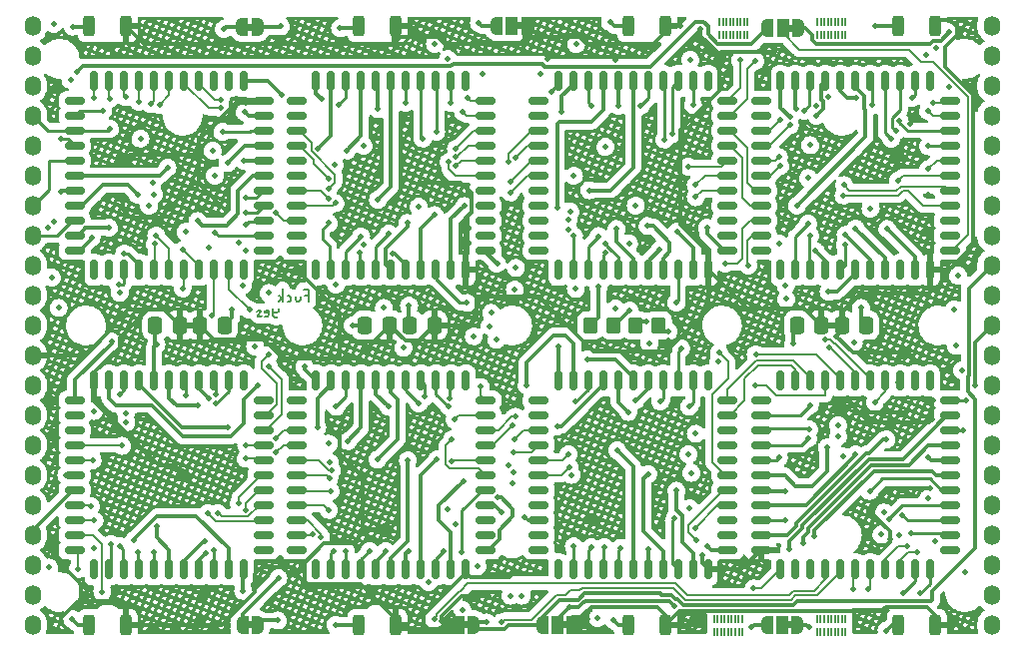
<source format=gbl>
G04 #@! TF.GenerationSoftware,KiCad,Pcbnew,(6.0.6-0)*
G04 #@! TF.CreationDate,2022-07-22T11:03:06-07:00*
G04 #@! TF.ProjectId,MTMatrixV3,4d544d61-7472-4697-9856-332e6b696361,rev?*
G04 #@! TF.SameCoordinates,Original*
G04 #@! TF.FileFunction,Copper,L4,Bot*
G04 #@! TF.FilePolarity,Positive*
%FSLAX46Y46*%
G04 Gerber Fmt 4.6, Leading zero omitted, Abs format (unit mm)*
G04 Created by KiCad (PCBNEW (6.0.6-0)) date 2022-07-22 11:03:06*
%MOMM*%
%LPD*%
G01*
G04 APERTURE LIST*
G04 Aperture macros list*
%AMRoundRect*
0 Rectangle with rounded corners*
0 $1 Rounding radius*
0 $2 $3 $4 $5 $6 $7 $8 $9 X,Y pos of 4 corners*
0 Add a 4 corners polygon primitive as box body*
4,1,4,$2,$3,$4,$5,$6,$7,$8,$9,$2,$3,0*
0 Add four circle primitives for the rounded corners*
1,1,$1+$1,$2,$3*
1,1,$1+$1,$4,$5*
1,1,$1+$1,$6,$7*
1,1,$1+$1,$8,$9*
0 Add four rect primitives between the rounded corners*
20,1,$1+$1,$2,$3,$4,$5,0*
20,1,$1+$1,$4,$5,$6,$7,0*
20,1,$1+$1,$6,$7,$8,$9,0*
20,1,$1+$1,$8,$9,$2,$3,0*%
%AMFreePoly0*
4,1,22,0.500000,-0.750000,0.000000,-0.750000,0.000000,-0.745033,-0.079941,-0.743568,-0.215256,-0.701293,-0.333266,-0.622738,-0.424486,-0.514219,-0.481581,-0.384460,-0.499164,-0.250000,-0.500000,-0.250000,-0.500000,0.250000,-0.499164,0.250000,-0.499963,0.256109,-0.478152,0.396186,-0.417904,0.524511,-0.324060,0.630769,-0.204165,0.706417,-0.067858,0.745374,0.000000,0.744959,0.000000,0.750000,
0.500000,0.750000,0.500000,-0.750000,0.500000,-0.750000,$1*%
%AMFreePoly1*
4,1,20,0.000000,0.744959,0.073905,0.744508,0.209726,0.703889,0.328688,0.626782,0.421226,0.519385,0.479903,0.390333,0.500000,0.250000,0.500000,-0.250000,0.499851,-0.262216,0.476331,-0.402017,0.414519,-0.529596,0.319384,-0.634700,0.198574,-0.708877,0.061801,-0.746166,0.000000,-0.745033,0.000000,-0.750000,-0.500000,-0.750000,-0.500000,0.750000,0.000000,0.750000,0.000000,0.744959,
0.000000,0.744959,$1*%
%AMFreePoly2*
4,1,22,0.550000,-0.750000,0.000000,-0.750000,0.000000,-0.745033,-0.079941,-0.743568,-0.215256,-0.701293,-0.333266,-0.622738,-0.424486,-0.514219,-0.481581,-0.384460,-0.499164,-0.250000,-0.500000,-0.250000,-0.500000,0.250000,-0.499164,0.250000,-0.499963,0.256109,-0.478152,0.396186,-0.417904,0.524511,-0.324060,0.630769,-0.204165,0.706417,-0.067858,0.745374,0.000000,0.744959,0.000000,0.750000,
0.550000,0.750000,0.550000,-0.750000,0.550000,-0.750000,$1*%
%AMFreePoly3*
4,1,20,0.000000,0.744959,0.073905,0.744508,0.209726,0.703889,0.328688,0.626782,0.421226,0.519385,0.479903,0.390333,0.500000,0.250000,0.500000,-0.250000,0.499851,-0.262216,0.476331,-0.402017,0.414519,-0.529596,0.319384,-0.634700,0.198574,-0.708877,0.061801,-0.746166,0.000000,-0.745033,0.000000,-0.750000,-0.550000,-0.750000,-0.550000,0.750000,0.000000,0.750000,0.000000,0.744959,
0.000000,0.744959,$1*%
G04 Aperture macros list end*
G04 #@! TA.AperFunction,NonConductor*
%ADD10C,0.200000*%
G04 #@! TD*
G04 #@! TA.AperFunction,ComponentPad*
%ADD11RoundRect,0.700000X0.000000X-0.150000X0.000000X-0.150000X0.000000X0.150000X0.000000X0.150000X0*%
G04 #@! TD*
G04 #@! TA.AperFunction,SMDPad,CuDef*
%ADD12RoundRect,0.250000X0.337500X0.475000X-0.337500X0.475000X-0.337500X-0.475000X0.337500X-0.475000X0*%
G04 #@! TD*
G04 #@! TA.AperFunction,SMDPad,CuDef*
%ADD13FreePoly0,180.000000*%
G04 #@! TD*
G04 #@! TA.AperFunction,SMDPad,CuDef*
%ADD14FreePoly1,180.000000*%
G04 #@! TD*
G04 #@! TA.AperFunction,SMDPad,CuDef*
%ADD15FreePoly2,180.000000*%
G04 #@! TD*
G04 #@! TA.AperFunction,SMDPad,CuDef*
%ADD16R,1.000000X1.500000*%
G04 #@! TD*
G04 #@! TA.AperFunction,SMDPad,CuDef*
%ADD17FreePoly3,180.000000*%
G04 #@! TD*
G04 #@! TA.AperFunction,SMDPad,CuDef*
%ADD18RoundRect,0.190000X0.285000X0.685000X-0.285000X0.685000X-0.285000X-0.685000X0.285000X-0.685000X0*%
G04 #@! TD*
G04 #@! TA.AperFunction,SMDPad,CuDef*
%ADD19RoundRect,0.250000X0.350000X0.450000X-0.350000X0.450000X-0.350000X-0.450000X0.350000X-0.450000X0*%
G04 #@! TD*
G04 #@! TA.AperFunction,SMDPad,CuDef*
%ADD20RoundRect,0.150000X0.700000X-0.150000X0.700000X0.150000X-0.700000X0.150000X-0.700000X-0.150000X0*%
G04 #@! TD*
G04 #@! TA.AperFunction,SMDPad,CuDef*
%ADD21RoundRect,0.150000X0.150000X-0.700000X0.150000X0.700000X-0.150000X0.700000X-0.150000X-0.700000X0*%
G04 #@! TD*
G04 #@! TA.AperFunction,SMDPad,CuDef*
%ADD22RoundRect,0.150000X0.150000X0.700000X-0.150000X0.700000X-0.150000X-0.700000X0.150000X-0.700000X0*%
G04 #@! TD*
G04 #@! TA.AperFunction,SMDPad,CuDef*
%ADD23RoundRect,0.150000X0.700000X0.150000X-0.700000X0.150000X-0.700000X-0.150000X0.700000X-0.150000X0*%
G04 #@! TD*
G04 #@! TA.AperFunction,SMDPad,CuDef*
%ADD24RoundRect,0.150000X-0.150000X-0.700000X0.150000X-0.700000X0.150000X0.700000X-0.150000X0.700000X0*%
G04 #@! TD*
G04 #@! TA.AperFunction,SMDPad,CuDef*
%ADD25RoundRect,0.150000X-0.700000X-0.150000X0.700000X-0.150000X0.700000X0.150000X-0.700000X0.150000X0*%
G04 #@! TD*
G04 #@! TA.AperFunction,SMDPad,CuDef*
%ADD26RoundRect,0.150000X-0.700000X0.150000X-0.700000X-0.150000X0.700000X-0.150000X0.700000X0.150000X0*%
G04 #@! TD*
G04 #@! TA.AperFunction,SMDPad,CuDef*
%ADD27RoundRect,0.150000X-0.150000X0.700000X-0.150000X-0.700000X0.150000X-0.700000X0.150000X0.700000X0*%
G04 #@! TD*
G04 #@! TA.AperFunction,ViaPad*
%ADD28C,0.500000*%
G04 #@! TD*
G04 #@! TA.AperFunction,Conductor*
%ADD29C,0.300000*%
G04 #@! TD*
G04 #@! TA.AperFunction,Conductor*
%ADD30C,0.200000*%
G04 #@! TD*
G04 #@! TA.AperFunction,Conductor*
%ADD31C,0.250000*%
G04 #@! TD*
G04 APERTURE END LIST*
D10*
X185050000Y-30875000D02*
X185050000Y-31510000D01*
X183550000Y-29775000D02*
X183550000Y-30410000D01*
X182650000Y-30875000D02*
X182650000Y-31510000D01*
X182950000Y-30875000D02*
X182950000Y-31510000D01*
X184450000Y-29775000D02*
X184450000Y-30410000D01*
X182950000Y-29775000D02*
X182950000Y-30410000D01*
X184746000Y-29775000D02*
X184746000Y-30410000D01*
X183250000Y-29775000D02*
X183250000Y-30410000D01*
X184150000Y-30875000D02*
X184150000Y-31510000D01*
X183250000Y-30875000D02*
X183250000Y-31510000D01*
X183850000Y-29775000D02*
X183850000Y-30410000D01*
X184450000Y-30875000D02*
X184450000Y-31510000D01*
X183850000Y-30875000D02*
X183850000Y-31510000D01*
X183550000Y-30875000D02*
X183550000Y-31510000D01*
X185050000Y-29775000D02*
X185050000Y-30410000D01*
X184150000Y-29775000D02*
X184150000Y-30410000D01*
X184750000Y-30875000D02*
X184750000Y-31510000D01*
X182650000Y-29775000D02*
X182650000Y-30410000D01*
X193350000Y-30885000D02*
X193350000Y-31520000D01*
X191850000Y-29785000D02*
X191850000Y-30420000D01*
X190950000Y-30885000D02*
X190950000Y-31520000D01*
X191250000Y-30885000D02*
X191250000Y-31520000D01*
X192750000Y-29785000D02*
X192750000Y-30420000D01*
X191250000Y-29785000D02*
X191250000Y-30420000D01*
X193046000Y-29785000D02*
X193046000Y-30420000D01*
X191550000Y-29785000D02*
X191550000Y-30420000D01*
X192450000Y-30885000D02*
X192450000Y-31520000D01*
X191550000Y-30885000D02*
X191550000Y-31520000D01*
X192150000Y-29785000D02*
X192150000Y-30420000D01*
X192750000Y-30885000D02*
X192750000Y-31520000D01*
X192150000Y-30885000D02*
X192150000Y-31520000D01*
X191850000Y-30885000D02*
X191850000Y-31520000D01*
X193350000Y-29785000D02*
X193350000Y-30420000D01*
X192450000Y-29785000D02*
X192450000Y-30420000D01*
X193050000Y-30885000D02*
X193050000Y-31520000D01*
X190950000Y-29785000D02*
X190950000Y-30420000D01*
X192440000Y-81522500D02*
X192440000Y-82157500D01*
X192140000Y-80422500D02*
X192140000Y-81057500D01*
X193036000Y-80422500D02*
X193036000Y-81057500D01*
X191240000Y-80422500D02*
X191240000Y-81057500D01*
X190940000Y-80422500D02*
X190940000Y-81057500D01*
X191840000Y-80422500D02*
X191840000Y-81057500D01*
X192140000Y-81522500D02*
X192140000Y-82157500D01*
X191540000Y-80422500D02*
X191540000Y-81057500D01*
X192740000Y-80422500D02*
X192740000Y-81057500D01*
X191840000Y-81522500D02*
X191840000Y-82157500D01*
X193040000Y-81522500D02*
X193040000Y-82157500D01*
X191240000Y-81522500D02*
X191240000Y-82157500D01*
X191540000Y-81522500D02*
X191540000Y-82157500D01*
X190940000Y-81522500D02*
X190940000Y-82157500D01*
X193340000Y-80422500D02*
X193340000Y-81057500D01*
X192440000Y-80422500D02*
X192440000Y-81057500D01*
X192740000Y-81522500D02*
X192740000Y-82157500D01*
X193340000Y-81522500D02*
X193340000Y-82157500D01*
X184605000Y-80412500D02*
X184605000Y-81047500D01*
X182205000Y-81512500D02*
X182205000Y-82147500D01*
X182205000Y-80412500D02*
X182205000Y-81047500D01*
X182505000Y-81512500D02*
X182505000Y-82147500D01*
X184005000Y-80412500D02*
X184005000Y-81047500D01*
X183105000Y-81512500D02*
X183105000Y-82147500D01*
X182505000Y-80412500D02*
X182505000Y-81047500D01*
X183405000Y-81512500D02*
X183405000Y-82147500D01*
X182805000Y-81512500D02*
X182805000Y-82147500D01*
X184005000Y-81512500D02*
X184005000Y-82147500D01*
X183705000Y-80412500D02*
X183705000Y-81047500D01*
X183105000Y-80412500D02*
X183105000Y-81047500D01*
X184305000Y-81512500D02*
X184305000Y-82147500D01*
X184605000Y-81512500D02*
X184605000Y-82147500D01*
X184301000Y-80412500D02*
X184301000Y-81047500D01*
X182805000Y-80412500D02*
X182805000Y-81047500D01*
X183405000Y-80412500D02*
X183405000Y-81047500D01*
X183705000Y-81512500D02*
X183705000Y-82147500D01*
G04 #@! TO.C,JP1*
G36*
X143110000Y-30880000D02*
G01*
X142610000Y-30880000D01*
X142610000Y-30280000D01*
X143110000Y-30280000D01*
X143110000Y-30880000D01*
G37*
G04 #@! TO.C,JP2*
G36*
X143125000Y-81580000D02*
G01*
X142625000Y-81580000D01*
X142625000Y-80980000D01*
X143125000Y-80980000D01*
X143125000Y-81580000D01*
G37*
G04 #@! TO.C,JP7*
G36*
X188940027Y-30980004D02*
G01*
X188440027Y-30980004D01*
X188440027Y-30380004D01*
X188940027Y-30380004D01*
X188940027Y-30980004D01*
G37*
G04 #@! TO.C,JP5*
G36*
X188895000Y-81580000D02*
G01*
X188395000Y-81580000D01*
X188395000Y-80980000D01*
X188895000Y-80980000D01*
X188895000Y-81580000D01*
G37*
G04 #@! TO.C,JP3*
G36*
X161438400Y-81580000D02*
G01*
X160938400Y-81580000D01*
X160938400Y-80980000D01*
X161438400Y-80980000D01*
X161438400Y-81580000D01*
G37*
G04 #@! TO.C,JP6*
G36*
X169840000Y-81580000D02*
G01*
X169340000Y-81580000D01*
X169340000Y-80980000D01*
X169840000Y-80980000D01*
X169840000Y-81580000D01*
G37*
G04 #@! TO.C,JP4*
G36*
X165970000Y-30780000D02*
G01*
X165470000Y-30780000D01*
X165470000Y-30180000D01*
X165970000Y-30180000D01*
X165970000Y-30780000D01*
G37*
G04 #@! TD*
D11*
G04 #@! TO.P,J1,1,Pin_1*
G04 #@! TO.N,AX0*
X124460000Y-30480000D03*
G04 #@! TO.P,J1,2,Pin_2*
G04 #@! TO.N,AX1*
X124460000Y-33020000D03*
G04 #@! TO.P,J1,3,Pin_3*
G04 #@! TO.N,AX2*
X124460000Y-35560000D03*
G04 #@! TO.P,J1,4,Pin_4*
G04 #@! TO.N,AX3*
X124460000Y-38100000D03*
G04 #@! TO.P,J1,5,Pin_5*
G04 #@! TO.N,AY0*
X124460000Y-40640000D03*
G04 #@! TO.P,J1,6,Pin_6*
G04 #@! TO.N,AY1*
X124460000Y-43180000D03*
G04 #@! TO.P,J1,7,Pin_7*
G04 #@! TO.N,AY2*
X124460000Y-45720000D03*
G04 #@! TO.P,J1,8,Pin_8*
G04 #@! TO.N,DATA*
X124460000Y-48260000D03*
G04 #@! TO.P,J1,9,Pin_9*
G04 #@! TO.N,RESET*
X124460000Y-50800000D03*
G04 #@! TO.P,J1,10,Pin_10*
G04 #@! TO.N,STROBE*
X124460000Y-53340000D03*
G04 #@! TO.P,J1,11,Pin_11*
G04 #@! TO.N,+9V*
X124460000Y-55880000D03*
G04 #@! TO.P,J1,12,Pin_12*
G04 #@! TO.N,GND*
X124460000Y-58420000D03*
G04 #@! TO.P,J1,13,Pin_13*
G04 #@! TO.N,-9V*
X124460000Y-60960000D03*
G04 #@! TO.P,J1,14,Pin_14*
G04 #@! TO.N,AI*
X124460000Y-63500000D03*
G04 #@! TO.P,J1,15,Pin_15*
G04 #@! TO.N,BI*
X124460000Y-66040000D03*
G04 #@! TO.P,J1,16,Pin_16*
G04 #@! TO.N,CI*
X124460000Y-68580000D03*
G04 #@! TO.P,J1,17,Pin_17*
G04 #@! TO.N,DI*
X124460000Y-71120000D03*
G04 #@! TO.P,J1,18,Pin_18*
G04 #@! TO.N,EI*
X124460000Y-73660000D03*
G04 #@! TO.P,J1,19,Pin_19*
G04 #@! TO.N,FI*
X124460000Y-76200000D03*
G04 #@! TO.P,J1,20,Pin_20*
G04 #@! TO.N,GI*
X124460000Y-78740000D03*
G04 #@! TO.P,J1,21,Pin_21*
G04 #@! TO.N,HI*
X124460000Y-81280000D03*
G04 #@! TD*
G04 #@! TO.P,J2,1,Pin_1*
G04 #@! TO.N,CS_A*
X205740000Y-30480000D03*
G04 #@! TO.P,J2,2,Pin_2*
G04 #@! TO.N,CS_B*
X205740000Y-33020000D03*
G04 #@! TO.P,J2,3,Pin_3*
G04 #@! TO.N,CS_C*
X205740000Y-35560000D03*
G04 #@! TO.P,J2,4,Pin_4*
G04 #@! TO.N,CS_D*
X205740000Y-38100000D03*
G04 #@! TO.P,J2,5,Pin_5*
G04 #@! TO.N,CS_E*
X205740000Y-40640000D03*
G04 #@! TO.P,J2,6,Pin_6*
G04 #@! TO.N,CS_F*
X205740000Y-43180000D03*
G04 #@! TO.P,J2,7,Pin_7*
G04 #@! TO.N,CS_G*
X205740000Y-45720000D03*
G04 #@! TO.P,J2,8,Pin_8*
G04 #@! TO.N,CS_H*
X205740000Y-48260000D03*
G04 #@! TO.P,J2,9,Pin_9*
G04 #@! TO.N,GND2*
X205740000Y-50800000D03*
G04 #@! TO.P,J2,10,Pin_10*
G04 #@! TO.N,Pos_Top*
X205740000Y-53340000D03*
G04 #@! TO.P,J2,11,Pin_11*
G04 #@! TO.N,Pos_Bottom*
X205740000Y-55880000D03*
G04 #@! TO.P,J2,12,Pin_12*
G04 #@! TO.N,Bottom_LEDs*
X205740000Y-58420000D03*
G04 #@! TO.P,J2,13,Pin_13*
G04 #@! TO.N,Top_LEDs*
X205740000Y-60960000D03*
G04 #@! TO.P,J2,14,Pin_14*
G04 #@! TO.N,AJ*
X205740000Y-63500000D03*
G04 #@! TO.P,J2,15,Pin_15*
G04 #@! TO.N,BJ*
X205740000Y-66040000D03*
G04 #@! TO.P,J2,16,Pin_16*
G04 #@! TO.N,CJ*
X205740000Y-68580000D03*
G04 #@! TO.P,J2,17,Pin_17*
G04 #@! TO.N,DJ*
X205740000Y-71120000D03*
G04 #@! TO.P,J2,18,Pin_18*
G04 #@! TO.N,EJ*
X205740000Y-73660000D03*
G04 #@! TO.P,J2,19,Pin_19*
G04 #@! TO.N,FJ*
X205740000Y-76200000D03*
G04 #@! TO.P,J2,20,Pin_20*
G04 #@! TO.N,GJ*
X205740000Y-78740000D03*
G04 #@! TO.P,J2,21,Pin_21*
G04 #@! TO.N,HJ*
X205740000Y-81280000D03*
G04 #@! TD*
D12*
G04 #@! TO.P,C5,1*
G04 #@! TO.N,GND*
X136927500Y-55880000D03*
G04 #@! TO.P,C5,2*
G04 #@! TO.N,-9V*
X134852500Y-55880000D03*
G04 #@! TD*
D13*
G04 #@! TO.P,JP1,1,A*
G04 #@! TO.N,Net-(C1-Pad2)*
X143510000Y-30580000D03*
D14*
G04 #@! TO.P,JP1,2,B*
G04 #@! TO.N,Pos_Top*
X142210000Y-30580000D03*
G04 #@! TD*
D12*
G04 #@! TO.P,C6,1*
G04 #@! TO.N,GND*
X191305000Y-55880000D03*
G04 #@! TO.P,C6,2*
G04 #@! TO.N,-9V*
X189230000Y-55880000D03*
G04 #@! TD*
D13*
G04 #@! TO.P,JP2,1,A*
G04 #@! TO.N,Net-(C2-Pad2)*
X143525000Y-81280000D03*
D14*
G04 #@! TO.P,JP2,2,B*
G04 #@! TO.N,Pos_Bottom*
X142225000Y-81280000D03*
G04 #@! TD*
D15*
G04 #@! TO.P,JP7,1,A*
G04 #@! TO.N,29*
X189340027Y-30680004D03*
D16*
G04 #@! TO.P,JP7,2,C*
G04 #@! TO.N,29_jumper*
X188040027Y-30680004D03*
D17*
G04 #@! TO.P,JP7,3,B*
G04 #@! TO.N,1*
X186740027Y-30680004D03*
G04 #@! TD*
D12*
G04 #@! TO.P,C4,1*
G04 #@! TO.N,+9V*
X140737500Y-55880000D03*
G04 #@! TO.P,C4,2*
G04 #@! TO.N,GND*
X138662500Y-55880000D03*
G04 #@! TD*
D15*
G04 #@! TO.P,JP5,1,A*
G04 #@! TO.N,61*
X189295000Y-81280000D03*
D16*
G04 #@! TO.P,JP5,2,C*
G04 #@! TO.N,61_jumper*
X187995000Y-81280000D03*
D17*
G04 #@! TO.P,JP5,3,B*
G04 #@! TO.N,33*
X186695000Y-81280000D03*
G04 #@! TD*
D18*
G04 #@! TO.P,D7,1,K*
G04 #@! TO.N,GND*
X155220000Y-81280000D03*
G04 #@! TO.P,D7,2,A*
G04 #@! TO.N,Net-(D5-Pad2)*
X152120000Y-81280000D03*
G04 #@! TD*
G04 #@! TO.P,D6,1,K*
G04 #@! TO.N,GND*
X178080000Y-81280000D03*
G04 #@! TO.P,D6,2,A*
G04 #@! TO.N,Net-(D5-Pad2)*
X174980000Y-81280000D03*
G04 #@! TD*
G04 #@! TO.P,D2,1,K*
G04 #@! TO.N,GND*
X178080000Y-30480000D03*
G04 #@! TO.P,D2,2,A*
G04 #@! TO.N,Net-(D1-Pad2)*
X174980000Y-30480000D03*
G04 #@! TD*
D13*
G04 #@! TO.P,JP3,1,A*
G04 #@! TO.N,GND2*
X161838400Y-81280000D03*
D14*
G04 #@! TO.P,JP3,2,B*
G04 #@! TO.N,GND*
X160538400Y-81280000D03*
G04 #@! TD*
D18*
G04 #@! TO.P,D4,1,K*
G04 #@! TO.N,GND*
X132360000Y-30480000D03*
G04 #@! TO.P,D4,2,A*
G04 #@! TO.N,Net-(D1-Pad2)*
X129260000Y-30480000D03*
G04 #@! TD*
G04 #@! TO.P,D8,1,K*
G04 #@! TO.N,GND*
X132360000Y-81280000D03*
G04 #@! TO.P,D8,2,A*
G04 #@! TO.N,Net-(D5-Pad2)*
X129260000Y-81280000D03*
G04 #@! TD*
D19*
G04 #@! TO.P,R2,1*
G04 #@! TO.N,Bottom_LEDs*
X177530000Y-55880000D03*
G04 #@! TO.P,R2,2*
G04 #@! TO.N,Net-(D5-Pad2)*
X175530000Y-55880000D03*
G04 #@! TD*
D15*
G04 #@! TO.P,JP6,1,A*
G04 #@! TO.N,GND*
X170240000Y-81280000D03*
D16*
G04 #@! TO.P,JP6,2,C*
G04 #@! TO.N,Neg_Bottom*
X168940000Y-81280000D03*
D17*
G04 #@! TO.P,JP6,3,B*
G04 #@! TO.N,GND2*
X167640000Y-81280000D03*
G04 #@! TD*
D20*
G04 #@! TO.P,H,1,Y3*
G04 #@! TO.N,57*
X202183000Y-68580000D03*
G04 #@! TO.P,H,2,AY2*
G04 #@! TO.N,AY2*
X202183000Y-69850000D03*
G04 #@! TO.P,H,3,RST*
G04 #@! TO.N,RESET*
X202183000Y-71120000D03*
G04 #@! TO.P,H,4,AX3*
G04 #@! TO.N,AX3*
X202183000Y-72390000D03*
G04 #@! TO.P,H,5,AX0*
G04 #@! TO.N,AX0*
X202183000Y-73660000D03*
G04 #@! TO.P,H,6*
G04 #@! TO.N,N/C*
X202183000Y-74930000D03*
D21*
G04 #@! TO.P,H,7,X14*
G04 #@! TO.N,HI*
X200533000Y-76580000D03*
G04 #@! TO.P,H,8,X15*
G04 #@! TO.N,HJ*
X199263000Y-76580000D03*
G04 #@! TO.P,H,9,X6*
G04 #@! TO.N,/DH0*
X197993000Y-76580000D03*
G04 #@! TO.P,H,10,X7*
G04 #@! TO.N,/DH1*
X196723000Y-76580000D03*
G04 #@! TO.P,H,11,X8*
G04 #@! TO.N,/EH0*
X195453000Y-76580000D03*
G04 #@! TO.P,H,12,X9*
G04 #@! TO.N,/EH1*
X194183000Y-76580000D03*
G04 #@! TO.P,H,13,X10*
G04 #@! TO.N,/FH0*
X192913000Y-76580000D03*
G04 #@! TO.P,H,14,X11*
G04 #@! TO.N,/FH1*
X191643000Y-76580000D03*
G04 #@! TO.P,H,15*
G04 #@! TO.N,N/C*
X190373000Y-76580000D03*
G04 #@! TO.P,H,16*
X189103000Y-76580000D03*
G04 #@! TO.P,H,17,Y7*
G04 #@! TO.N,61_jumper*
X187833000Y-76580000D03*
D20*
G04 #@! TO.P,H,18,VSS*
G04 #@! TO.N,GND*
X186183000Y-74930000D03*
G04 #@! TO.P,H,19,Y6*
G04 #@! TO.N,60*
X186183000Y-73660000D03*
G04 #@! TO.P,H,20,STB*
G04 #@! TO.N,STROBE*
X186183000Y-72390000D03*
G04 #@! TO.P,H,21,Y5*
G04 #@! TO.N,59*
X186183000Y-71120000D03*
G04 #@! TO.P,H,22,VEE*
G04 #@! TO.N,-9V*
X186183000Y-69850000D03*
G04 #@! TO.P,H,23,Y4*
G04 #@! TO.N,58*
X186183000Y-68580000D03*
G04 #@! TO.P,H,24,AX1*
G04 #@! TO.N,AX1*
X186183000Y-67310000D03*
G04 #@! TO.P,H,25,AX2*
G04 #@! TO.N,AX2*
X186183000Y-66040000D03*
G04 #@! TO.P,H,26,AY0*
G04 #@! TO.N,AY0*
X186183000Y-64770000D03*
G04 #@! TO.P,H,27,AY1*
G04 #@! TO.N,AY1*
X186183000Y-63500000D03*
G04 #@! TO.P,H,28*
G04 #@! TO.N,N/C*
X186183000Y-62230000D03*
D21*
G04 #@! TO.P,H,29*
X187833000Y-60580000D03*
G04 #@! TO.P,H,30,X13*
G04 #@! TO.N,/GH1*
X189103000Y-60580000D03*
G04 #@! TO.P,H,31,X12*
G04 #@! TO.N,/GH0*
X190373000Y-60580000D03*
G04 #@! TO.P,H,32,X5*
G04 #@! TO.N,/CH1*
X191643000Y-60580000D03*
G04 #@! TO.P,H,33,X4*
G04 #@! TO.N,/CH0*
X192913000Y-60580000D03*
G04 #@! TO.P,H,34,X3*
G04 #@! TO.N,/BH1*
X194183000Y-60580000D03*
G04 #@! TO.P,H,35,X2*
G04 #@! TO.N,/BH0*
X195453000Y-60580000D03*
G04 #@! TO.P,H,36,X1*
G04 #@! TO.N,/AH1*
X196723000Y-60580000D03*
G04 #@! TO.P,H,37,X0*
G04 #@! TO.N,/AH0*
X197993000Y-60580000D03*
G04 #@! TO.P,H,38*
G04 #@! TO.N,N/C*
X199263000Y-60580000D03*
G04 #@! TO.P,H,39,Y0*
G04 #@! TO.N,Unconnected_H*
X200533000Y-60580000D03*
D20*
G04 #@! TO.P,H,40,CS*
G04 #@! TO.N,CS_H*
X202183000Y-62230000D03*
G04 #@! TO.P,H,41,Y1*
G04 #@! TO.N,55*
X202183000Y-63500000D03*
G04 #@! TO.P,H,42,DATA*
G04 #@! TO.N,DATA*
X202183000Y-64770000D03*
G04 #@! TO.P,H,43,Y2*
G04 #@! TO.N,56*
X202183000Y-66040000D03*
G04 #@! TO.P,H,44,VDD*
G04 #@! TO.N,+9V*
X202183000Y-67310000D03*
G04 #@! TD*
D22*
G04 #@! TO.P,B,1,Y3*
G04 #@! TO.N,11*
X154838400Y-35180000D03*
G04 #@! TO.P,B,2,AY2*
G04 #@! TO.N,AY2*
X156108400Y-35180000D03*
G04 #@! TO.P,B,3,RST*
G04 #@! TO.N,RESET*
X157378400Y-35180000D03*
G04 #@! TO.P,B,4,AX3*
G04 #@! TO.N,AX3*
X158648400Y-35180000D03*
G04 #@! TO.P,B,5,AX0*
G04 #@! TO.N,AX0*
X159918400Y-35180000D03*
G04 #@! TO.P,B,6*
G04 #@! TO.N,N/C*
X161188400Y-35180000D03*
D23*
G04 #@! TO.P,B,7,X14*
G04 #@! TO.N,/BH0*
X162838400Y-36830000D03*
G04 #@! TO.P,B,8,X15*
G04 #@! TO.N,/BH1*
X162838400Y-38100000D03*
G04 #@! TO.P,B,9,X6*
G04 #@! TO.N,/BD0*
X162838400Y-39370000D03*
G04 #@! TO.P,B,10,X7*
G04 #@! TO.N,/BD1*
X162838400Y-40640000D03*
G04 #@! TO.P,B,11,X8*
G04 #@! TO.N,/BE0*
X162838400Y-41910000D03*
G04 #@! TO.P,B,12,X9*
G04 #@! TO.N,/BE1*
X162838400Y-43180000D03*
G04 #@! TO.P,B,13,X10*
G04 #@! TO.N,/BF0*
X162838400Y-44450000D03*
G04 #@! TO.P,B,14,X11*
G04 #@! TO.N,/BF1*
X162838400Y-45720000D03*
G04 #@! TO.P,B,15*
G04 #@! TO.N,N/C*
X162838400Y-46990000D03*
G04 #@! TO.P,B,16*
X162838400Y-48260000D03*
G04 #@! TO.P,B,17,Y7*
G04 #@! TO.N,15*
X162838400Y-49530000D03*
D22*
G04 #@! TO.P,B,18,VSS*
G04 #@! TO.N,GND*
X161188400Y-51180000D03*
G04 #@! TO.P,B,19,Y6*
G04 #@! TO.N,14*
X159918400Y-51180000D03*
G04 #@! TO.P,B,20,STB*
G04 #@! TO.N,STROBE*
X158648400Y-51180000D03*
G04 #@! TO.P,B,21,Y5*
G04 #@! TO.N,13*
X157378400Y-51180000D03*
G04 #@! TO.P,B,22,VEE*
G04 #@! TO.N,-9V*
X156108400Y-51180000D03*
G04 #@! TO.P,B,23,Y4*
G04 #@! TO.N,12*
X154838400Y-51180000D03*
G04 #@! TO.P,B,24,AX1*
G04 #@! TO.N,AX1*
X153568400Y-51180000D03*
G04 #@! TO.P,B,25,AX2*
G04 #@! TO.N,AX2*
X152298400Y-51180000D03*
G04 #@! TO.P,B,26,AY0*
G04 #@! TO.N,AY0*
X151028400Y-51180000D03*
G04 #@! TO.P,B,27,AY1*
G04 #@! TO.N,AY1*
X149758400Y-51180000D03*
G04 #@! TO.P,B,28*
G04 #@! TO.N,N/C*
X148488400Y-51180000D03*
D23*
G04 #@! TO.P,B,29*
X146838400Y-49530000D03*
G04 #@! TO.P,B,30,X13*
G04 #@! TO.N,/BG1*
X146838400Y-48260000D03*
G04 #@! TO.P,B,31,X12*
G04 #@! TO.N,/BG0*
X146838400Y-46990000D03*
G04 #@! TO.P,B,32,X5*
G04 #@! TO.N,/BC1*
X146838400Y-45720000D03*
G04 #@! TO.P,B,33,X4*
G04 #@! TO.N,/BC0*
X146838400Y-44450000D03*
G04 #@! TO.P,B,34,X3*
G04 #@! TO.N,BJ*
X146838400Y-43180000D03*
G04 #@! TO.P,B,35,X2*
G04 #@! TO.N,BI*
X146838400Y-41910000D03*
G04 #@! TO.P,B,36,X1*
G04 #@! TO.N,/AB1*
X146838400Y-40640000D03*
G04 #@! TO.P,B,37,X0*
G04 #@! TO.N,/AB0*
X146838400Y-39370000D03*
G04 #@! TO.P,B,38*
G04 #@! TO.N,N/C*
X146838400Y-38100000D03*
G04 #@! TO.P,B,39,Y0*
G04 #@! TO.N,Unconnected_B*
X146838400Y-36830000D03*
D22*
G04 #@! TO.P,B,40,CS*
G04 #@! TO.N,CS_B*
X148488400Y-35180000D03*
G04 #@! TO.P,B,41,Y1*
G04 #@! TO.N,9*
X149758400Y-35180000D03*
G04 #@! TO.P,B,42,DATA*
G04 #@! TO.N,DATA*
X151028400Y-35180000D03*
G04 #@! TO.P,B,43,Y2*
G04 #@! TO.N,10*
X152298400Y-35180000D03*
G04 #@! TO.P,B,44,VDD*
G04 #@! TO.N,+9V*
X153568400Y-35180000D03*
G04 #@! TD*
D12*
G04 #@! TO.P,C2,1*
G04 #@! TO.N,GND*
X154707500Y-55880000D03*
G04 #@! TO.P,C2,2*
G04 #@! TO.N,Net-(C2-Pad2)*
X152632500Y-55880000D03*
G04 #@! TD*
D22*
G04 #@! TO.P,F,1,Y3*
G04 #@! TO.N,43*
X154838400Y-60580000D03*
G04 #@! TO.P,F,2,AY2*
G04 #@! TO.N,AY2*
X156108400Y-60580000D03*
G04 #@! TO.P,F,3,RST*
G04 #@! TO.N,RESET*
X157378400Y-60580000D03*
G04 #@! TO.P,F,4,AX3*
G04 #@! TO.N,AX3*
X158648400Y-60580000D03*
G04 #@! TO.P,F,5,AX0*
G04 #@! TO.N,AX0*
X159918400Y-60580000D03*
G04 #@! TO.P,F,6*
G04 #@! TO.N,N/C*
X161188400Y-60580000D03*
D23*
G04 #@! TO.P,F,7,X14*
G04 #@! TO.N,/FH0*
X162838400Y-62230000D03*
G04 #@! TO.P,F,8,X15*
G04 #@! TO.N,/FH1*
X162838400Y-63500000D03*
G04 #@! TO.P,F,9,X6*
G04 #@! TO.N,/DF0*
X162838400Y-64770000D03*
G04 #@! TO.P,F,10,X7*
G04 #@! TO.N,/DF1*
X162838400Y-66040000D03*
G04 #@! TO.P,F,11,X8*
G04 #@! TO.N,/EF0*
X162838400Y-67310000D03*
G04 #@! TO.P,F,12,X9*
G04 #@! TO.N,/EF1*
X162838400Y-68580000D03*
G04 #@! TO.P,F,13,X10*
G04 #@! TO.N,FI*
X162838400Y-69850000D03*
G04 #@! TO.P,F,14,X11*
G04 #@! TO.N,FJ*
X162838400Y-71120000D03*
G04 #@! TO.P,F,15*
G04 #@! TO.N,N/C*
X162838400Y-72390000D03*
G04 #@! TO.P,F,16*
X162838400Y-73660000D03*
G04 #@! TO.P,F,17,Y7*
G04 #@! TO.N,47*
X162838400Y-74930000D03*
D22*
G04 #@! TO.P,F,18,VSS*
G04 #@! TO.N,GND*
X161188400Y-76580000D03*
G04 #@! TO.P,F,19,Y6*
G04 #@! TO.N,46*
X159918400Y-76580000D03*
G04 #@! TO.P,F,20,STB*
G04 #@! TO.N,STROBE*
X158648400Y-76580000D03*
G04 #@! TO.P,F,21,Y5*
G04 #@! TO.N,45*
X157378400Y-76580000D03*
G04 #@! TO.P,F,22,VEE*
G04 #@! TO.N,-9V*
X156108400Y-76580000D03*
G04 #@! TO.P,F,23,Y4*
G04 #@! TO.N,44*
X154838400Y-76580000D03*
G04 #@! TO.P,F,24,AX1*
G04 #@! TO.N,AX1*
X153568400Y-76580000D03*
G04 #@! TO.P,F,25,AX2*
G04 #@! TO.N,AX2*
X152298400Y-76580000D03*
G04 #@! TO.P,F,26,AY0*
G04 #@! TO.N,AY0*
X151028400Y-76580000D03*
G04 #@! TO.P,F,27,AY1*
G04 #@! TO.N,AY1*
X149758400Y-76580000D03*
G04 #@! TO.P,F,28*
G04 #@! TO.N,N/C*
X148488400Y-76580000D03*
D23*
G04 #@! TO.P,F,29*
X146838400Y-74930000D03*
G04 #@! TO.P,F,30,X13*
G04 #@! TO.N,/FG1*
X146838400Y-73660000D03*
G04 #@! TO.P,F,31,X12*
G04 #@! TO.N,/FG0*
X146838400Y-72390000D03*
G04 #@! TO.P,F,32,X5*
G04 #@! TO.N,/CF1*
X146838400Y-71120000D03*
G04 #@! TO.P,F,33,X4*
G04 #@! TO.N,/CF0*
X146838400Y-69850000D03*
G04 #@! TO.P,F,34,X3*
G04 #@! TO.N,/BF1*
X146838400Y-68580000D03*
G04 #@! TO.P,F,35,X2*
G04 #@! TO.N,/BF0*
X146838400Y-67310000D03*
G04 #@! TO.P,F,36,X1*
G04 #@! TO.N,/AF1*
X146838400Y-66040000D03*
G04 #@! TO.P,F,37,X0*
G04 #@! TO.N,/AF0*
X146838400Y-64770000D03*
G04 #@! TO.P,F,38*
G04 #@! TO.N,N/C*
X146838400Y-63500000D03*
G04 #@! TO.P,F,39,Y0*
G04 #@! TO.N,Unconnected_F*
X146838400Y-62230000D03*
D22*
G04 #@! TO.P,F,40,CS*
G04 #@! TO.N,CS_F*
X148488400Y-60580000D03*
G04 #@! TO.P,F,41,Y1*
G04 #@! TO.N,41*
X149758400Y-60580000D03*
G04 #@! TO.P,F,42,DATA*
G04 #@! TO.N,DATA*
X151028400Y-60580000D03*
G04 #@! TO.P,F,43,Y2*
G04 #@! TO.N,42*
X152298400Y-60580000D03*
G04 #@! TO.P,F,44,VDD*
G04 #@! TO.N,+9V*
X153568400Y-60580000D03*
G04 #@! TD*
D18*
G04 #@! TO.P,D3,1,K*
G04 #@! TO.N,GND*
X155220000Y-30480000D03*
G04 #@! TO.P,D3,2,A*
G04 #@! TO.N,Net-(D1-Pad2)*
X152120000Y-30480000D03*
G04 #@! TD*
D22*
G04 #@! TO.P,D,1,Y3*
G04 #@! TO.N,25*
X194183000Y-35180000D03*
G04 #@! TO.P,D,2,AY2*
G04 #@! TO.N,AY2*
X195453000Y-35180000D03*
G04 #@! TO.P,D,3,RST*
G04 #@! TO.N,RESET*
X196723000Y-35180000D03*
G04 #@! TO.P,D,4,AX3*
G04 #@! TO.N,AX3*
X197993000Y-35180000D03*
G04 #@! TO.P,D,5,AX0*
G04 #@! TO.N,AX0*
X199263000Y-35180000D03*
G04 #@! TO.P,D,6*
G04 #@! TO.N,N/C*
X200533000Y-35180000D03*
D23*
G04 #@! TO.P,D,7,X14*
G04 #@! TO.N,/DH0*
X202183000Y-36830000D03*
G04 #@! TO.P,D,8,X15*
G04 #@! TO.N,/DH1*
X202183000Y-38100000D03*
G04 #@! TO.P,D,9,X6*
G04 #@! TO.N,DI*
X202183000Y-39370000D03*
G04 #@! TO.P,D,10,X7*
G04 #@! TO.N,DJ*
X202183000Y-40640000D03*
G04 #@! TO.P,D,11,X8*
G04 #@! TO.N,/DE0*
X202183000Y-41910000D03*
G04 #@! TO.P,D,12,X9*
G04 #@! TO.N,/DE1*
X202183000Y-43180000D03*
G04 #@! TO.P,D,13,X10*
G04 #@! TO.N,/DF0*
X202183000Y-44450000D03*
G04 #@! TO.P,D,14,X11*
G04 #@! TO.N,/DF1*
X202183000Y-45720000D03*
G04 #@! TO.P,D,15*
G04 #@! TO.N,N/C*
X202183000Y-46990000D03*
G04 #@! TO.P,D,16*
X202183000Y-48260000D03*
G04 #@! TO.P,D,17,Y7*
G04 #@! TO.N,29_jumper*
X202183000Y-49530000D03*
D22*
G04 #@! TO.P,D,18,VSS*
G04 #@! TO.N,GND*
X200533000Y-51180000D03*
G04 #@! TO.P,D,19,Y6*
G04 #@! TO.N,28*
X199263000Y-51180000D03*
G04 #@! TO.P,D,20,STB*
G04 #@! TO.N,STROBE*
X197993000Y-51180000D03*
G04 #@! TO.P,D,21,Y5*
G04 #@! TO.N,27*
X196723000Y-51180000D03*
G04 #@! TO.P,D,22,VEE*
G04 #@! TO.N,-9V*
X195453000Y-51180000D03*
G04 #@! TO.P,D,23,Y4*
G04 #@! TO.N,26*
X194183000Y-51180000D03*
G04 #@! TO.P,D,24,AX1*
G04 #@! TO.N,AX1*
X192913000Y-51180000D03*
G04 #@! TO.P,D,25,AX2*
G04 #@! TO.N,AX2*
X191643000Y-51180000D03*
G04 #@! TO.P,D,26,AY0*
G04 #@! TO.N,AY0*
X190373000Y-51180000D03*
G04 #@! TO.P,D,27,AY1*
G04 #@! TO.N,AY1*
X189103000Y-51180000D03*
G04 #@! TO.P,D,28*
G04 #@! TO.N,N/C*
X187833000Y-51180000D03*
D23*
G04 #@! TO.P,D,29*
X186183000Y-49530000D03*
G04 #@! TO.P,D,30,X13*
G04 #@! TO.N,/DG1*
X186183000Y-48260000D03*
G04 #@! TO.P,D,31,X12*
G04 #@! TO.N,/DG0*
X186183000Y-46990000D03*
G04 #@! TO.P,D,32,X5*
G04 #@! TO.N,/CD1*
X186183000Y-45720000D03*
G04 #@! TO.P,D,33,X4*
G04 #@! TO.N,/CD0*
X186183000Y-44450000D03*
G04 #@! TO.P,D,34,X3*
G04 #@! TO.N,/BD1*
X186183000Y-43180000D03*
G04 #@! TO.P,D,35,X2*
G04 #@! TO.N,/BD0*
X186183000Y-41910000D03*
G04 #@! TO.P,D,36,X1*
G04 #@! TO.N,/AD1*
X186183000Y-40640000D03*
G04 #@! TO.P,D,37,X0*
G04 #@! TO.N,/AD0*
X186183000Y-39370000D03*
G04 #@! TO.P,D,38*
G04 #@! TO.N,N/C*
X186183000Y-38100000D03*
G04 #@! TO.P,D,39,Y0*
G04 #@! TO.N,Unconnected_D*
X186183000Y-36830000D03*
D22*
G04 #@! TO.P,D,40,CS*
G04 #@! TO.N,CS_D*
X187833000Y-35180000D03*
G04 #@! TO.P,D,41,Y1*
G04 #@! TO.N,23*
X189103000Y-35180000D03*
G04 #@! TO.P,D,42,DATA*
G04 #@! TO.N,DATA*
X190373000Y-35180000D03*
G04 #@! TO.P,D,43,Y2*
G04 #@! TO.N,24*
X191643000Y-35180000D03*
G04 #@! TO.P,D,44,VDD*
G04 #@! TO.N,+9V*
X192913000Y-35180000D03*
G04 #@! TD*
D12*
G04 #@! TO.P,C1,1*
G04 #@! TO.N,GND*
X158517500Y-55880000D03*
G04 #@! TO.P,C1,2*
G04 #@! TO.N,Net-(C1-Pad2)*
X156442500Y-55880000D03*
G04 #@! TD*
D19*
G04 #@! TO.P,R1,1*
G04 #@! TO.N,Top_LEDs*
X173720000Y-55880000D03*
G04 #@! TO.P,R1,2*
G04 #@! TO.N,Net-(D1-Pad2)*
X171720000Y-55880000D03*
G04 #@! TD*
D22*
G04 #@! TO.P,G,1,Y3*
G04 #@! TO.N,50*
X175361600Y-60580000D03*
G04 #@! TO.P,G,2,AY2*
G04 #@! TO.N,AY2*
X176631600Y-60580000D03*
G04 #@! TO.P,G,3,RST*
G04 #@! TO.N,RESET*
X177901600Y-60580000D03*
G04 #@! TO.P,G,4,AX3*
G04 #@! TO.N,AX3*
X179171600Y-60580000D03*
G04 #@! TO.P,G,5,AX0*
G04 #@! TO.N,AX0*
X180441600Y-60580000D03*
G04 #@! TO.P,G,6*
G04 #@! TO.N,N/C*
X181711600Y-60580000D03*
D23*
G04 #@! TO.P,G,7,X14*
G04 #@! TO.N,/GH0*
X183361600Y-62230000D03*
G04 #@! TO.P,G,8,X15*
G04 #@! TO.N,/GH1*
X183361600Y-63500000D03*
G04 #@! TO.P,G,9,X6*
G04 #@! TO.N,/DG0*
X183361600Y-64770000D03*
G04 #@! TO.P,G,10,X7*
G04 #@! TO.N,/DG1*
X183361600Y-66040000D03*
G04 #@! TO.P,G,11,X8*
G04 #@! TO.N,/EG0*
X183361600Y-67310000D03*
G04 #@! TO.P,G,12,X9*
G04 #@! TO.N,/EG1*
X183361600Y-68580000D03*
G04 #@! TO.P,G,13,X10*
G04 #@! TO.N,/FG0*
X183361600Y-69850000D03*
G04 #@! TO.P,G,14,X11*
G04 #@! TO.N,/FG1*
X183361600Y-71120000D03*
G04 #@! TO.P,G,15*
G04 #@! TO.N,N/C*
X183361600Y-72390000D03*
G04 #@! TO.P,G,16*
X183361600Y-73660000D03*
G04 #@! TO.P,G,17,Y7*
G04 #@! TO.N,54*
X183361600Y-74930000D03*
D22*
G04 #@! TO.P,G,18,VSS*
G04 #@! TO.N,GND*
X181711600Y-76580000D03*
G04 #@! TO.P,G,19,Y6*
G04 #@! TO.N,53*
X180441600Y-76580000D03*
G04 #@! TO.P,G,20,STB*
G04 #@! TO.N,STROBE*
X179171600Y-76580000D03*
G04 #@! TO.P,G,21,Y5*
G04 #@! TO.N,52*
X177901600Y-76580000D03*
G04 #@! TO.P,G,22,VEE*
G04 #@! TO.N,-9V*
X176631600Y-76580000D03*
G04 #@! TO.P,G,23,Y4*
G04 #@! TO.N,51*
X175361600Y-76580000D03*
G04 #@! TO.P,G,24,AX1*
G04 #@! TO.N,AX1*
X174091600Y-76580000D03*
G04 #@! TO.P,G,25,AX2*
G04 #@! TO.N,AX2*
X172821600Y-76580000D03*
G04 #@! TO.P,G,26,AY0*
G04 #@! TO.N,AY0*
X171551600Y-76580000D03*
G04 #@! TO.P,G,27,AY1*
G04 #@! TO.N,AY1*
X170281600Y-76580000D03*
G04 #@! TO.P,G,28*
G04 #@! TO.N,N/C*
X169011600Y-76580000D03*
D23*
G04 #@! TO.P,G,29*
X167361600Y-74930000D03*
G04 #@! TO.P,G,30,X13*
G04 #@! TO.N,GJ*
X167361600Y-73660000D03*
G04 #@! TO.P,G,31,X12*
G04 #@! TO.N,GI*
X167361600Y-72390000D03*
G04 #@! TO.P,G,32,X5*
G04 #@! TO.N,/CG1*
X167361600Y-71120000D03*
G04 #@! TO.P,G,33,X4*
G04 #@! TO.N,/CG0*
X167361600Y-69850000D03*
G04 #@! TO.P,G,34,X3*
G04 #@! TO.N,/BG1*
X167361600Y-68580000D03*
G04 #@! TO.P,G,35,X2*
G04 #@! TO.N,/BG0*
X167361600Y-67310000D03*
G04 #@! TO.P,G,36,X1*
G04 #@! TO.N,/AG1*
X167361600Y-66040000D03*
G04 #@! TO.P,G,37,X0*
G04 #@! TO.N,/AG0*
X167361600Y-64770000D03*
G04 #@! TO.P,G,38*
G04 #@! TO.N,N/C*
X167361600Y-63500000D03*
G04 #@! TO.P,G,39,Y0*
G04 #@! TO.N,Unconnected_G*
X167361600Y-62230000D03*
D22*
G04 #@! TO.P,G,40,CS*
G04 #@! TO.N,CS_G*
X169011600Y-60580000D03*
G04 #@! TO.P,G,41,Y1*
G04 #@! TO.N,48*
X170281600Y-60580000D03*
G04 #@! TO.P,G,42,DATA*
G04 #@! TO.N,DATA*
X171551600Y-60580000D03*
G04 #@! TO.P,G,43,Y2*
G04 #@! TO.N,49*
X172821600Y-60580000D03*
G04 #@! TO.P,G,44,VDD*
G04 #@! TO.N,+9V*
X174091600Y-60580000D03*
G04 #@! TD*
D15*
G04 #@! TO.P,JP4,1,A*
G04 #@! TO.N,GND*
X166370000Y-30480000D03*
D16*
G04 #@! TO.P,JP4,2,C*
G04 #@! TO.N,Neg_Top*
X165070000Y-30480000D03*
D17*
G04 #@! TO.P,JP4,3,B*
G04 #@! TO.N,GND2*
X163770000Y-30480000D03*
G04 #@! TD*
D18*
G04 #@! TO.P,D5,1,K*
G04 #@! TO.N,GND*
X200940000Y-81280000D03*
G04 #@! TO.P,D5,2,A*
G04 #@! TO.N,Net-(D5-Pad2)*
X197840000Y-81280000D03*
G04 #@! TD*
D12*
G04 #@! TO.P,C3,1*
G04 #@! TO.N,+9V*
X195115000Y-55880000D03*
G04 #@! TO.P,C3,2*
G04 #@! TO.N,GND*
X193040000Y-55880000D03*
G04 #@! TD*
D22*
G04 #@! TO.P,C,1,Y3*
G04 #@! TO.N,18*
X175361600Y-35180000D03*
G04 #@! TO.P,C,2,AY2*
G04 #@! TO.N,AY2*
X176631600Y-35180000D03*
G04 #@! TO.P,C,3,RST*
G04 #@! TO.N,RESET*
X177901600Y-35180000D03*
G04 #@! TO.P,C,4,AX3*
G04 #@! TO.N,AX3*
X179171600Y-35180000D03*
G04 #@! TO.P,C,5,AX0*
G04 #@! TO.N,AX0*
X180441600Y-35180000D03*
G04 #@! TO.P,C,6*
G04 #@! TO.N,N/C*
X181711600Y-35180000D03*
D23*
G04 #@! TO.P,C,7,X14*
G04 #@! TO.N,/CH0*
X183361600Y-36830000D03*
G04 #@! TO.P,C,8,X15*
G04 #@! TO.N,/CH1*
X183361600Y-38100000D03*
G04 #@! TO.P,C,9,X6*
G04 #@! TO.N,/CD0*
X183361600Y-39370000D03*
G04 #@! TO.P,C,10,X7*
G04 #@! TO.N,/CD1*
X183361600Y-40640000D03*
G04 #@! TO.P,C,11,X8*
G04 #@! TO.N,/CE0*
X183361600Y-41910000D03*
G04 #@! TO.P,C,12,X9*
G04 #@! TO.N,/CE1*
X183361600Y-43180000D03*
G04 #@! TO.P,C,13,X10*
G04 #@! TO.N,/CF0*
X183361600Y-44450000D03*
G04 #@! TO.P,C,14,X11*
G04 #@! TO.N,/CF1*
X183361600Y-45720000D03*
G04 #@! TO.P,C,15*
G04 #@! TO.N,N/C*
X183361600Y-46990000D03*
G04 #@! TO.P,C,16*
X183361600Y-48260000D03*
G04 #@! TO.P,C,17,Y7*
G04 #@! TO.N,22*
X183361600Y-49530000D03*
D22*
G04 #@! TO.P,C,18,VSS*
G04 #@! TO.N,GND*
X181711600Y-51180000D03*
G04 #@! TO.P,C,19,Y6*
G04 #@! TO.N,21*
X180441600Y-51180000D03*
G04 #@! TO.P,C,20,STB*
G04 #@! TO.N,STROBE*
X179171600Y-51180000D03*
G04 #@! TO.P,C,21,Y5*
G04 #@! TO.N,20*
X177901600Y-51180000D03*
G04 #@! TO.P,C,22,VEE*
G04 #@! TO.N,-9V*
X176631600Y-51180000D03*
G04 #@! TO.P,C,23,Y4*
G04 #@! TO.N,19*
X175361600Y-51180000D03*
G04 #@! TO.P,C,24,AX1*
G04 #@! TO.N,AX1*
X174091600Y-51180000D03*
G04 #@! TO.P,C,25,AX2*
G04 #@! TO.N,AX2*
X172821600Y-51180000D03*
G04 #@! TO.P,C,26,AY0*
G04 #@! TO.N,AY0*
X171551600Y-51180000D03*
G04 #@! TO.P,C,27,AY1*
G04 #@! TO.N,AY1*
X170281600Y-51180000D03*
G04 #@! TO.P,C,28*
G04 #@! TO.N,N/C*
X169011600Y-51180000D03*
D23*
G04 #@! TO.P,C,29*
X167361600Y-49530000D03*
G04 #@! TO.P,C,30,X13*
G04 #@! TO.N,/CG1*
X167361600Y-48260000D03*
G04 #@! TO.P,C,31,X12*
G04 #@! TO.N,/CG0*
X167361600Y-46990000D03*
G04 #@! TO.P,C,32,X5*
G04 #@! TO.N,CJ*
X167361600Y-45720000D03*
G04 #@! TO.P,C,33,X4*
G04 #@! TO.N,CI*
X167361600Y-44450000D03*
G04 #@! TO.P,C,34,X3*
G04 #@! TO.N,/BC1*
X167361600Y-43180000D03*
G04 #@! TO.P,C,35,X2*
G04 #@! TO.N,/BC0*
X167361600Y-41910000D03*
G04 #@! TO.P,C,36,X1*
G04 #@! TO.N,/AC1*
X167361600Y-40640000D03*
G04 #@! TO.P,C,37,X0*
G04 #@! TO.N,/AC0*
X167361600Y-39370000D03*
G04 #@! TO.P,C,38*
G04 #@! TO.N,N/C*
X167361600Y-38100000D03*
G04 #@! TO.P,C,39,Y0*
G04 #@! TO.N,Unconnected_C*
X167361600Y-36830000D03*
D22*
G04 #@! TO.P,C,40,CS*
G04 #@! TO.N,CS_C*
X169011600Y-35180000D03*
G04 #@! TO.P,C,41,Y1*
G04 #@! TO.N,16*
X170281600Y-35180000D03*
G04 #@! TO.P,C,42,DATA*
G04 #@! TO.N,DATA*
X171551600Y-35180000D03*
G04 #@! TO.P,C,43,Y2*
G04 #@! TO.N,17*
X172821600Y-35180000D03*
G04 #@! TO.P,C,44,VDD*
G04 #@! TO.N,+9V*
X174091600Y-35180000D03*
G04 #@! TD*
D18*
G04 #@! TO.P,D1,1,K*
G04 #@! TO.N,GND*
X200940000Y-30480000D03*
G04 #@! TO.P,D1,2,A*
G04 #@! TO.N,Net-(D1-Pad2)*
X197840000Y-30480000D03*
G04 #@! TD*
D24*
G04 #@! TO.P,E,1,Y3*
G04 #@! TO.N,36*
X136017000Y-76580000D03*
G04 #@! TO.P,E,2,AY2*
G04 #@! TO.N,AY2*
X134747000Y-76580000D03*
G04 #@! TO.P,E,3,RST*
G04 #@! TO.N,RESET*
X133477000Y-76580000D03*
G04 #@! TO.P,E,4,AX3*
G04 #@! TO.N,AX3*
X132207000Y-76580000D03*
G04 #@! TO.P,E,5,AX0*
G04 #@! TO.N,AX0*
X130937000Y-76580000D03*
G04 #@! TO.P,E,6*
G04 #@! TO.N,N/C*
X129667000Y-76580000D03*
D25*
G04 #@! TO.P,E,7,X14*
G04 #@! TO.N,/EH0*
X128017000Y-74930000D03*
G04 #@! TO.P,E,8,X15*
G04 #@! TO.N,/EH1*
X128017000Y-73660000D03*
G04 #@! TO.P,E,9,X6*
G04 #@! TO.N,/DE0*
X128017000Y-72390000D03*
G04 #@! TO.P,E,10,X7*
G04 #@! TO.N,/DE1*
X128017000Y-71120000D03*
G04 #@! TO.P,E,11,X8*
G04 #@! TO.N,EI*
X128017000Y-69850000D03*
G04 #@! TO.P,E,12,X9*
G04 #@! TO.N,EJ*
X128017000Y-68580000D03*
G04 #@! TO.P,E,13,X10*
G04 #@! TO.N,/EF0*
X128017000Y-67310000D03*
G04 #@! TO.P,E,14,X11*
G04 #@! TO.N,/EF1*
X128017000Y-66040000D03*
G04 #@! TO.P,E,15*
G04 #@! TO.N,N/C*
X128017000Y-64770000D03*
G04 #@! TO.P,E,16*
X128017000Y-63500000D03*
G04 #@! TO.P,E,17,Y7*
G04 #@! TO.N,40*
X128017000Y-62230000D03*
D24*
G04 #@! TO.P,E,18,VSS*
G04 #@! TO.N,GND*
X129667000Y-60580000D03*
G04 #@! TO.P,E,19,Y6*
G04 #@! TO.N,39*
X130937000Y-60580000D03*
G04 #@! TO.P,E,20,STB*
G04 #@! TO.N,STROBE*
X132207000Y-60580000D03*
G04 #@! TO.P,E,21,Y5*
G04 #@! TO.N,38*
X133477000Y-60580000D03*
G04 #@! TO.P,E,22,VEE*
G04 #@! TO.N,-9V*
X134747000Y-60580000D03*
G04 #@! TO.P,E,23,Y4*
G04 #@! TO.N,37*
X136017000Y-60580000D03*
G04 #@! TO.P,E,24,AX1*
G04 #@! TO.N,AX1*
X137287000Y-60580000D03*
G04 #@! TO.P,E,25,AX2*
G04 #@! TO.N,AX2*
X138557000Y-60580000D03*
G04 #@! TO.P,E,26,AY0*
G04 #@! TO.N,AY0*
X139827000Y-60580000D03*
G04 #@! TO.P,E,27,AY1*
G04 #@! TO.N,AY1*
X141097000Y-60580000D03*
G04 #@! TO.P,E,28*
G04 #@! TO.N,N/C*
X142367000Y-60580000D03*
D25*
G04 #@! TO.P,E,29*
X144017000Y-62230000D03*
G04 #@! TO.P,E,30,X13*
G04 #@! TO.N,/EG1*
X144017000Y-63500000D03*
G04 #@! TO.P,E,31,X12*
G04 #@! TO.N,/EG0*
X144017000Y-64770000D03*
G04 #@! TO.P,E,32,X5*
G04 #@! TO.N,/CE1*
X144017000Y-66040000D03*
G04 #@! TO.P,E,33,X4*
G04 #@! TO.N,/CE0*
X144017000Y-67310000D03*
G04 #@! TO.P,E,34,X3*
G04 #@! TO.N,/BE1*
X144017000Y-68580000D03*
G04 #@! TO.P,E,35,X2*
G04 #@! TO.N,/BE0*
X144017000Y-69850000D03*
G04 #@! TO.P,E,36,X1*
G04 #@! TO.N,/AE1*
X144017000Y-71120000D03*
G04 #@! TO.P,E,37,X0*
G04 #@! TO.N,/AE0*
X144017000Y-72390000D03*
G04 #@! TO.P,E,38*
G04 #@! TO.N,N/C*
X144017000Y-73660000D03*
G04 #@! TO.P,E,39,Y0*
G04 #@! TO.N,Unconnected_E*
X144017000Y-74930000D03*
D24*
G04 #@! TO.P,E,40,CS*
G04 #@! TO.N,CS_E*
X142367000Y-76580000D03*
G04 #@! TO.P,E,41,Y1*
G04 #@! TO.N,34*
X141097000Y-76580000D03*
G04 #@! TO.P,E,42,DATA*
G04 #@! TO.N,DATA*
X139827000Y-76580000D03*
G04 #@! TO.P,E,43,Y2*
G04 #@! TO.N,35*
X138557000Y-76580000D03*
G04 #@! TO.P,E,44,VDD*
G04 #@! TO.N,+9V*
X137287000Y-76580000D03*
G04 #@! TD*
D26*
G04 #@! TO.P,A,1,Y3*
G04 #@! TO.N,4*
X128017000Y-43180000D03*
G04 #@! TO.P,A,2,AY2*
G04 #@! TO.N,AY2*
X128017000Y-41910000D03*
G04 #@! TO.P,A,3,RST*
G04 #@! TO.N,RESET*
X128017000Y-40640000D03*
G04 #@! TO.P,A,4,AX3*
G04 #@! TO.N,AX3*
X128017000Y-39370000D03*
G04 #@! TO.P,A,5,AX0*
G04 #@! TO.N,AX0*
X128017000Y-38100000D03*
G04 #@! TO.P,A,6*
G04 #@! TO.N,N/C*
X128017000Y-36830000D03*
D27*
G04 #@! TO.P,A,7,X14*
G04 #@! TO.N,/AH0*
X129667000Y-35180000D03*
G04 #@! TO.P,A,8,X15*
G04 #@! TO.N,/AH1*
X130937000Y-35180000D03*
G04 #@! TO.P,A,9,X6*
G04 #@! TO.N,/AD0*
X132207000Y-35180000D03*
G04 #@! TO.P,A,10,X7*
G04 #@! TO.N,/AD1*
X133477000Y-35180000D03*
G04 #@! TO.P,A,11,X8*
G04 #@! TO.N,/AE0*
X134747000Y-35180000D03*
G04 #@! TO.P,A,12,X9*
G04 #@! TO.N,/AE1*
X136017000Y-35180000D03*
G04 #@! TO.P,A,13,X10*
G04 #@! TO.N,/AF0*
X137287000Y-35180000D03*
G04 #@! TO.P,A,14,X11*
G04 #@! TO.N,/AF1*
X138557000Y-35180000D03*
G04 #@! TO.P,A,15*
G04 #@! TO.N,N/C*
X139827000Y-35180000D03*
G04 #@! TO.P,A,16*
X141097000Y-35180000D03*
G04 #@! TO.P,A,17,Y7*
G04 #@! TO.N,8*
X142367000Y-35180000D03*
D26*
G04 #@! TO.P,A,18,VSS*
G04 #@! TO.N,GND*
X144017000Y-36830000D03*
G04 #@! TO.P,A,19,Y6*
G04 #@! TO.N,7*
X144017000Y-38100000D03*
G04 #@! TO.P,A,20,STB*
G04 #@! TO.N,STROBE*
X144017000Y-39370000D03*
G04 #@! TO.P,A,21,Y5*
G04 #@! TO.N,6*
X144017000Y-40640000D03*
G04 #@! TO.P,A,22,VEE*
G04 #@! TO.N,-9V*
X144017000Y-41910000D03*
G04 #@! TO.P,A,23,Y4*
G04 #@! TO.N,5*
X144017000Y-43180000D03*
G04 #@! TO.P,A,24,AX1*
G04 #@! TO.N,AX1*
X144017000Y-44450000D03*
G04 #@! TO.P,A,25,AX2*
G04 #@! TO.N,AX2*
X144017000Y-45720000D03*
G04 #@! TO.P,A,26,AY0*
G04 #@! TO.N,AY0*
X144017000Y-46990000D03*
G04 #@! TO.P,A,27,AY1*
G04 #@! TO.N,AY1*
X144017000Y-48260000D03*
G04 #@! TO.P,A,28*
G04 #@! TO.N,N/C*
X144017000Y-49530000D03*
D27*
G04 #@! TO.P,A,29*
X142367000Y-51180000D03*
G04 #@! TO.P,A,30,X13*
G04 #@! TO.N,/AG1*
X141097000Y-51180000D03*
G04 #@! TO.P,A,31,X12*
G04 #@! TO.N,/AG0*
X139827000Y-51180000D03*
G04 #@! TO.P,A,32,X5*
G04 #@! TO.N,/AC1*
X138557000Y-51180000D03*
G04 #@! TO.P,A,33,X4*
G04 #@! TO.N,/AC0*
X137287000Y-51180000D03*
G04 #@! TO.P,A,34,X3*
G04 #@! TO.N,/AB1*
X136017000Y-51180000D03*
G04 #@! TO.P,A,35,X2*
G04 #@! TO.N,/AB0*
X134747000Y-51180000D03*
G04 #@! TO.P,A,36,X1*
G04 #@! TO.N,AJ*
X133477000Y-51180000D03*
G04 #@! TO.P,A,37,X0*
G04 #@! TO.N,AI*
X132207000Y-51180000D03*
G04 #@! TO.P,A,38*
G04 #@! TO.N,N/C*
X130937000Y-51180000D03*
G04 #@! TO.P,A,39,Y0*
G04 #@! TO.N,Unconnected_A*
X129667000Y-51180000D03*
D26*
G04 #@! TO.P,A,40,CS*
G04 #@! TO.N,CS_A*
X128017000Y-49530000D03*
G04 #@! TO.P,A,41,Y1*
G04 #@! TO.N,2*
X128017000Y-48260000D03*
G04 #@! TO.P,A,42,DATA*
G04 #@! TO.N,DATA*
X128017000Y-46990000D03*
G04 #@! TO.P,A,43,Y2*
G04 #@! TO.N,3*
X128017000Y-45720000D03*
G04 #@! TO.P,A,44,VDD*
G04 #@! TO.N,+9V*
X128017000Y-44450000D03*
G04 #@! TD*
D28*
G04 #@! TO.N,GND*
X132120000Y-44980000D03*
X132130000Y-41940000D03*
X137250000Y-68550000D03*
X197799500Y-41490000D03*
X200530000Y-69710000D03*
X200740000Y-62270000D03*
X198339996Y-58231418D03*
X200710000Y-63830000D03*
X126190000Y-65190000D03*
X126140000Y-74460000D03*
X125800000Y-62160000D03*
X200339500Y-44760000D03*
X200570000Y-48040000D03*
X198830000Y-38770000D03*
G04 #@! TO.N,Pos_Bottom*
X158013400Y-77632386D03*
G04 #@! TO.N,Neg_Bottom*
X178840000Y-79660000D03*
G04 #@! TO.N,Pos_Top*
X170520000Y-32030000D03*
X158550000Y-32020000D03*
X201038889Y-32333289D03*
G04 #@! TO.N,Neg_Top*
X167520000Y-34530000D03*
G04 #@! TO.N,Neg_Bottom*
X160869401Y-79988422D03*
G04 #@! TO.N,GND*
X154380000Y-73122094D03*
X138620000Y-81000000D03*
X139050000Y-78590000D03*
X156750000Y-30980000D03*
X168129500Y-33260000D03*
X173850000Y-33330000D03*
X182670000Y-33390000D03*
X126680000Y-35820000D03*
X202450000Y-80980000D03*
X197110000Y-74030000D03*
X171950000Y-72350000D03*
X192940000Y-62760000D03*
X192576789Y-56778715D03*
G04 #@! TO.N,/BG0*
X145080000Y-46360000D03*
G04 #@! TO.N,/AF0*
X145100500Y-65429209D03*
G04 #@! TO.N,GND*
X159156400Y-80975200D03*
X171450000Y-80822800D03*
G04 #@! TO.N,24*
X190900500Y-38100000D03*
G04 #@! TO.N,51*
X173990000Y-66473801D03*
G04 #@! TO.N,GND*
X178308000Y-57150000D03*
G04 #@! TO.N,Neg_Top*
X162550000Y-34540000D03*
X165080000Y-30150000D03*
G04 #@! TO.N,Pos_Top*
X202539600Y-54508400D03*
X202119611Y-35689213D03*
G04 #@! TO.N,Pos_Bottom*
X204317600Y-60960000D03*
G04 #@! TO.N,Neg_Bottom*
X169926000Y-79756000D03*
G04 #@! TO.N,36*
X134970500Y-72925947D03*
G04 #@! TO.N,34*
X133029500Y-74102972D03*
G04 #@! TO.N,Net-(D1-Pad2)*
X172399500Y-52628800D03*
G04 #@! TO.N,GND2*
X161848800Y-56794400D03*
X163322000Y-54813200D03*
X162930269Y-81069001D03*
X162280000Y-30250000D03*
G04 #@! TO.N,Net-(D1-Pad2)*
X173390000Y-30140000D03*
X150520400Y-30683200D03*
X127843987Y-30536164D03*
X195834000Y-30480000D03*
G04 #@! TO.N,GND*
X181060000Y-30720000D03*
X179324000Y-30530800D03*
G04 #@! TO.N,Top_LEDs*
X202692000Y-57607200D03*
X175056800Y-54610000D03*
G04 #@! TO.N,Bottom_LEDs*
X178358800Y-56388000D03*
G04 #@! TO.N,Net-(D5-Pad2)*
X176452548Y-55564614D03*
X172364400Y-80705500D03*
X196830000Y-81760000D03*
G04 #@! TO.N,GND*
X180840000Y-81030000D03*
X181203600Y-75336400D03*
G04 #@! TO.N,Net-(D5-Pad2)*
X173700000Y-80880000D03*
X150114000Y-81280000D03*
X127827550Y-80774344D03*
G04 #@! TO.N,Pos_Bottom*
X145288000Y-77317600D03*
G04 #@! TO.N,Net-(C2-Pad2)*
X145230000Y-80900000D03*
X151587200Y-55880000D03*
G04 #@! TO.N,Net-(C1-Pad2)*
X145491200Y-30520700D03*
X156362400Y-54203600D03*
G04 #@! TO.N,Pos_Top*
X140665200Y-30734000D03*
G04 #@! TO.N,GND*
X142544800Y-36982400D03*
X146354800Y-31020201D03*
G04 #@! TO.N,33*
X129686690Y-74734513D03*
X185400000Y-81500000D03*
G04 #@! TO.N,61*
X196392800Y-73609200D03*
X190280000Y-81500000D03*
G04 #@! TO.N,57*
X190703200Y-73761600D03*
G04 #@! TO.N,55*
X188569600Y-74884695D03*
G04 #@! TO.N,56*
X189803912Y-74335512D03*
G04 #@! TO.N,58*
X191770000Y-66243200D03*
G04 #@! TO.N,59*
X194199687Y-66793287D03*
G04 #@! TO.N,60*
X196807089Y-65539889D03*
G04 #@! TO.N,54*
X181610000Y-74574400D03*
G04 #@! TO.N,53*
X179019200Y-69900800D03*
G04 #@! TO.N,52*
X176621500Y-68478400D03*
G04 #@! TO.N,50*
X171450000Y-58775600D03*
G04 #@! TO.N,49*
X168910000Y-64414400D03*
G04 #@! TO.N,48*
X166319200Y-60960000D03*
G04 #@! TO.N,43*
X153670000Y-67259200D03*
G04 #@! TO.N,42*
X151180800Y-65684400D03*
G04 #@! TO.N,41*
X148590000Y-64516000D03*
G04 #@! TO.N,47*
X163890786Y-70485000D03*
G04 #@! TO.N,46*
X160976953Y-69096247D03*
G04 #@! TO.N,45*
X158699200Y-67259200D03*
G04 #@! TO.N,44*
X156260800Y-67310000D03*
G04 #@! TO.N,/EF0*
X129540000Y-67310000D03*
X160000797Y-67433115D03*
G04 #@! TO.N,/EF1*
X160000797Y-65534608D03*
X132029200Y-66090800D03*
G04 #@! TO.N,35*
X139130690Y-75186766D03*
G04 #@! TO.N,37*
X138430000Y-62687200D03*
G04 #@! TO.N,38*
X140970000Y-64516000D03*
G04 #@! TO.N,39*
X143560800Y-60960000D03*
G04 #@! TO.N,40*
X131133193Y-57244630D03*
G04 #@! TO.N,6*
X140970000Y-42113200D03*
G04 #@! TO.N,7*
X142443200Y-37800500D03*
G04 #@! TO.N,5*
X138420000Y-47030000D03*
G04 #@! TO.N,10*
X151079200Y-41046400D03*
G04 #@! TO.N,11*
X153720800Y-45212000D03*
G04 #@! TO.N,8*
X145542000Y-36372800D03*
G04 #@! TO.N,9*
X148645844Y-40888956D03*
G04 #@! TO.N,12*
X156210000Y-47193200D03*
G04 #@! TO.N,13*
X158532497Y-46519950D03*
G04 #@! TO.N,14*
X161030000Y-45760000D03*
G04 #@! TO.N,15*
X163819900Y-50660057D03*
G04 #@! TO.N,19*
X173939200Y-47701200D03*
G04 #@! TO.N,18*
X171620000Y-44420000D03*
G04 #@! TO.N,17*
X168910000Y-45923200D03*
G04 #@! TO.N,16*
X169316400Y-37795200D03*
G04 #@! TO.N,20*
X176580800Y-47447200D03*
G04 #@! TO.N,21*
X179070000Y-47904400D03*
G04 #@! TO.N,22*
X181610000Y-47599600D03*
G04 #@! TO.N,27*
X194208400Y-47650400D03*
G04 #@! TO.N,25*
X189230000Y-45720000D03*
G04 #@! TO.N,23*
X189155309Y-37524376D03*
G04 #@! TO.N,26*
X191922400Y-53035200D03*
G04 #@! TO.N,28*
X196900800Y-47701200D03*
G04 #@! TO.N,29*
X202143300Y-31028700D03*
G04 #@! TO.N,1*
X128200000Y-34380000D03*
G04 #@! TO.N,2*
X130911600Y-47599600D03*
G04 #@! TO.N,3*
X133350000Y-44805600D03*
G04 #@! TO.N,4*
X135890000Y-42519600D03*
G04 #@! TO.N,61_jumper*
X187990000Y-81500000D03*
X185572400Y-78181200D03*
G04 #@! TO.N,/FH1*
X158486828Y-80772770D03*
X160223200Y-63855600D03*
G04 #@! TO.N,/FH0*
X162448300Y-61092022D03*
X164189535Y-81069001D03*
G04 #@! TO.N,/EG0*
X182930800Y-67310000D03*
X144475200Y-59334400D03*
X182585389Y-58907132D03*
G04 #@! TO.N,/EG1*
X144475200Y-58380897D03*
X182634869Y-58179500D03*
G04 #@! TO.N,/FG1*
X148183600Y-73609200D03*
X180594000Y-73050400D03*
G04 #@! TO.N,/FG0*
X148893822Y-73818604D03*
X180695600Y-74107900D03*
G04 #@! TO.N,/DH0*
X200729777Y-37049245D03*
X199440800Y-75133200D03*
G04 #@! TO.N,/DH1*
X198561340Y-74596400D03*
X200355200Y-37693600D03*
G04 #@! TO.N,/DF1*
X193192400Y-44856400D03*
X192735200Y-65278000D03*
X165100000Y-64363600D03*
G04 #@! TO.N,/DF0*
X165409690Y-63631211D03*
X192719500Y-64363600D03*
X193243200Y-43992800D03*
G04 #@! TO.N,/DE1*
X197799500Y-43586400D03*
X197866000Y-73710800D03*
X129387600Y-71221600D03*
G04 #@! TO.N,/EH0*
X128300000Y-76530000D03*
X195310000Y-78226498D03*
G04 #@! TO.N,/EH1*
X130360000Y-78460000D03*
X194040000Y-78226498D03*
G04 #@! TO.N,/DE0*
X129692400Y-72440800D03*
X200901138Y-74184199D03*
X200364500Y-42630500D03*
G04 #@! TO.N,/DG1*
X185099500Y-50800000D03*
X182930800Y-65989200D03*
G04 #@! TO.N,/DG0*
X182930800Y-64770000D03*
X183200500Y-50647600D03*
G04 #@! TO.N,/CH0*
X184420000Y-33390000D03*
X185743550Y-58334926D03*
G04 #@! TO.N,/CH1*
X185700000Y-33430000D03*
X185715500Y-60943135D03*
G04 #@! TO.N,/CF1*
X183200500Y-45770800D03*
X180136800Y-71374000D03*
X149555200Y-71526400D03*
G04 #@! TO.N,/CF0*
X149707600Y-69951600D03*
X180272013Y-68378876D03*
X180660500Y-45008800D03*
G04 #@! TO.N,/CE1*
X180660500Y-43992800D03*
X142560500Y-66040000D03*
X180658298Y-65065526D03*
G04 #@! TO.N,/CE0*
X180019500Y-42418000D03*
X180035200Y-66802000D03*
X142519507Y-67166900D03*
G04 #@! TO.N,/CG1*
X167386000Y-71091300D03*
X167335200Y-48310800D03*
G04 #@! TO.N,/CG0*
X167386000Y-47040800D03*
X167350000Y-69850000D03*
G04 #@! TO.N,/BF1*
X149599853Y-68802600D03*
X162610000Y-45720000D03*
X165201600Y-68326000D03*
G04 #@! TO.N,/BF0*
X164798998Y-67718716D03*
X162550000Y-44440000D03*
X149820381Y-68138769D03*
G04 #@! TO.N,/BH0*
X161340800Y-36626800D03*
X191660450Y-57111192D03*
X191920000Y-36470000D03*
G04 #@! TO.N,/BH1*
X191964372Y-57768594D03*
X190867159Y-37285518D03*
X160934400Y-37800500D03*
G04 #@! TO.N,/BE1*
X159715200Y-42011600D03*
X159664400Y-71434100D03*
X141919500Y-70967600D03*
G04 #@! TO.N,/BE0*
X142487046Y-71521705D03*
X160340500Y-42367200D03*
X160274772Y-72759500D03*
G04 #@! TO.N,/BD0*
X187706000Y-41605200D03*
X160340500Y-40894000D03*
G04 #@! TO.N,/BD1*
X160321083Y-41593233D03*
X187807600Y-42367200D03*
G04 #@! TO.N,/BG1*
X169859500Y-47752000D03*
X147000000Y-48250000D03*
X169960563Y-67884001D03*
G04 #@! TO.N,/BG0*
X169884500Y-66785001D03*
X169859500Y-46888400D03*
G04 #@! TO.N,/BC1*
X164947600Y-44602400D03*
X150114000Y-45516800D03*
G04 #@! TO.N,/BC0*
X149539500Y-45110400D03*
X164965444Y-43705844D03*
G04 #@! TO.N,/AC1*
X137210800Y-49479200D03*
X165411792Y-41638495D03*
X165420500Y-51003200D03*
G04 #@! TO.N,/AC0*
X165323069Y-52842100D03*
X164791873Y-41962539D03*
X137160000Y-52730400D03*
G04 #@! TO.N,/AG0*
X163770000Y-57100000D03*
X165318824Y-65513400D03*
X139649200Y-55067200D03*
G04 #@! TO.N,/AG1*
X163170000Y-55940000D03*
X165238951Y-66662400D03*
X142840000Y-54560000D03*
G04 #@! TO.N,/AB1*
X134620000Y-43789600D03*
X134940500Y-48260000D03*
X149539500Y-43484800D03*
G04 #@! TO.N,/AB0*
X149539500Y-44297600D03*
X134823200Y-48971200D03*
X134730900Y-44763538D03*
G04 #@! TO.N,/AF1*
X145100500Y-66650791D03*
X140370923Y-36765568D03*
G04 #@! TO.N,/AF0*
X140377135Y-37465043D03*
G04 #@! TO.N,/AE1*
X140157200Y-71780400D03*
X135210000Y-37170000D03*
G04 #@! TO.N,/AE0*
X139293600Y-71780400D03*
X134470000Y-37130000D03*
G04 #@! TO.N,/AD1*
X188630500Y-38912800D03*
X133451600Y-36931600D03*
G04 #@! TO.N,/AD0*
X187799315Y-38439103D03*
X132334000Y-36525200D03*
G04 #@! TO.N,/AH0*
X129661939Y-63139761D03*
X129692400Y-36576000D03*
X197803154Y-60718046D03*
G04 #@! TO.N,/AH1*
X131013200Y-36677600D03*
X132377699Y-63311757D03*
X195834000Y-62382400D03*
G04 #@! TO.N,HI*
X199710000Y-78600000D03*
G04 #@! TO.N,GI*
X164947600Y-78794605D03*
X166170000Y-72110999D03*
G04 #@! TO.N,FI*
X160842900Y-75148845D03*
G04 #@! TO.N,DI*
X196611613Y-71745901D03*
X197910000Y-38500000D03*
G04 #@! TO.N,CI*
X165100000Y-69240400D03*
X167487600Y-44399200D03*
G04 #@! TO.N,BI*
X149622553Y-67452851D03*
X147167600Y-41910000D03*
G04 #@! TO.N,AI*
X126085600Y-51816000D03*
X131759500Y-52425600D03*
G04 #@! TO.N,HJ*
X198250922Y-78610922D03*
G04 #@! TO.N,GJ*
X167350000Y-73720000D03*
X165912800Y-78794605D03*
G04 #@! TO.N,FJ*
X162143500Y-76265411D03*
X164230000Y-71710000D03*
G04 #@! TO.N,EJ*
X127320500Y-68580000D03*
X125853272Y-76413309D03*
G04 #@! TO.N,DJ*
X200364500Y-40690800D03*
X200364500Y-70555500D03*
G04 #@! TO.N,CJ*
X170150299Y-68557280D03*
X167386000Y-45720000D03*
G04 #@! TO.N,BJ*
X149582299Y-65903799D03*
X147116799Y-43179999D03*
G04 #@! TO.N,AJ*
X132220673Y-49784940D03*
X132400500Y-64097903D03*
G04 #@! TO.N,CS_H*
X203587004Y-62230000D03*
G04 #@! TO.N,CS_G*
X168987702Y-57641729D03*
X170019973Y-46207553D03*
G04 #@! TO.N,CS_F*
X203218599Y-59684983D03*
X147498482Y-59367426D03*
G04 #@! TO.N,CS_E*
X142300000Y-78380000D03*
X203454000Y-76774500D03*
G04 #@! TO.N,CS_D*
X188630500Y-38213297D03*
G04 #@! TO.N,CS_C*
X168429759Y-36077300D03*
G04 #@! TO.N,CS_B*
X148945600Y-36677600D03*
G04 #@! TO.N,CS_A*
X129450000Y-48430000D03*
X127670500Y-35052000D03*
G04 #@! TO.N,-9V*
X142392400Y-41910000D03*
X143312663Y-57647900D03*
X156291493Y-75020096D03*
X154950100Y-49808295D03*
X155877896Y-57781127D03*
X177596800Y-49479200D03*
X176665271Y-74838732D03*
X176733200Y-57414100D03*
X188280500Y-69951600D03*
X188925200Y-57454800D03*
X194044487Y-57353200D03*
X193360500Y-48209200D03*
X134946006Y-57495500D03*
G04 #@! TO.N,+9V*
X126860000Y-44520000D03*
X126658648Y-54396383D03*
X200364500Y-67091100D03*
X193131939Y-66979839D03*
X194260000Y-36580000D03*
X174142400Y-37277100D03*
X174939500Y-63219098D03*
X173858022Y-54439368D03*
X153720800Y-37541200D03*
X154619500Y-62779999D03*
X154228800Y-54406800D03*
X139052874Y-74216297D03*
X141368844Y-54515956D03*
X194665600Y-54406800D03*
G04 #@! TO.N,STROBE*
X159318900Y-75020096D03*
X140541577Y-39462300D03*
X144466331Y-53127500D03*
X131836341Y-53120869D03*
X131826000Y-61711392D03*
X161273801Y-53969429D03*
X179006791Y-53950537D03*
X178882100Y-72238026D03*
X188315600Y-53644800D03*
X188264800Y-72440800D03*
X198018400Y-51257200D03*
G04 #@! TO.N,RESET*
X133400800Y-75133200D03*
X133594700Y-40030400D03*
X197053200Y-72288400D03*
X177657700Y-62331295D03*
X157683200Y-61925200D03*
X157530800Y-40030400D03*
X178001289Y-40115001D03*
X197222123Y-40050214D03*
X126847600Y-40030400D03*
G04 #@! TO.N,DATA*
X142259111Y-52480400D03*
X139790193Y-74953615D03*
X150180500Y-62779999D03*
X150180500Y-52414193D03*
X150368000Y-37185600D03*
X171795500Y-37293039D03*
X170500500Y-52781200D03*
X170500500Y-62331600D03*
X188280500Y-52527200D03*
X189838699Y-37673648D03*
X202896498Y-51671150D03*
X203352400Y-64770000D03*
G04 #@! TO.N,AY2*
X134721600Y-75082400D03*
X134331399Y-45720000D03*
X157175200Y-62484000D03*
X157175200Y-45821600D03*
X156108400Y-37025500D03*
X175580500Y-62230000D03*
X175961100Y-37283919D03*
X175580500Y-45720000D03*
X195395648Y-69916974D03*
X195627892Y-37207735D03*
X195478400Y-45964700D03*
G04 #@! TO.N,AX3*
X198177611Y-71941766D03*
X197640000Y-39410000D03*
X159699500Y-62738000D03*
G04 #@! TO.N,AY1*
X149937645Y-75020096D03*
X149548247Y-47202500D03*
X150040054Y-42283166D03*
X139903200Y-47979500D03*
X140004800Y-62534800D03*
X139903200Y-43180000D03*
X170327151Y-74615900D03*
X170332400Y-48310800D03*
X170332400Y-43180000D03*
X190325259Y-62660298D03*
X190179500Y-47244000D03*
X190179500Y-43383200D03*
G04 #@! TO.N,AY0*
X140013398Y-61713735D03*
X139711048Y-41064001D03*
X142560500Y-47329900D03*
X152298902Y-48325410D03*
X150985201Y-75020096D03*
X152501600Y-40640000D03*
X172427773Y-48311324D03*
X171805600Y-74676000D03*
X173014700Y-40744504D03*
X190268321Y-64709900D03*
X190347600Y-48260000D03*
X190347600Y-40604900D03*
G04 #@! TO.N,AX3*
X158665399Y-39462300D03*
X179414129Y-57821871D03*
X178674844Y-39658021D03*
X131014097Y-39205728D03*
X131826000Y-74574400D03*
G04 #@! TO.N,AX0*
X131098887Y-74431064D03*
X159775300Y-62029759D03*
G04 #@! TO.N,AX2*
X190179500Y-65465500D03*
X172893767Y-74662698D03*
X153010211Y-75020096D03*
X139395200Y-62077600D03*
X139395200Y-49276000D03*
X142560500Y-46294500D03*
X142560500Y-49580800D03*
X152190000Y-49710000D03*
X172964892Y-49741356D03*
X125780800Y-47599600D03*
X190820500Y-49580800D03*
G04 #@! TO.N,AX0*
X198872080Y-73503724D03*
X180099397Y-62771113D03*
G04 #@! TO.N,AX1*
X152508383Y-48992810D03*
X154386740Y-75020096D03*
X174281683Y-74729668D03*
X175006000Y-48920400D03*
X172964892Y-48946364D03*
X187706000Y-67091100D03*
X187706000Y-48920400D03*
X154635200Y-48107600D03*
X137475539Y-61825457D03*
X137414000Y-47955200D03*
X142497065Y-45093108D03*
X141938038Y-48885300D03*
X126273100Y-47091600D03*
X193294000Y-49072800D03*
G04 #@! TO.N,AX0*
X180421435Y-37176300D03*
X180180000Y-33350000D03*
X159918400Y-37025500D03*
X159660000Y-33300000D03*
X200201514Y-32981700D03*
X199007391Y-36588284D03*
X126240000Y-30310000D03*
X130445100Y-37649881D03*
G04 #@! TD*
D29*
G04 #@! TO.N,GND*
X150520000Y-58670000D02*
X151917500Y-58670000D01*
X145680000Y-58670000D02*
X150520000Y-58670000D01*
X150520000Y-58670000D02*
X150520000Y-54768707D01*
X150520000Y-54768707D02*
X146941293Y-51190000D01*
X146941293Y-51190000D02*
X145430000Y-51190000D01*
D30*
G04 #@! TO.N,*
X143470000Y-54720000D02*
X143580000Y-54610000D01*
X143580000Y-54610000D02*
X143700000Y-54610000D01*
X143700000Y-54610000D02*
X143800000Y-54710000D01*
X143800000Y-54710000D02*
X143800000Y-54720000D01*
X143800000Y-54720000D02*
X143510000Y-55010000D01*
X143510000Y-55050000D02*
X143570000Y-55110000D01*
X143570000Y-55110000D02*
X143770000Y-55110000D01*
X143510000Y-55010000D02*
X143510000Y-55050000D01*
X143770000Y-55110000D02*
X143840000Y-55040000D01*
X143840000Y-55040000D02*
X143840000Y-55020000D01*
X144380000Y-54820000D02*
X144140000Y-54820000D01*
X144500000Y-54980000D02*
X144380000Y-55100000D01*
X144140000Y-54820000D02*
X144100000Y-54780000D01*
X144100000Y-54780000D02*
X144100000Y-54690000D01*
X144100000Y-54690000D02*
X144180000Y-54610000D01*
X144180000Y-54610000D02*
X144380000Y-54610000D01*
X144380000Y-54610000D02*
X144500000Y-54730000D01*
X144500000Y-54730000D02*
X144500000Y-54980000D01*
X144380000Y-55100000D02*
X144160000Y-55100000D01*
X144830000Y-54690000D02*
X144830000Y-54460000D01*
X145300000Y-54680000D02*
X145160000Y-54820000D01*
X144830000Y-54690000D02*
X144830000Y-55080000D01*
X144830000Y-55080000D02*
X144990000Y-55240000D01*
X144960000Y-54820000D02*
X144830000Y-54690000D01*
X145160000Y-54820000D02*
X144960000Y-54820000D01*
X145300000Y-54460000D02*
X145300000Y-54680000D01*
X144990000Y-55240000D02*
X145180000Y-55240000D01*
X145180000Y-55240000D02*
X145260000Y-55160000D01*
X145520000Y-53500000D02*
X145360000Y-53340000D01*
X145360000Y-53340000D02*
X145350000Y-53340000D01*
X145520000Y-53500000D02*
X145540000Y-53500000D01*
X145590000Y-53570000D02*
X145290000Y-53870000D01*
X145540000Y-53500000D02*
X145590000Y-53550000D01*
X145590000Y-53550000D02*
X145590000Y-53570000D01*
X145650000Y-53630000D02*
X145520000Y-53500000D01*
X145650000Y-53630000D02*
X145650000Y-53480000D01*
X145650000Y-52780000D02*
X145650000Y-53630000D01*
X145650000Y-53630000D02*
X145650000Y-53850000D01*
X145650000Y-53850000D02*
X145640000Y-53860000D01*
X146050000Y-53370000D02*
X146190000Y-53370000D01*
X146190000Y-53370000D02*
X146330000Y-53510000D01*
X146210000Y-53860000D02*
X146050000Y-53860000D01*
X146330000Y-53510000D02*
X146330000Y-53740000D01*
X146330000Y-53740000D02*
X146210000Y-53860000D01*
X147190000Y-53420000D02*
X147190000Y-53710000D01*
X146720000Y-53710000D02*
X146720000Y-53420000D01*
X147190000Y-53710000D02*
X147040000Y-53860000D01*
X147040000Y-53860000D02*
X146870000Y-53860000D01*
X146870000Y-53860000D02*
X146720000Y-53710000D01*
X147830000Y-52815000D02*
X147830000Y-53315000D01*
X147830000Y-53315000D02*
X147530000Y-53315000D01*
X147830000Y-53315000D02*
X147830000Y-53865000D01*
X147830000Y-52815000D02*
X147390000Y-52815000D01*
X147830000Y-53865000D02*
X147840000Y-53875000D01*
G04 #@! TO.N,/AG1*
X141097000Y-51180000D02*
X141097000Y-52817000D01*
X141097000Y-52817000D02*
X142840000Y-54560000D01*
D29*
G04 #@! TO.N,GND*
X138662500Y-55880000D02*
X139830900Y-57048400D01*
X144058400Y-57048400D02*
X145680000Y-58670000D01*
X139830900Y-57048400D02*
X144058400Y-57048400D01*
X151917500Y-58670000D02*
X154707500Y-55880000D01*
X138570000Y-43890000D02*
X138110000Y-43890000D01*
X132800000Y-46760000D02*
X132120000Y-46080000D01*
X138080000Y-43890000D02*
X135500000Y-46470000D01*
X138110000Y-43890000D02*
X138080000Y-43890000D01*
X135500000Y-46470000D02*
X135210000Y-46760000D01*
X135210000Y-46760000D02*
X132800000Y-46760000D01*
X132120000Y-46080000D02*
X132120000Y-44980000D01*
X138570000Y-41410000D02*
X138570000Y-43890000D01*
X138570000Y-40120000D02*
X138570000Y-41410000D01*
X138570000Y-41410000D02*
X132660000Y-41410000D01*
X132660000Y-41410000D02*
X132130000Y-41940000D01*
D30*
G04 #@! TO.N,/BH1*
X162838400Y-38100000D02*
X161233900Y-38100000D01*
D29*
G04 #@! TO.N,7*
X142742700Y-38100000D02*
X142443200Y-37800500D01*
D30*
G04 #@! TO.N,/BH1*
X161233900Y-38100000D02*
X160934400Y-37800500D01*
D29*
G04 #@! TO.N,7*
X144017000Y-38100000D02*
X142742700Y-38100000D01*
G04 #@! TO.N,47*
X163125507Y-74930000D02*
X164038400Y-74017107D01*
X164020000Y-73220000D02*
X165150800Y-72089200D01*
X164020000Y-73284493D02*
X164020000Y-73220000D01*
X164038400Y-74017107D02*
X164038400Y-73302893D01*
X164038400Y-73302893D02*
X164020000Y-73284493D01*
X162838400Y-74930000D02*
X163125507Y-74930000D01*
X165150800Y-72089200D02*
X165150800Y-71475600D01*
X165150800Y-71475600D02*
X164160200Y-70485000D01*
X164160200Y-70485000D02*
X163890786Y-70485000D01*
D31*
G04 #@! TO.N,GI*
X167361600Y-72390000D02*
X166449001Y-72390000D01*
X166449001Y-72390000D02*
X166170000Y-72110999D01*
G04 #@! TO.N,GJ*
X167361600Y-73708400D02*
X167350000Y-73720000D01*
X167361600Y-73660000D02*
X167361600Y-73708400D01*
D30*
G04 #@! TO.N,/CG0*
X167361600Y-69850000D02*
X167350000Y-69850000D01*
D31*
G04 #@! TO.N,FJ*
X163640000Y-71120000D02*
X164230000Y-71710000D01*
X162838400Y-71120000D02*
X163640000Y-71120000D01*
G04 #@! TO.N,FI*
X160849272Y-71587377D02*
X160849272Y-72887466D01*
X160842900Y-72893838D02*
X160842900Y-75148845D01*
X162586649Y-69850000D02*
X160849272Y-71587377D01*
X162838400Y-69850000D02*
X162586649Y-69850000D01*
X160849272Y-72887466D02*
X160842900Y-72893838D01*
D29*
G04 #@! TO.N,GND*
X136470000Y-67770000D02*
X137250000Y-68550000D01*
X135270000Y-67770000D02*
X136470000Y-67770000D01*
G04 #@! TO.N,34*
X138328400Y-72034400D02*
X135014225Y-72034400D01*
X141097000Y-74803000D02*
X138328400Y-72034400D01*
G04 #@! TO.N,36*
X136017000Y-74904600D02*
X134970500Y-73858100D01*
X136017000Y-76580000D02*
X136017000Y-74904600D01*
G04 #@! TO.N,34*
X135014225Y-72034400D02*
X133029500Y-74019125D01*
X141097000Y-76580000D02*
X141097000Y-74803000D01*
G04 #@! TO.N,36*
X134970500Y-73858100D02*
X134970500Y-72925947D01*
G04 #@! TO.N,34*
X133029500Y-74019125D02*
X133029500Y-74102972D01*
D30*
G04 #@! TO.N,/AE1*
X136017000Y-36363000D02*
X135210000Y-37170000D01*
X136017000Y-35180000D02*
X136017000Y-36363000D01*
G04 #@! TO.N,/AE0*
X134747000Y-36853000D02*
X134470000Y-37130000D01*
X134747000Y-35180000D02*
X134747000Y-36853000D01*
G04 #@! TO.N,/AF1*
X138557000Y-35396396D02*
X139926172Y-36765568D01*
X138557000Y-35180000D02*
X138557000Y-35396396D01*
G04 #@! TO.N,/AF0*
X137287000Y-35396396D02*
X139355647Y-37465043D01*
X137287000Y-35180000D02*
X137287000Y-35396396D01*
X139355647Y-37465043D02*
X140377135Y-37465043D01*
G04 #@! TO.N,/AF1*
X139926172Y-36765568D02*
X140370923Y-36765568D01*
G04 #@! TO.N,/FH0*
X192913000Y-76580000D02*
X192913000Y-76841180D01*
X170826910Y-78340998D02*
X170016910Y-78340998D01*
X188746710Y-79146400D02*
X179809912Y-79146400D01*
X192913000Y-76841180D02*
X190973182Y-78780998D01*
X171036910Y-78130998D02*
X170826910Y-78340998D01*
X190973182Y-78780998D02*
X189112112Y-78780998D01*
X179809912Y-79146400D02*
X178794510Y-78130998D01*
X170016910Y-78340998D02*
X169650909Y-78706999D01*
X178794510Y-78130998D02*
X171036910Y-78130998D01*
X169650909Y-78706999D02*
X168831630Y-78706999D01*
X189112112Y-78780998D02*
X188746710Y-79146400D01*
X168831630Y-78706999D02*
X166708629Y-80830000D01*
X166708629Y-80830000D02*
X164428536Y-80830000D01*
X164428536Y-80830000D02*
X164189535Y-81069001D01*
G04 #@! TO.N,/FH1*
X158706899Y-80347411D02*
X158706899Y-80552699D01*
D29*
G04 #@! TO.N,GND*
X159156400Y-80533600D02*
X160840000Y-78850000D01*
D30*
G04 #@! TO.N,/FH1*
X158706899Y-80552699D02*
X158486828Y-80772770D01*
X161352813Y-77731497D02*
X160683811Y-78400499D01*
X188946633Y-78381497D02*
X188581231Y-78746899D01*
X178959989Y-77731497D02*
X161352813Y-77731497D01*
X191643000Y-77412330D02*
X190673833Y-78381497D01*
X179975391Y-78746899D02*
X178959989Y-77731497D01*
X190673833Y-78381497D02*
X188946633Y-78381497D01*
X160653811Y-78400499D02*
X158706899Y-80347411D01*
X191643000Y-76580000D02*
X191643000Y-77412330D01*
D29*
G04 #@! TO.N,GND*
X160840000Y-78850000D02*
X163180000Y-78850000D01*
D30*
G04 #@! TO.N,/FH1*
X160683811Y-78400499D02*
X160653811Y-78400499D01*
X188581231Y-78746899D02*
X179975391Y-78746899D01*
D29*
G04 #@! TO.N,GND*
X159156400Y-80975200D02*
X159156400Y-80533600D01*
X161188400Y-76580000D02*
X161188400Y-76768400D01*
X161610000Y-77190000D02*
X164870000Y-77190000D01*
X161188400Y-76768400D02*
X161610000Y-77190000D01*
X164870000Y-77190000D02*
X165170000Y-76890000D01*
G04 #@! TO.N,59*
X186183000Y-71120000D02*
X190014396Y-71120000D01*
G04 #@! TO.N,55*
X200983000Y-64434822D02*
X198196824Y-67220998D01*
G04 #@! TO.N,60*
X189204697Y-72636100D02*
X195119298Y-66721497D01*
G04 #@! TO.N,55*
X189704198Y-72843000D02*
X189704198Y-73083000D01*
X198196824Y-67220998D02*
X195326198Y-67220998D01*
G04 #@! TO.N,57*
X201060000Y-68580000D02*
X200700000Y-68220000D01*
G04 #@! TO.N,60*
X188420795Y-73660000D02*
X189204697Y-72876098D01*
G04 #@! TO.N,59*
X190014396Y-71120000D02*
X194199687Y-66934707D01*
G04 #@! TO.N,55*
X195326198Y-67220998D02*
X189704198Y-72843000D01*
G04 #@! TO.N,60*
X186183000Y-73660000D02*
X188420795Y-73660000D01*
G04 #@! TO.N,55*
X200983000Y-64412893D02*
X200983000Y-64434822D01*
G04 #@! TO.N,60*
X195359298Y-66721497D02*
X196540906Y-65539889D01*
G04 #@! TO.N,57*
X200700000Y-68220000D02*
X195740000Y-68220000D01*
G04 #@! TO.N,55*
X201895893Y-63500000D02*
X200983000Y-64412893D01*
X188569600Y-74217598D02*
X188569600Y-74884695D01*
G04 #@! TO.N,56*
X200380000Y-66040000D02*
X198699501Y-67720499D01*
X189803912Y-73813066D02*
X189803912Y-74335512D01*
G04 #@! TO.N,60*
X195119298Y-66721497D02*
X195359298Y-66721497D01*
G04 #@! TO.N,55*
X202183000Y-63500000D02*
X201895893Y-63500000D01*
G04 #@! TO.N,56*
X195533099Y-67720499D02*
X190203699Y-73049900D01*
G04 #@! TO.N,55*
X189704198Y-73083000D02*
X188569600Y-74217598D01*
G04 #@! TO.N,56*
X202183000Y-66040000D02*
X200380000Y-66040000D01*
X198699501Y-67720499D02*
X195533099Y-67720499D01*
X190203699Y-73413279D02*
X189803912Y-73813066D01*
X190203699Y-73049900D02*
X190203699Y-73413279D01*
G04 #@! TO.N,60*
X189204697Y-72876098D02*
X189204697Y-72636100D01*
G04 #@! TO.N,59*
X194199687Y-66934707D02*
X194199687Y-66793287D01*
G04 #@! TO.N,60*
X196540906Y-65539889D02*
X196807089Y-65539889D01*
G04 #@! TO.N,57*
X190703200Y-73256800D02*
X190703200Y-73761600D01*
X202183000Y-68580000D02*
X201060000Y-68580000D01*
X195740000Y-68220000D02*
X190703200Y-73256800D01*
G04 #@! TO.N,GND*
X193040000Y-55880000D02*
X193040000Y-56315504D01*
X193040000Y-56315504D02*
X192576789Y-56778715D01*
X198298578Y-58190000D02*
X193988074Y-58190000D01*
X198339996Y-58231418D02*
X198298578Y-58190000D01*
X193988074Y-58190000D02*
X192576789Y-56778715D01*
G04 #@! TO.N,14*
X159918400Y-46871600D02*
X161030000Y-45760000D01*
X159918400Y-51180000D02*
X159918400Y-46871600D01*
G04 #@! TO.N,13*
X157378400Y-51180000D02*
X157378400Y-47674047D01*
X157378400Y-47674047D02*
X158532497Y-46519950D01*
G04 #@! TO.N,18*
X175361600Y-35180000D02*
X175361600Y-42478400D01*
X175361600Y-42478400D02*
X173420000Y-44420000D01*
X173420000Y-44420000D02*
X171620000Y-44420000D01*
D30*
G04 #@! TO.N,/EG1*
X182076500Y-61700789D02*
X183388000Y-60389289D01*
X183388000Y-58932631D02*
X182634869Y-58179500D01*
X183361600Y-68580000D02*
X183145204Y-68580000D01*
X183145204Y-68580000D02*
X182076500Y-67511296D01*
X183388000Y-60389289D02*
X183388000Y-58932631D01*
X182076500Y-67511296D02*
X182076500Y-61700789D01*
D31*
G04 #@! TO.N,AX3*
X179171600Y-58064400D02*
X179414129Y-57821871D01*
X179171600Y-60580000D02*
X179171600Y-58064400D01*
D29*
G04 #@! TO.N,29*
X190823604Y-32030000D02*
X200494356Y-32030000D01*
X190500000Y-31280503D02*
X190500000Y-31706396D01*
X189899501Y-30680004D02*
X190500000Y-31280503D01*
X200494356Y-32030000D02*
X200790567Y-31733789D01*
X190500000Y-31706396D02*
X190823604Y-32030000D01*
X189340027Y-30680004D02*
X189899501Y-30680004D01*
X201438211Y-31733789D02*
X202143300Y-31028700D01*
X200790567Y-31733789D02*
X201438211Y-31733789D01*
G04 #@! TO.N,24*
X191480500Y-37520000D02*
X190900500Y-38100000D01*
X191320500Y-36718322D02*
X191480500Y-36878322D01*
G04 #@! TO.N,23*
X189103000Y-37472067D02*
X189155309Y-37524376D01*
G04 #@! TO.N,24*
X191320500Y-35502500D02*
X191320500Y-36718322D01*
G04 #@! TO.N,23*
X189103000Y-35180000D02*
X189103000Y-37472067D01*
D31*
G04 #@! TO.N,DATA*
X190373000Y-35180000D02*
X190296800Y-35256200D01*
X190296800Y-35256200D02*
X190296800Y-37215547D01*
X190296800Y-37215547D02*
X189838699Y-37673648D01*
D29*
G04 #@! TO.N,24*
X191480500Y-36878322D02*
X191480500Y-37520000D01*
X191643000Y-35180000D02*
X191320500Y-35502500D01*
G04 #@! TO.N,25*
X195048669Y-39901331D02*
X189230000Y-45720000D01*
X194949500Y-37482152D02*
X195048669Y-37581321D01*
G04 #@! TO.N,+9V*
X192913000Y-35991800D02*
X193501200Y-36580000D01*
D31*
G04 #@! TO.N,AY2*
X195453000Y-35180000D02*
X195627892Y-35354892D01*
D29*
G04 #@! TO.N,25*
X194949500Y-36421678D02*
X194949500Y-37482152D01*
G04 #@! TO.N,+9V*
X192913000Y-35180000D02*
X192913000Y-35991800D01*
G04 #@! TO.N,25*
X195048669Y-37581321D02*
X195048669Y-39901331D01*
X194183000Y-35655178D02*
X194949500Y-36421678D01*
X194183000Y-35180000D02*
X194183000Y-35655178D01*
D31*
G04 #@! TO.N,AY2*
X195627892Y-35354892D02*
X195627892Y-37207735D01*
D29*
G04 #@! TO.N,+9V*
X193501200Y-36580000D02*
X194260000Y-36580000D01*
G04 #@! TO.N,Net-(D5-Pad2)*
X129260000Y-81280000D02*
X128333206Y-81280000D01*
X128333206Y-81280000D02*
X127827550Y-80774344D01*
G04 #@! TO.N,GND*
X126860000Y-80679712D02*
X126860000Y-80770000D01*
X128219712Y-79320000D02*
X126860000Y-80679712D01*
X129040000Y-79320000D02*
X128219712Y-79320000D01*
G04 #@! TO.N,Net-(D5-Pad2)*
X197310000Y-81280000D02*
X196830000Y-81760000D01*
X197840000Y-81280000D02*
X197310000Y-81280000D01*
X174100000Y-81280000D02*
X173700000Y-80880000D01*
X174980000Y-81280000D02*
X174100000Y-81280000D01*
G04 #@! TO.N,Net-(D1-Pad2)*
X173730000Y-30480000D02*
X173390000Y-30140000D01*
X174980000Y-30480000D02*
X173730000Y-30480000D01*
G04 #@! TO.N,Neg_Top*
X165070000Y-30160000D02*
X165080000Y-30150000D01*
X165070000Y-30480000D02*
X165070000Y-30160000D01*
G04 #@! TO.N,GND2*
X163770000Y-30480000D02*
X162510000Y-30480000D01*
X162510000Y-30480000D02*
X162280000Y-30250000D01*
D31*
G04 #@! TO.N,AY2*
X201482466Y-69850000D02*
X200492466Y-68860000D01*
X202183000Y-69850000D02*
X201482466Y-69850000D01*
X200492466Y-68860000D02*
X196452622Y-68860000D01*
X196452622Y-68860000D02*
X195395648Y-69916974D01*
D29*
G04 #@! TO.N,GND*
X200530000Y-69710000D02*
X197090000Y-69710000D01*
X197090000Y-69710000D02*
X195880000Y-70920000D01*
X200710000Y-63830000D02*
X200710000Y-62300000D01*
X200710000Y-62300000D02*
X200740000Y-62270000D01*
D31*
G04 #@! TO.N,CS_H*
X202183000Y-62230000D02*
X203587004Y-62230000D01*
D29*
G04 #@! TO.N,GND*
X200440000Y-64100000D02*
X200710000Y-63830000D01*
X195350000Y-64100000D02*
X200440000Y-64100000D01*
X194205000Y-62955000D02*
X195350000Y-64100000D01*
D30*
G04 #@! TO.N,/AH0*
X197993000Y-60580000D02*
X197854954Y-60718046D01*
X197854954Y-60718046D02*
X197803154Y-60718046D01*
D29*
G04 #@! TO.N,GND*
X194020000Y-62770000D02*
X194205000Y-62955000D01*
X194205000Y-62955000D02*
X194480000Y-63230000D01*
X126140000Y-74460000D02*
X126140000Y-75120000D01*
X126160000Y-75470000D02*
X126160000Y-75140000D01*
X126160000Y-75140000D02*
X126160000Y-74470000D01*
X126140000Y-75120000D02*
X126160000Y-75140000D01*
G04 #@! TO.N,40*
X131133193Y-57386807D02*
X131133193Y-57244630D01*
X128017000Y-62230000D02*
X128017000Y-60503000D01*
X128017000Y-60503000D02*
X131133193Y-57386807D01*
D30*
G04 #@! TO.N,/DF1*
X198668111Y-44480500D02*
X199907611Y-45720000D01*
X198212889Y-44480500D02*
X198668111Y-44480500D01*
X199907611Y-45720000D02*
X202183000Y-45720000D01*
G04 #@! TO.N,/DF0*
X193700400Y-44450000D02*
X197678409Y-44450000D01*
X193243200Y-43992800D02*
X193700400Y-44450000D01*
G04 #@! TO.N,/DF1*
X193192400Y-44856400D02*
X197836989Y-44856400D01*
G04 #@! TO.N,/DF0*
X201813999Y-44080999D02*
X202183000Y-44450000D01*
X198047410Y-44080999D02*
X201813999Y-44080999D01*
X197678409Y-44450000D02*
X198047410Y-44080999D01*
G04 #@! TO.N,/DF1*
X197836989Y-44856400D02*
X198212889Y-44480500D01*
D31*
G04 #@! TO.N,DI*
X197910000Y-38662466D02*
X197910000Y-38500000D01*
X198617534Y-39370000D02*
X197910000Y-38662466D01*
X202183000Y-39370000D02*
X198617534Y-39370000D01*
G04 #@! TO.N,AX3*
X197335500Y-38262034D02*
X197335500Y-39105500D01*
X197335500Y-39105500D02*
X197640000Y-39410000D01*
X197993000Y-35180000D02*
X197993000Y-37604534D01*
X197993000Y-37604534D02*
X197335500Y-38262034D01*
G04 #@! TO.N,RESET*
X196723000Y-35180000D02*
X196723000Y-39551091D01*
X196723000Y-39551091D02*
X197222123Y-40050214D01*
G04 #@! TO.N,AX0*
X199263000Y-36332675D02*
X199007391Y-36588284D01*
X199263000Y-35180000D02*
X199263000Y-36332675D01*
D29*
G04 #@! TO.N,61*
X190060000Y-81280000D02*
X190280000Y-81500000D01*
X189295000Y-81280000D02*
X190060000Y-81280000D01*
G04 #@! TO.N,33*
X185620000Y-81280000D02*
X185400000Y-81500000D01*
X186695000Y-81280000D02*
X185620000Y-81280000D01*
D30*
G04 #@! TO.N,61_jumper*
X187995000Y-81495000D02*
X187990000Y-81500000D01*
X187995000Y-81280000D02*
X187995000Y-81495000D01*
G04 #@! TO.N,/EH0*
X195453000Y-76580000D02*
X195453000Y-78083498D01*
G04 #@! TO.N,/EH1*
X194040000Y-76723000D02*
X194040000Y-78226498D01*
G04 #@! TO.N,/EH0*
X195453000Y-78083498D02*
X195310000Y-78226498D01*
G04 #@! TO.N,/EH1*
X194183000Y-76580000D02*
X194040000Y-76723000D01*
D31*
G04 #@! TO.N,HJ*
X199263000Y-76580000D02*
X199263000Y-77598844D01*
X199263000Y-77598844D02*
X198250922Y-78610922D01*
G04 #@! TO.N,STROBE*
X158648400Y-75690596D02*
X159318900Y-75020096D01*
X158648400Y-76580000D02*
X158648400Y-75690596D01*
D29*
G04 #@! TO.N,-9V*
X156108400Y-76580000D02*
X156108400Y-75203189D01*
G04 #@! TO.N,GND*
X152420000Y-73450000D02*
X152747906Y-73122094D01*
D31*
G04 #@! TO.N,AY0*
X151028400Y-76580000D02*
X151028400Y-75063295D01*
D29*
G04 #@! TO.N,-9V*
X156108400Y-75203189D02*
X156291493Y-75020096D01*
D31*
G04 #@! TO.N,AY0*
X151028400Y-75063295D02*
X150985201Y-75020096D01*
G04 #@! TO.N,AX1*
X153568400Y-76580000D02*
X153568400Y-75838436D01*
G04 #@! TO.N,AX2*
X152298400Y-76580000D02*
X152298400Y-75731907D01*
X152298400Y-75731907D02*
X153010211Y-75020096D01*
G04 #@! TO.N,AY1*
X149758400Y-75199341D02*
X149937645Y-75020096D01*
G04 #@! TO.N,AX1*
X153568400Y-75838436D02*
X154386740Y-75020096D01*
G04 #@! TO.N,AY1*
X149758400Y-76580000D02*
X149758400Y-75199341D01*
D29*
G04 #@! TO.N,GND*
X152747906Y-73122094D02*
X154380000Y-73122094D01*
G04 #@! TO.N,GND2*
X179631422Y-79603600D02*
X179088322Y-79060500D01*
X171223099Y-78580499D02*
X170673099Y-79130499D01*
X189298301Y-79230499D02*
X188925200Y-79603600D01*
X179088322Y-79060500D02*
X178946902Y-79060500D01*
G04 #@! TO.N,GND*
X172886401Y-79730000D02*
X177372399Y-79730000D01*
G04 #@! TO.N,GND2*
X169113500Y-79156500D02*
X167640000Y-80630000D01*
X169863099Y-79130499D02*
X169837098Y-79156500D01*
G04 #@! TO.N,GND*
X177372399Y-79730000D02*
X178080000Y-80437601D01*
G04 #@! TO.N,GND2*
X170673099Y-79130499D02*
X169863099Y-79130499D01*
X178617399Y-78730998D02*
X177777399Y-78730998D01*
X169837098Y-79156500D02*
X169113500Y-79156500D01*
X188925200Y-79603600D02*
X179631422Y-79603600D01*
X167640000Y-80630000D02*
X167640000Y-81280000D01*
X177626900Y-78580499D02*
X171223099Y-78580499D01*
G04 #@! TO.N,GND*
X178080000Y-80437601D02*
X178080000Y-81280000D01*
X170240000Y-81280000D02*
X171780499Y-79739501D01*
X171780499Y-79739501D02*
X172876900Y-79739501D01*
G04 #@! TO.N,Neg_Bottom*
X177670499Y-79230499D02*
X177760499Y-79230499D01*
X178110499Y-79230499D02*
X178410499Y-79230499D01*
G04 #@! TO.N,GND2*
X177777399Y-78730998D02*
X177626900Y-78580499D01*
G04 #@! TO.N,Neg_Bottom*
X171279501Y-79230499D02*
X177670499Y-79230499D01*
G04 #@! TO.N,GND2*
X178946902Y-79060500D02*
X178617399Y-78730998D01*
G04 #@! TO.N,Neg_Bottom*
X177760499Y-79230499D02*
X178110499Y-79230499D01*
G04 #@! TO.N,GND2*
X191685901Y-79230499D02*
X189298301Y-79230499D01*
G04 #@! TO.N,GND*
X172876900Y-79739501D02*
X172886401Y-79730000D01*
G04 #@! TO.N,Neg_Bottom*
X171090000Y-79420000D02*
X171279501Y-79230499D01*
X178410499Y-79230499D02*
X178840000Y-79660000D01*
X169926000Y-79756000D02*
X170754000Y-79756000D01*
X170754000Y-79756000D02*
X171090000Y-79420000D01*
G04 #@! TO.N,GND*
X170768322Y-31430500D02*
X171367822Y-32030000D01*
X166140800Y-32030000D02*
X166740300Y-31430500D01*
X178080000Y-30997767D02*
X178080000Y-30480000D01*
X177047767Y-32030000D02*
X178080000Y-30997767D01*
X166740300Y-31430500D02*
X170768322Y-31430500D01*
X171367822Y-32030000D02*
X177047767Y-32030000D01*
X158798322Y-31420500D02*
X159407822Y-32030000D01*
X155675900Y-31420500D02*
X158798322Y-31420500D01*
X159407822Y-32030000D02*
X166140800Y-32030000D01*
X155066400Y-32030000D02*
X155675900Y-31420500D01*
G04 #@! TO.N,1*
X181679500Y-30491678D02*
X181308322Y-30120500D01*
X182521178Y-32020000D02*
X181679500Y-31178322D01*
X159908322Y-33899500D02*
X128680500Y-33899500D01*
X181308322Y-30120500D02*
X180591678Y-30120500D01*
X185400031Y-32020000D02*
X182521178Y-32020000D01*
X180591678Y-30120500D02*
X176782678Y-33929500D01*
X128680500Y-33899500D02*
X128200000Y-34380000D01*
X167647322Y-33699500D02*
X160108322Y-33699500D01*
X186740027Y-30680004D02*
X185400031Y-32020000D01*
X176782678Y-33929500D02*
X167877322Y-33929500D01*
X160108322Y-33699500D02*
X159908322Y-33899500D01*
X167877322Y-33929500D02*
X167647322Y-33699500D01*
X181679500Y-31178322D02*
X181679500Y-30491678D01*
G04 #@! TO.N,GND2*
X167640000Y-81280000D02*
X164824043Y-81280000D01*
X164789035Y-81315008D02*
X164789035Y-81317323D01*
X162049399Y-81069001D02*
X162930269Y-81069001D01*
X161838400Y-81280000D02*
X162049399Y-81069001D01*
X164789035Y-81317323D02*
X164437857Y-81668501D01*
X164824043Y-81280000D02*
X164789035Y-81315008D01*
X164437857Y-81668501D02*
X163941213Y-81668501D01*
X163941213Y-81668501D02*
X163938898Y-81666186D01*
X163938898Y-81666186D02*
X162224586Y-81666186D01*
X162224586Y-81666186D02*
X161838400Y-81280000D01*
D30*
G04 #@! TO.N,/EH1*
X130320000Y-78420000D02*
X130360000Y-78460000D01*
X130320000Y-74424889D02*
X130320000Y-78420000D01*
X129555111Y-73660000D02*
X130320000Y-74424889D01*
X128017000Y-73660000D02*
X129555111Y-73660000D01*
D29*
G04 #@! TO.N,Net-(C2-Pad2)*
X143525000Y-81280000D02*
X143905000Y-80900000D01*
X143905000Y-80900000D02*
X145230000Y-80900000D01*
G04 #@! TO.N,GND*
X180590000Y-81280000D02*
X180840000Y-81030000D01*
X178080000Y-81280000D02*
X180590000Y-81280000D01*
X181060000Y-31301600D02*
X181060000Y-30720000D01*
X182626000Y-32867600D02*
X181060000Y-31301600D01*
G04 #@! TO.N,CS_E*
X142367000Y-76580000D02*
X142300000Y-76647000D01*
X142300000Y-76647000D02*
X142300000Y-78380000D01*
D31*
G04 #@! TO.N,HI*
X200533000Y-77777000D02*
X199710000Y-78600000D01*
X200533000Y-76580000D02*
X200533000Y-77777000D01*
D30*
G04 #@! TO.N,/CH0*
X184420000Y-35771600D02*
X184420000Y-33390000D01*
X183361600Y-36830000D02*
X184420000Y-35771600D01*
D29*
G04 #@! TO.N,GND*
X182803600Y-32690000D02*
X187400000Y-32690000D01*
D30*
G04 #@! TO.N,/CH1*
X185033000Y-36644996D02*
X185033000Y-34097000D01*
X185033000Y-34097000D02*
X185700000Y-33430000D01*
X183577996Y-38100000D02*
X185033000Y-36644996D01*
X183361600Y-38100000D02*
X183577996Y-38100000D01*
D29*
G04 #@! TO.N,GND*
X182626000Y-32867600D02*
X182803600Y-32690000D01*
D31*
G04 #@! TO.N,AY1*
X189485557Y-63500000D02*
X190325259Y-62660298D01*
X186183000Y-63500000D02*
X189485557Y-63500000D01*
D30*
G04 #@! TO.N,/AH1*
X196723000Y-61493400D02*
X196723000Y-60580000D01*
X195834000Y-62382400D02*
X196723000Y-61493400D01*
D31*
G04 #@! TO.N,AX0*
X130937000Y-76580000D02*
X131098887Y-76418113D01*
X131098887Y-76418113D02*
X131098887Y-74431064D01*
D29*
G04 #@! TO.N,44*
X154838400Y-76580000D02*
X154838400Y-75611600D01*
X154838400Y-75611600D02*
X156260800Y-74189200D01*
X156260800Y-74189200D02*
X156260800Y-67310000D01*
G04 #@! TO.N,GND*
X155220000Y-30480000D02*
X156250000Y-30480000D01*
X156250000Y-30480000D02*
X156750000Y-30980000D01*
X181711600Y-51180000D02*
X181711600Y-49682400D01*
X181711600Y-49682400D02*
X179374800Y-47345600D01*
X179374800Y-39259693D02*
X182626000Y-36008493D01*
X182626000Y-36008493D02*
X182626000Y-32867600D01*
X179374800Y-47345600D02*
X179374800Y-39259693D01*
X132360000Y-81280000D02*
X132360000Y-79660000D01*
X132360000Y-79660000D02*
X131960000Y-79260000D01*
X131960000Y-79260000D02*
X129100000Y-79260000D01*
X129100000Y-79260000D02*
X129040000Y-79320000D01*
X129040000Y-79320000D02*
X129040000Y-78350000D01*
X129040000Y-78350000D02*
X126160000Y-75470000D01*
D30*
G04 #@! TO.N,/EH0*
X128300000Y-75213000D02*
X128300000Y-76530000D01*
X128017000Y-74930000D02*
X128300000Y-75213000D01*
D29*
G04 #@! TO.N,GND*
X132360000Y-30480000D02*
X132360000Y-31850000D01*
X132180000Y-32030000D02*
X128280000Y-32030000D01*
X128280000Y-32030000D02*
X127990000Y-31740000D01*
X132360000Y-31850000D02*
X132180000Y-32030000D01*
G04 #@! TO.N,Net-(D1-Pad2)*
X129203836Y-30536164D02*
X127843987Y-30536164D01*
X129260000Y-30480000D02*
X129203836Y-30536164D01*
D30*
G04 #@! TO.N,29_jumper*
X198719501Y-32479501D02*
X189415260Y-32479501D01*
X203708000Y-48221396D02*
X203708000Y-36500490D01*
X202183000Y-49530000D02*
X202399396Y-49530000D01*
X188040027Y-31104268D02*
X188040027Y-30680004D01*
X202399396Y-49530000D02*
X203708000Y-48221396D01*
X200747510Y-33540000D02*
X199780000Y-33540000D01*
X203708000Y-36500490D02*
X200747510Y-33540000D01*
X199780000Y-33540000D02*
X198719501Y-32479501D01*
X189415260Y-32479501D02*
X188040027Y-31104268D01*
D29*
G04 #@! TO.N,GND*
X200533000Y-51180000D02*
X202090107Y-51180000D01*
X202090107Y-51180000D02*
X204157501Y-49112606D01*
X201828400Y-32281600D02*
X202820000Y-31290000D01*
X204157501Y-49112606D02*
X204157501Y-36314301D01*
X204157501Y-36314301D02*
X201828400Y-33985200D01*
X201828400Y-33985200D02*
X201828400Y-32281600D01*
X202820000Y-31290000D02*
X202820000Y-30608000D01*
X202820000Y-30608000D02*
X202184000Y-29972000D01*
X202184000Y-29972000D02*
X201448000Y-29972000D01*
X201448000Y-29972000D02*
X200940000Y-30480000D01*
G04 #@! TO.N,58*
X186183000Y-68580000D02*
X188200000Y-68580000D01*
X188200000Y-68580000D02*
X189120000Y-69500000D01*
X189120000Y-69500000D02*
X190540000Y-69500000D01*
X190540000Y-69500000D02*
X191770000Y-68270000D01*
X191770000Y-68270000D02*
X191770000Y-66243200D01*
G04 #@! TO.N,52*
X177901600Y-76580000D02*
X177901600Y-75011600D01*
X177901600Y-75011600D02*
X176220000Y-73330000D01*
X176220000Y-73330000D02*
X176220000Y-68879900D01*
X176220000Y-68879900D02*
X176621500Y-68478400D01*
G04 #@! TO.N,17*
X172821600Y-35180000D02*
X172821600Y-37598400D01*
X168910000Y-38790000D02*
X168910000Y-45923200D01*
X172821600Y-37598400D02*
X171800000Y-38620000D01*
X171800000Y-38620000D02*
X169080000Y-38620000D01*
X169080000Y-38620000D02*
X168910000Y-38790000D01*
G04 #@! TO.N,5*
X144017000Y-43180000D02*
X143130000Y-43180000D01*
X141884400Y-44425600D02*
X141884400Y-46405600D01*
X141884400Y-46405600D02*
X140910000Y-47380000D01*
X140910000Y-47380000D02*
X138770000Y-47380000D01*
X143130000Y-43180000D02*
X141884400Y-44425600D01*
X138770000Y-47380000D02*
X138420000Y-47030000D01*
D31*
G04 #@! TO.N,AY1*
X140234500Y-48310800D02*
X139903200Y-47979500D01*
X143966200Y-48310800D02*
X140234500Y-48310800D01*
X144017000Y-48260000D02*
X143966200Y-48310800D01*
D29*
G04 #@! TO.N,GND*
X142544800Y-36982400D02*
X141707600Y-36982400D01*
X138570000Y-43890000D02*
X140950000Y-46270000D01*
X141707600Y-36982400D02*
X138570000Y-40120000D01*
G04 #@! TO.N,+9V*
X126930000Y-44450000D02*
X126860000Y-44520000D01*
X128017000Y-44450000D02*
X126930000Y-44450000D01*
G04 #@! TO.N,3*
X128017000Y-45720000D02*
X128660000Y-45720000D01*
X128660000Y-45720000D02*
X130410000Y-43970000D01*
X130410000Y-43970000D02*
X132514400Y-43970000D01*
X132514400Y-43970000D02*
X133350000Y-44805600D01*
G04 #@! TO.N,GND*
X146715000Y-76865000D02*
X146715000Y-76796293D01*
X146715000Y-76796293D02*
X149151293Y-74360000D01*
X149151293Y-74360000D02*
X151550000Y-74360000D01*
X152440000Y-73470000D02*
X152420000Y-73450000D01*
X151550000Y-74360000D02*
X152440000Y-73470000D01*
X152420000Y-68720000D02*
X150460000Y-66760000D01*
X150460000Y-66760000D02*
X150460000Y-64470000D01*
X152420000Y-73450000D02*
X152420000Y-68720000D01*
X150460000Y-64470000D02*
X150720000Y-64210000D01*
D31*
G04 #@! TO.N,AX3*
X202183000Y-72390000D02*
X202173000Y-72380000D01*
X202173000Y-72380000D02*
X198615845Y-72380000D01*
X198615845Y-72380000D02*
X198177611Y-71941766D01*
G04 #@! TO.N,RESET*
X197053200Y-72253711D02*
X197053200Y-72288400D01*
X202183000Y-71120000D02*
X202173000Y-71130000D01*
X198176911Y-71130000D02*
X197053200Y-72253711D01*
X202173000Y-71130000D02*
X198176911Y-71130000D01*
D29*
G04 #@! TO.N,GND*
X202150000Y-81280000D02*
X202450000Y-80980000D01*
X195290000Y-71510000D02*
X195880000Y-70920000D01*
X195880000Y-70920000D02*
X195930000Y-70920000D01*
X200940000Y-81280000D02*
X202150000Y-81280000D01*
X197110000Y-73330000D02*
X195290000Y-71510000D01*
X197110000Y-74030000D02*
X197110000Y-73330000D01*
D30*
G04 #@! TO.N,/BF1*
X162838400Y-45720000D02*
X162610000Y-45720000D01*
G04 #@! TO.N,/BF0*
X162560000Y-44450000D02*
X162550000Y-44440000D01*
X162838400Y-44450000D02*
X162560000Y-44450000D01*
D29*
G04 #@! TO.N,GND*
X161638400Y-46321600D02*
X161638400Y-44658400D01*
X161188400Y-51180000D02*
X161188400Y-46771600D01*
X161188400Y-46771600D02*
X161638400Y-46321600D01*
X161638400Y-44658400D02*
X160750000Y-43770000D01*
X160750000Y-43770000D02*
X157240000Y-43770000D01*
D31*
G04 #@! TO.N,AY1*
X149758400Y-51180000D02*
X149600119Y-51021719D01*
X149600119Y-51021719D02*
X149600119Y-49150119D01*
X149031500Y-48581500D02*
X149031500Y-47719247D01*
X149600119Y-49150119D02*
X149031500Y-48581500D01*
X149031500Y-47719247D02*
X149548247Y-47202500D01*
D30*
G04 #@! TO.N,/BG1*
X146838400Y-48260000D02*
X146990000Y-48260000D01*
X146990000Y-48260000D02*
X147000000Y-48250000D01*
D29*
G04 #@! TO.N,CS_A*
X128017000Y-49530000D02*
X128445528Y-49530000D01*
X129450000Y-48525528D02*
X129450000Y-48430000D01*
X128445528Y-49530000D02*
X129450000Y-48525528D01*
G04 #@! TO.N,39*
X142392400Y-64144622D02*
X142392400Y-62128400D01*
G04 #@! TO.N,GND*
X129667000Y-62297000D02*
X135140000Y-67770000D01*
G04 #@! TO.N,39*
X130937000Y-62050598D02*
X131522802Y-62636400D01*
X130937000Y-60580000D02*
X130937000Y-62050598D01*
X131522802Y-62636400D02*
X134539892Y-62636400D01*
X137222192Y-65318700D02*
X141218322Y-65318700D01*
X134539892Y-62636400D02*
X137222192Y-65318700D01*
X141218322Y-65318700D02*
X142392400Y-64144622D01*
X142392400Y-62128400D02*
X143560800Y-60960000D01*
G04 #@! TO.N,GND*
X135140000Y-67770000D02*
X135270000Y-67770000D01*
X129667000Y-60580000D02*
X129667000Y-62297000D01*
D30*
G04 #@! TO.N,/FG0*
X146838400Y-72390000D02*
X147741511Y-72390000D01*
X148893822Y-73542311D02*
X148893822Y-73818604D01*
D29*
G04 #@! TO.N,GND*
X146253200Y-76403200D02*
X146715000Y-76865000D01*
D30*
G04 #@! TO.N,/FG0*
X147741511Y-72390000D02*
X148893822Y-73542311D01*
D29*
G04 #@! TO.N,GND*
X146715000Y-76865000D02*
X147633299Y-77783299D01*
D30*
G04 #@! TO.N,/BH0*
X195453000Y-60338690D02*
X192493810Y-57379500D01*
G04 #@! TO.N,/BH1*
X192083794Y-57768594D02*
X191964372Y-57768594D01*
X194183000Y-59867800D02*
X192083794Y-57768594D01*
G04 #@! TO.N,/BH0*
X192352389Y-57379500D02*
X192084081Y-57111192D01*
X195453000Y-60580000D02*
X195453000Y-60338690D01*
X192493810Y-57379500D02*
X192352389Y-57379500D01*
X192084081Y-57111192D02*
X191660450Y-57111192D01*
G04 #@! TO.N,/BH1*
X194183000Y-60580000D02*
X194183000Y-59867800D01*
D29*
G04 #@! TO.N,GND*
X192940000Y-62760000D02*
X194020000Y-62760000D01*
X194020000Y-62760000D02*
X194020000Y-62770000D01*
X194480000Y-63230000D02*
X198480000Y-63230000D01*
D31*
G04 #@! TO.N,AX2*
X152298400Y-51180000D02*
X152190000Y-51071600D01*
X152190000Y-51071600D02*
X152190000Y-49710000D01*
D29*
G04 #@! TO.N,GND*
X135555900Y-54508400D02*
X136927500Y-55880000D01*
G04 #@! TO.N,48*
X170281600Y-60580000D02*
X170281600Y-57404000D01*
G04 #@! TO.N,43*
X155397200Y-62128400D02*
X155397200Y-65532000D01*
G04 #@! TO.N,38*
X133477000Y-60867107D02*
X137125893Y-64516000D01*
G04 #@! TO.N,10*
X152298400Y-35180000D02*
X152298400Y-39827200D01*
G04 #@! TO.N,GND*
X135555900Y-54508400D02*
X132544186Y-54508400D01*
X132544186Y-54508400D02*
X130844805Y-56207781D01*
X130844805Y-56207781D02*
X130844805Y-56475195D01*
X130844805Y-56475195D02*
X128900000Y-58420000D01*
X128900000Y-58420000D02*
X124460000Y-58420000D01*
G04 #@! TO.N,-9V*
X134747000Y-60580000D02*
X134747000Y-57694506D01*
X134747000Y-57694506D02*
X134946006Y-57495500D01*
X134852500Y-57401994D02*
X134946006Y-57495500D01*
X134852500Y-55880000D02*
X134852500Y-57401994D01*
G04 #@! TO.N,GND*
X135555900Y-54508400D02*
X134211600Y-54508400D01*
X134211600Y-54508400D02*
X131850000Y-56870000D01*
X131850000Y-56870000D02*
X131850000Y-57710000D01*
X131850000Y-57710000D02*
X129667000Y-59893000D01*
X129667000Y-59893000D02*
X129667000Y-60580000D01*
G04 #@! TO.N,53*
X179507000Y-74249400D02*
X179507000Y-72015104D01*
D31*
G04 #@! TO.N,STROBE*
X178673700Y-76082100D02*
X178673700Y-72446426D01*
X179171600Y-76580000D02*
X178673700Y-76082100D01*
X178673700Y-72446426D02*
X178882100Y-72238026D01*
D29*
G04 #@! TO.N,53*
X180441600Y-76580000D02*
X180441600Y-75184000D01*
X180441600Y-75184000D02*
X179507000Y-74249400D01*
X179507000Y-72015104D02*
X179019200Y-71527304D01*
X179019200Y-71527304D02*
X179019200Y-69900800D01*
G04 #@! TO.N,GND*
X159461200Y-81280000D02*
X159308800Y-81280000D01*
X159461200Y-81280000D02*
X159156400Y-80975200D01*
X160538400Y-81280000D02*
X159461200Y-81280000D01*
X171450000Y-80822800D02*
X170697200Y-80822800D01*
X170697200Y-80822800D02*
X170240000Y-81280000D01*
X157632400Y-81635600D02*
X155575600Y-81635600D01*
X158953200Y-81635600D02*
X157632400Y-81635600D01*
X157632400Y-81635600D02*
X157632400Y-80423107D01*
X161188400Y-76867107D02*
X161188400Y-76580000D01*
X157632400Y-80423107D02*
X161188400Y-76867107D01*
X159308800Y-81280000D02*
X158953200Y-81635600D01*
G04 #@! TO.N,51*
X175361600Y-76580000D02*
X175361600Y-67845401D01*
X175361600Y-67845401D02*
X173990000Y-66473801D01*
D31*
G04 #@! TO.N,RESET*
X177901600Y-60580000D02*
X177901600Y-62087395D01*
X177901600Y-62087395D02*
X177657700Y-62331295D01*
D29*
G04 #@! TO.N,GND*
X178308000Y-57150000D02*
X178308000Y-57556400D01*
X178308000Y-57556400D02*
X178511200Y-57759600D01*
G04 #@! TO.N,GND2*
X200710800Y-78384400D02*
X200710800Y-79146400D01*
X203718100Y-60243499D02*
X203718100Y-61513122D01*
X200710800Y-79146400D02*
X200626701Y-79230499D01*
X200626701Y-79230499D02*
X191685901Y-79230499D01*
X203718100Y-61513122D02*
X204323278Y-62118300D01*
X203818099Y-60143500D02*
X203718100Y-60243499D01*
X204323278Y-74771922D02*
X200710800Y-78384400D01*
X205740000Y-50800000D02*
X203818099Y-52721901D01*
X203818099Y-52721901D02*
X203818099Y-60143500D01*
X204323278Y-62118300D02*
X204323278Y-74771922D01*
G04 #@! TO.N,Pos_Bottom*
X204317600Y-60960000D02*
X204317600Y-57302400D01*
X204317600Y-57302400D02*
X205740000Y-55880000D01*
G04 #@! TO.N,Neg_Bottom*
X168940000Y-80742000D02*
X169926000Y-79756000D01*
X168940000Y-81280000D02*
X168940000Y-80742000D01*
D30*
G04 #@! TO.N,/AE0*
X139983906Y-72470706D02*
X139293600Y-71780400D01*
X144017000Y-72390000D02*
X143936294Y-72470706D01*
X143936294Y-72470706D02*
X139983906Y-72470706D01*
G04 #@! TO.N,/AE1*
X140448005Y-72071205D02*
X140157200Y-71780400D01*
X143665862Y-71120000D02*
X142714657Y-72071205D01*
X144017000Y-71120000D02*
X143665862Y-71120000D01*
X142714657Y-72071205D02*
X140448005Y-72071205D01*
D29*
G04 #@! TO.N,35*
X138557000Y-76580000D02*
X138557000Y-75760456D01*
X138557000Y-75760456D02*
X139130690Y-75186766D01*
G04 #@! TO.N,+9V*
X138956281Y-74216297D02*
X139052874Y-74216297D01*
D31*
G04 #@! TO.N,DATA*
X139827000Y-76580000D02*
X139827000Y-74990422D01*
D29*
G04 #@! TO.N,+9V*
X137287000Y-75885578D02*
X138956281Y-74216297D01*
D31*
G04 #@! TO.N,DATA*
X139827000Y-74990422D02*
X139790193Y-74953615D01*
D29*
G04 #@! TO.N,+9V*
X137287000Y-76580000D02*
X137287000Y-75885578D01*
G04 #@! TO.N,GND*
X172008800Y-58115200D02*
X178511200Y-58115200D01*
X167335200Y-53441600D02*
X172008800Y-58115200D01*
X178511200Y-57759600D02*
X181711600Y-54559200D01*
X162052000Y-53441600D02*
X167335200Y-53441600D01*
X178511200Y-58115200D02*
X178511200Y-57759600D01*
X181711600Y-54559200D02*
X181711600Y-51180000D01*
G04 #@! TO.N,Bottom_LEDs*
X178038000Y-56388000D02*
X178358800Y-56388000D01*
X177530000Y-55880000D02*
X178038000Y-56388000D01*
G04 #@! TO.N,GND*
X161188400Y-51180000D02*
X161188400Y-52578000D01*
X162052000Y-53441600D02*
X162052000Y-55270400D01*
X161188400Y-52578000D02*
X162052000Y-53441600D01*
X162052000Y-55270400D02*
X161442400Y-55880000D01*
X161442400Y-55880000D02*
X158517500Y-55880000D01*
G04 #@! TO.N,Net-(D1-Pad2)*
X172399500Y-52628800D02*
X172399500Y-55200500D01*
X172399500Y-55200500D02*
X171720000Y-55880000D01*
D31*
G04 #@! TO.N,DATA*
X171551600Y-35180000D02*
X171551600Y-37049139D01*
G04 #@! TO.N,AY0*
X171551600Y-49187497D02*
X172427773Y-48311324D01*
X171551600Y-51180000D02*
X171551600Y-49187497D01*
G04 #@! TO.N,DATA*
X171551600Y-37049139D02*
X171795500Y-37293039D01*
D30*
G04 #@! TO.N,/FH0*
X162838400Y-62230000D02*
X162448300Y-61839900D01*
G04 #@! TO.N,/EF1*
X162838400Y-68580000D02*
X162241015Y-67982615D01*
X159451297Y-67660726D02*
X159451297Y-66084108D01*
D29*
G04 #@! TO.N,15*
X162838400Y-49678557D02*
X163819900Y-50660057D01*
G04 #@! TO.N,46*
X159918400Y-76580000D02*
X159918400Y-73456800D01*
X158902400Y-71170800D02*
X160976953Y-69096247D01*
G04 #@! TO.N,15*
X162838400Y-49530000D02*
X162838400Y-49678557D01*
G04 #@! TO.N,46*
X159918400Y-73456800D02*
X158902400Y-72440800D01*
D30*
G04 #@! TO.N,/EF0*
X160123912Y-67310000D02*
X160000797Y-67433115D01*
G04 #@! TO.N,/EF1*
X162241015Y-67982615D02*
X159773186Y-67982615D01*
G04 #@! TO.N,/FH0*
X162448300Y-61839900D02*
X162448300Y-61092022D01*
G04 #@! TO.N,/EF0*
X162838400Y-67310000D02*
X160123912Y-67310000D01*
G04 #@! TO.N,/EF1*
X159773186Y-67982615D02*
X159451297Y-67660726D01*
X159451297Y-66084108D02*
X160000797Y-65534608D01*
D29*
G04 #@! TO.N,46*
X158902400Y-72440800D02*
X158902400Y-71170800D01*
G04 #@! TO.N,Net-(D1-Pad2)*
X151916800Y-30683200D02*
X152120000Y-30480000D01*
X150520400Y-30683200D02*
X151916800Y-30683200D01*
G04 #@! TO.N,GND*
X145345001Y-32030000D02*
X146354800Y-31020201D01*
G04 #@! TO.N,Net-(C1-Pad2)*
X143510000Y-30580000D02*
X145431900Y-30580000D01*
X145431900Y-30580000D02*
X145491200Y-30520700D01*
G04 #@! TO.N,GND*
X144042800Y-32030000D02*
X145345001Y-32030000D01*
G04 #@! TO.N,Net-(D1-Pad2)*
X197840000Y-30480000D02*
X195834000Y-30480000D01*
D31*
G04 #@! TO.N,AX3*
X179171600Y-35180000D02*
X178674844Y-35676756D01*
D29*
G04 #@! TO.N,GND*
X178130800Y-30530800D02*
X178080000Y-30480000D01*
D31*
G04 #@! TO.N,AX3*
X178674844Y-35676756D02*
X178674844Y-39658021D01*
D29*
G04 #@! TO.N,GND*
X179324000Y-30530800D02*
X178130800Y-30530800D01*
G04 #@! TO.N,Top_LEDs*
X173720000Y-55880000D02*
X173786800Y-55880000D01*
G04 #@! TO.N,Net-(D5-Pad2)*
X175845386Y-55564614D02*
X176452548Y-55564614D01*
X175530000Y-55880000D02*
X175845386Y-55564614D01*
G04 #@! TO.N,Top_LEDs*
X173786800Y-55880000D02*
X175056800Y-54610000D01*
G04 #@! TO.N,GND*
X193040000Y-55880000D02*
X193040000Y-54762400D01*
X200355200Y-53187600D02*
X200533000Y-53009800D01*
X193040000Y-54762400D02*
X194614800Y-53187600D01*
X194614800Y-53187600D02*
X200355200Y-53187600D01*
X200533000Y-53009800D02*
X200533000Y-51180000D01*
X191305000Y-55880000D02*
X189882600Y-54457600D01*
X184989200Y-54457600D02*
X181711600Y-51180000D01*
X189882600Y-54457600D02*
X184989200Y-54457600D01*
X191305000Y-55880000D02*
X193040000Y-55880000D01*
X178080000Y-81280000D02*
X179238300Y-80121700D01*
X200940000Y-80437601D02*
X200940000Y-81280000D01*
X196774400Y-79730000D02*
X200232399Y-79730000D01*
X200232399Y-79730000D02*
X200940000Y-80437601D01*
X179238300Y-80121700D02*
X196382700Y-80121700D01*
X196382700Y-80121700D02*
X196774400Y-79730000D01*
D30*
G04 #@! TO.N,61_jumper*
X186231800Y-78181200D02*
X185572400Y-78181200D01*
X187833000Y-76580000D02*
X186231800Y-78181200D01*
D29*
G04 #@! TO.N,GND2*
X191685901Y-79230499D02*
X191668400Y-79248000D01*
G04 #@! TO.N,GND*
X181711600Y-76580000D02*
X184533000Y-76580000D01*
X184533000Y-76580000D02*
X186183000Y-74930000D01*
X181203600Y-75336400D02*
X181203600Y-76072000D01*
X181203600Y-76072000D02*
X181711600Y-76580000D01*
G04 #@! TO.N,Net-(D5-Pad2)*
X150114000Y-81280000D02*
X152120000Y-81280000D01*
G04 #@! TO.N,GND*
X132360000Y-81280000D02*
X140528578Y-81280000D01*
X140528578Y-81280000D02*
X143306800Y-78501778D01*
X143916400Y-76403200D02*
X146253200Y-76403200D01*
X143306800Y-77012800D02*
X143916400Y-76403200D01*
X143306800Y-78501778D02*
X143306800Y-77012800D01*
X147633299Y-77783299D02*
X152241066Y-77783299D01*
X152241066Y-77783299D02*
X155220000Y-80762233D01*
X155220000Y-80762233D02*
X155220000Y-81280000D01*
G04 #@! TO.N,Pos_Bottom*
X142225000Y-81280000D02*
X142225000Y-80380600D01*
X142225000Y-80380600D02*
X145288000Y-77317600D01*
G04 #@! TO.N,Net-(C2-Pad2)*
X152632500Y-55880000D02*
X151587200Y-55880000D01*
G04 #@! TO.N,GND*
X158517500Y-55880000D02*
X157196700Y-57200800D01*
X157196700Y-57200800D02*
X156028300Y-57200800D01*
X156028300Y-57200800D02*
X154707500Y-55880000D01*
G04 #@! TO.N,-9V*
X155165223Y-49808295D02*
X154950100Y-49808295D01*
G04 #@! TO.N,12*
X154350600Y-50692200D02*
X154350600Y-49408200D01*
X154350600Y-49408200D02*
X156210000Y-47548800D01*
G04 #@! TO.N,-9V*
X156108400Y-51180000D02*
X156108400Y-50751472D01*
X156108400Y-50751472D02*
X155165223Y-49808295D01*
G04 #@! TO.N,12*
X156210000Y-47548800D02*
X156210000Y-47193200D01*
X154838400Y-51180000D02*
X154350600Y-50692200D01*
G04 #@! TO.N,Net-(C1-Pad2)*
X156362400Y-54203600D02*
X156362400Y-55799900D01*
X156362400Y-55799900D02*
X156442500Y-55880000D01*
G04 #@! TO.N,Pos_Top*
X142210000Y-30580000D02*
X140819200Y-30580000D01*
X140819200Y-30580000D02*
X140665200Y-30734000D01*
G04 #@! TO.N,GND*
X142544800Y-36982400D02*
X143864600Y-36982400D01*
X143864600Y-36982400D02*
X144017000Y-36830000D01*
X144042800Y-32030000D02*
X155066400Y-32030000D01*
X133910000Y-32030000D02*
X144042800Y-32030000D01*
X155066400Y-32030000D02*
X155066400Y-30633600D01*
X155066400Y-30633600D02*
X155220000Y-30480000D01*
X166140800Y-32030000D02*
X166140800Y-30709200D01*
X166140800Y-30709200D02*
X166370000Y-30480000D01*
X132360000Y-30480000D02*
X133910000Y-32030000D01*
X136927500Y-55880000D02*
X138662500Y-55880000D01*
X155575600Y-81635600D02*
X155220000Y-81280000D01*
D30*
G04 #@! TO.N,/FG0*
X183361600Y-69850000D02*
X183017289Y-69850000D01*
X180044500Y-73456800D02*
X180695600Y-74107900D01*
X180044500Y-72822789D02*
X180044500Y-73456800D01*
X183017289Y-69850000D02*
X180044500Y-72822789D01*
G04 #@! TO.N,/FG1*
X183361600Y-71120000D02*
X182524400Y-71120000D01*
X182524400Y-71120000D02*
X180594000Y-73050400D01*
D29*
G04 #@! TO.N,54*
X181965600Y-74930000D02*
X181610000Y-74574400D01*
X183361600Y-74930000D02*
X181965600Y-74930000D01*
G04 #@! TO.N,50*
X173844307Y-58775600D02*
X171450000Y-58775600D01*
X175361600Y-60580000D02*
X175361600Y-60292893D01*
X175361600Y-60292893D02*
X173844307Y-58775600D01*
G04 #@! TO.N,49*
X172821600Y-60867107D02*
X169274307Y-64414400D01*
X169274307Y-64414400D02*
X168910000Y-64414400D01*
X172821600Y-60580000D02*
X172821600Y-60867107D01*
G04 #@! TO.N,48*
X169621200Y-56743600D02*
X168605200Y-56743600D01*
X170281600Y-57404000D02*
X169621200Y-56743600D01*
X166370000Y-58978800D02*
X166319200Y-59029600D01*
X168605200Y-56743600D02*
X166370000Y-58978800D01*
X166319200Y-59029600D02*
X166319200Y-60960000D01*
G04 #@! TO.N,43*
X154838400Y-60580000D02*
X154838400Y-61569600D01*
X154838400Y-61569600D02*
X155397200Y-62128400D01*
X155397200Y-65532000D02*
X153670000Y-67259200D01*
G04 #@! TO.N,42*
X152298400Y-60580000D02*
X152298400Y-64566800D01*
X152298400Y-64566800D02*
X151180800Y-65684400D01*
G04 #@! TO.N,41*
X148590000Y-62035507D02*
X148590000Y-64516000D01*
X149758400Y-60867107D02*
X148590000Y-62035507D01*
X149758400Y-60580000D02*
X149758400Y-60867107D01*
G04 #@! TO.N,45*
X157378400Y-76580000D02*
X157378400Y-68580000D01*
X157378400Y-68580000D02*
X158699200Y-67259200D01*
D30*
G04 #@! TO.N,/EF0*
X129540000Y-67310000D02*
X128017000Y-67310000D01*
G04 #@! TO.N,/CE0*
X144017000Y-67310000D02*
X143873900Y-67166900D01*
X143873900Y-67166900D02*
X142519507Y-67166900D01*
G04 #@! TO.N,/BF0*
X146838400Y-67310000D02*
X148702591Y-67310000D01*
X149531360Y-68138769D02*
X149820381Y-68138769D01*
X148702591Y-67310000D02*
X149531360Y-68138769D01*
G04 #@! TO.N,/EF1*
X131978400Y-66040000D02*
X132029200Y-66090800D01*
X128017000Y-66040000D02*
X131978400Y-66040000D01*
D29*
G04 #@! TO.N,37*
X136017000Y-60580000D02*
X136017000Y-62052200D01*
X136017000Y-62052200D02*
X136652000Y-62687200D01*
X136652000Y-62687200D02*
X138430000Y-62687200D01*
G04 #@! TO.N,38*
X133477000Y-60580000D02*
X133477000Y-60867107D01*
X137125893Y-64516000D02*
X140970000Y-64516000D01*
D30*
G04 #@! TO.N,/EG0*
X144233396Y-64770000D02*
X145566501Y-63436895D01*
G04 #@! TO.N,/EG1*
X145167000Y-62566396D02*
X145167000Y-60803311D01*
X145167000Y-60803311D02*
X143910000Y-59546311D01*
G04 #@! TO.N,/EG0*
X144017000Y-64770000D02*
X144233396Y-64770000D01*
G04 #@! TO.N,/EG1*
X143910000Y-58946097D02*
X144475200Y-58380897D01*
X144017000Y-63500000D02*
X144233396Y-63500000D01*
G04 #@! TO.N,/EG0*
X145566501Y-63436895D02*
X145566501Y-60425701D01*
G04 #@! TO.N,/EG1*
X144233396Y-63500000D02*
X145167000Y-62566396D01*
G04 #@! TO.N,/EG0*
X145566501Y-60425701D02*
X144475200Y-59334400D01*
G04 #@! TO.N,/EG1*
X143910000Y-59546311D02*
X143910000Y-58946097D01*
D29*
G04 #@! TO.N,6*
X144017000Y-40640000D02*
X142443200Y-40640000D01*
X142443200Y-40640000D02*
X140970000Y-42113200D01*
G04 #@! TO.N,10*
X152298400Y-39827200D02*
X151079200Y-41046400D01*
G04 #@! TO.N,11*
X154838400Y-44094400D02*
X153720800Y-45212000D01*
X154838400Y-35180000D02*
X154838400Y-44094400D01*
G04 #@! TO.N,8*
X144349200Y-35180000D02*
X145542000Y-36372800D01*
X142367000Y-35180000D02*
X144349200Y-35180000D01*
D30*
G04 #@! TO.N,/AB0*
X147054796Y-39370000D02*
X146838400Y-39370000D01*
X148091300Y-40406504D02*
X147054796Y-39370000D01*
X150089000Y-43109224D02*
X148091300Y-41111524D01*
G04 #@! TO.N,/AB1*
X148247710Y-42193010D02*
X149539500Y-43484800D01*
G04 #@! TO.N,/AB0*
X149539500Y-44297600D02*
X150089000Y-43748100D01*
G04 #@! TO.N,/AB1*
X147054796Y-40640000D02*
X147988400Y-41573604D01*
X148247710Y-41843001D02*
X148247710Y-42193010D01*
X147988400Y-41573604D02*
X147988400Y-41583691D01*
X146838400Y-40640000D02*
X147054796Y-40640000D01*
D29*
G04 #@! TO.N,9*
X149758400Y-35180000D02*
X149758400Y-39776400D01*
D30*
G04 #@! TO.N,/AB0*
X148091300Y-41111524D02*
X148091300Y-40406504D01*
G04 #@! TO.N,/AB1*
X147988400Y-41583691D02*
X148247710Y-41843001D01*
D29*
G04 #@! TO.N,9*
X149758400Y-39776400D02*
X148645844Y-40888956D01*
D30*
G04 #@! TO.N,/AB0*
X150089000Y-43748100D02*
X150089000Y-43109224D01*
D31*
G04 #@! TO.N,AX1*
X153568400Y-49174400D02*
X154635200Y-48107600D01*
X153568400Y-51180000D02*
X153568400Y-49174400D01*
D29*
G04 #@! TO.N,19*
X175361600Y-50190400D02*
X174142400Y-48971200D01*
X175361600Y-51180000D02*
X175361600Y-50190400D01*
X174142400Y-48971200D02*
X173939200Y-48768000D01*
X173939200Y-48768000D02*
X173939200Y-47701200D01*
D31*
G04 #@! TO.N,AY2*
X176631600Y-36613419D02*
X175961100Y-37283919D01*
X176631600Y-35180000D02*
X176631600Y-36613419D01*
D29*
G04 #@! TO.N,16*
X170281600Y-35180000D02*
X170281600Y-35467107D01*
X169316400Y-36432307D02*
X169316400Y-37795200D01*
X170281600Y-35467107D02*
X169316400Y-36432307D01*
G04 #@! TO.N,20*
X177901600Y-51180000D02*
X177901600Y-50292000D01*
X177901600Y-50292000D02*
X177901600Y-50190400D01*
X177901600Y-50190400D02*
X178460400Y-49631600D01*
X178460400Y-49631600D02*
X178460400Y-48869600D01*
X178460400Y-48869600D02*
X177038000Y-47447200D01*
X177038000Y-47447200D02*
X176580800Y-47447200D01*
G04 #@! TO.N,21*
X180441600Y-49276000D02*
X179070000Y-47904400D01*
X180441600Y-51180000D02*
X180441600Y-49276000D01*
G04 #@! TO.N,22*
X183361600Y-49530000D02*
X183074493Y-49530000D01*
X183074493Y-49530000D02*
X181610000Y-48065507D01*
X181610000Y-48065507D02*
X181610000Y-47599600D01*
G04 #@! TO.N,27*
X196723000Y-50165000D02*
X194208400Y-47650400D01*
X196723000Y-51180000D02*
X196723000Y-50165000D01*
D30*
G04 #@! TO.N,/AD0*
X186183000Y-39370000D02*
X186868418Y-39370000D01*
G04 #@! TO.N,/AD1*
X186903300Y-40640000D02*
X188630500Y-38912800D01*
D29*
G04 #@! TO.N,CS_D*
X187833000Y-35180000D02*
X187833000Y-37415797D01*
D30*
G04 #@! TO.N,/AD0*
X186868418Y-39370000D02*
X187799315Y-38439103D01*
G04 #@! TO.N,/AD1*
X186183000Y-40640000D02*
X186903300Y-40640000D01*
D29*
G04 #@! TO.N,CS_D*
X187833000Y-37415797D02*
X188630500Y-38213297D01*
G04 #@! TO.N,26*
X194183000Y-51180000D02*
X194183000Y-51467107D01*
X194183000Y-51467107D02*
X192614907Y-53035200D01*
X192614907Y-53035200D02*
X191922400Y-53035200D01*
G04 #@! TO.N,28*
X199263000Y-50063400D02*
X196900800Y-47701200D01*
X199263000Y-51180000D02*
X199263000Y-50063400D01*
D30*
G04 #@! TO.N,/DH0*
X201963755Y-37049245D02*
X200729777Y-37049245D01*
X202183000Y-36830000D02*
X201963755Y-37049245D01*
D29*
G04 #@! TO.N,2*
X128890500Y-47639500D02*
X128930400Y-47599600D01*
X128270000Y-48260000D02*
X128890500Y-47639500D01*
X128017000Y-48260000D02*
X128270000Y-48260000D01*
X128930400Y-47599600D02*
X130911600Y-47599600D01*
G04 #@! TO.N,4*
X135229600Y-43180000D02*
X135890000Y-42519600D01*
X128017000Y-43180000D02*
X135229600Y-43180000D01*
D30*
G04 #@! TO.N,/FH1*
X162838400Y-63500000D02*
X160578800Y-63500000D01*
X160578800Y-63500000D02*
X160223200Y-63855600D01*
G04 #@! TO.N,/CH0*
X190884322Y-58334926D02*
X185743550Y-58334926D01*
D29*
G04 #@! TO.N,-9V*
X188925200Y-57454800D02*
X188925200Y-56184800D01*
D30*
G04 #@! TO.N,/CH0*
X192913000Y-60363604D02*
X190884322Y-58334926D01*
D29*
G04 #@! TO.N,-9V*
X188925200Y-56184800D02*
X189230000Y-55880000D01*
D30*
G04 #@! TO.N,/CH0*
X192913000Y-60580000D02*
X192913000Y-60363604D01*
G04 #@! TO.N,/DG1*
X183361600Y-66040000D02*
X182981600Y-66040000D01*
X182981600Y-66040000D02*
X182930800Y-65989200D01*
G04 #@! TO.N,/DG0*
X183361600Y-64770000D02*
X182930800Y-64770000D01*
G04 #@! TO.N,/EG0*
X182930800Y-67310000D02*
X183361600Y-67310000D01*
D29*
G04 #@! TO.N,CS_F*
X147498482Y-59590082D02*
X147498482Y-59367426D01*
X148488400Y-60580000D02*
X147498482Y-59590082D01*
D30*
G04 #@! TO.N,/FG1*
X148132800Y-73660000D02*
X148183600Y-73609200D01*
X146838400Y-73660000D02*
X148132800Y-73660000D01*
D31*
G04 #@! TO.N,AY1*
X170281600Y-76580000D02*
X170327151Y-76534449D01*
X170327151Y-76534449D02*
X170327151Y-74615900D01*
D30*
G04 #@! TO.N,/GH0*
X183361600Y-62230000D02*
X183361600Y-61285020D01*
X185762521Y-58884099D02*
X188938279Y-58884099D01*
X183361600Y-61285020D02*
X185762521Y-58884099D01*
X190373000Y-60318820D02*
X190373000Y-60580000D01*
G04 #@! TO.N,/GH1*
X189103000Y-59613800D02*
X189103000Y-60580000D01*
G04 #@! TO.N,/GH0*
X188938279Y-58884099D02*
X190373000Y-60318820D01*
G04 #@! TO.N,/GH1*
X185928000Y-59283600D02*
X188772800Y-59283600D01*
X188772800Y-59283600D02*
X189103000Y-59613800D01*
X183361600Y-63500000D02*
X183577996Y-63500000D01*
X183577996Y-63500000D02*
X184810400Y-62267596D01*
X184810400Y-62267596D02*
X184810400Y-60401200D01*
X184810400Y-60401200D02*
X185928000Y-59283600D01*
G04 #@! TO.N,/DH1*
X196723000Y-76580000D02*
X196723000Y-75717400D01*
X196723000Y-75717400D02*
X197844000Y-74596400D01*
X197844000Y-74596400D02*
X198561340Y-74596400D01*
D31*
G04 #@! TO.N,AX0*
X202183000Y-73660000D02*
X202026724Y-73503724D01*
X202026724Y-73503724D02*
X198872080Y-73503724D01*
D30*
G04 #@! TO.N,/DH0*
X197993000Y-76580000D02*
X197993000Y-75819000D01*
X197993000Y-75819000D02*
X198678800Y-75133200D01*
X198678800Y-75133200D02*
X199440800Y-75133200D01*
G04 #@! TO.N,/DE0*
X202183000Y-41910000D02*
X201085000Y-41910000D01*
G04 #@! TO.N,/DH1*
X200761600Y-38100000D02*
X200355200Y-37693600D01*
D31*
G04 #@! TO.N,DJ*
X202183000Y-40640000D02*
X202132200Y-40690800D01*
D30*
G04 #@! TO.N,/DH1*
X202183000Y-38100000D02*
X200761600Y-38100000D01*
G04 #@! TO.N,/DE0*
X201085000Y-41910000D02*
X200364500Y-42630500D01*
D31*
G04 #@! TO.N,DJ*
X202132200Y-40690800D02*
X200364500Y-40690800D01*
G04 #@! TO.N,STROBE*
X197993000Y-51231800D02*
X198018400Y-51257200D01*
X197993000Y-51180000D02*
X197993000Y-51231800D01*
D29*
G04 #@! TO.N,+9V*
X202183000Y-67310000D02*
X200583400Y-67310000D01*
X200583400Y-67310000D02*
X200364500Y-67091100D01*
D31*
G04 #@! TO.N,AX1*
X193294000Y-50799000D02*
X193294000Y-49072800D01*
X192913000Y-51180000D02*
X193294000Y-50799000D01*
G04 #@! TO.N,AX0*
X180441600Y-62428910D02*
X180099397Y-62771113D01*
G04 #@! TO.N,AY0*
X186183000Y-64770000D02*
X186335400Y-64617600D01*
G04 #@! TO.N,AX0*
X180441600Y-60580000D02*
X180441600Y-62428910D01*
G04 #@! TO.N,AY0*
X186335400Y-64617600D02*
X190176021Y-64617600D01*
X190176021Y-64617600D02*
X190268321Y-64709900D01*
D30*
G04 #@! TO.N,/DF1*
X162838400Y-66040000D02*
X163423600Y-66040000D01*
G04 #@! TO.N,/AG1*
X167361600Y-66040000D02*
X166739200Y-66662400D01*
G04 #@! TO.N,/DF0*
X165055278Y-63631211D02*
X165409690Y-63631211D01*
X162838400Y-64770000D02*
X163916489Y-64770000D01*
G04 #@! TO.N,/AG0*
X166062224Y-64770000D02*
X165318824Y-65513400D01*
X167361600Y-64770000D02*
X166062224Y-64770000D01*
G04 #@! TO.N,/DF1*
X163423600Y-66040000D02*
X165100000Y-64363600D01*
G04 #@! TO.N,/AG1*
X166739200Y-66662400D02*
X165238951Y-66662400D01*
G04 #@! TO.N,/DF0*
X163916489Y-64770000D02*
X165055278Y-63631211D01*
D29*
G04 #@! TO.N,+9V*
X174091600Y-60580000D02*
X174091600Y-62371198D01*
X174091600Y-62371198D02*
X174939500Y-63219098D01*
D30*
G04 #@! TO.N,/BG0*
X167361600Y-67310000D02*
X169359501Y-67310000D01*
G04 #@! TO.N,/BG1*
X167361600Y-68580000D02*
X169264564Y-68580000D01*
X169264564Y-68580000D02*
X169960563Y-67884001D01*
G04 #@! TO.N,/BG0*
X169359501Y-67310000D02*
X169884500Y-66785001D01*
D31*
G04 #@! TO.N,DATA*
X151028400Y-60580000D02*
X151028400Y-61932099D01*
D29*
G04 #@! TO.N,+9V*
X153568400Y-60580000D02*
X153568400Y-61728899D01*
D31*
G04 #@! TO.N,DATA*
X151028400Y-61932099D02*
X150180500Y-62779999D01*
D29*
G04 #@! TO.N,+9V*
X153568400Y-61728899D02*
X154619500Y-62779999D01*
D30*
G04 #@! TO.N,/DE1*
X198205900Y-43180000D02*
X202183000Y-43180000D01*
X197799500Y-43586400D02*
X198205900Y-43180000D01*
X128017000Y-71120000D02*
X129286000Y-71120000D01*
X129286000Y-71120000D02*
X129387600Y-71221600D01*
G04 #@! TO.N,/DE0*
X129692400Y-72440800D02*
X128067800Y-72440800D01*
X128067800Y-72440800D02*
X128017000Y-72390000D01*
D31*
G04 #@! TO.N,AX1*
X174091600Y-76580000D02*
X174091600Y-74919751D01*
D29*
G04 #@! TO.N,-9V*
X176631600Y-76580000D02*
X176665271Y-76546329D01*
X176665271Y-76546329D02*
X176665271Y-74838732D01*
D31*
G04 #@! TO.N,AX1*
X174091600Y-74919751D02*
X174281683Y-74729668D01*
G04 #@! TO.N,AX2*
X172821600Y-74734865D02*
X172893767Y-74662698D01*
X172821600Y-76580000D02*
X172821600Y-74734865D01*
D30*
G04 #@! TO.N,/CD1*
X183361600Y-40640000D02*
X183577996Y-40640000D01*
X183577996Y-40640000D02*
X184633499Y-41695503D01*
X184633499Y-41695503D02*
X184633499Y-45035099D01*
X184633499Y-45035099D02*
X185318400Y-45720000D01*
X185318400Y-45720000D02*
X186183000Y-45720000D01*
G04 #@! TO.N,/DG0*
X186183000Y-46990000D02*
X185318400Y-46990000D01*
X184200800Y-50647600D02*
X183200500Y-50647600D01*
X185318400Y-46990000D02*
X184614099Y-47694301D01*
X184614099Y-47694301D02*
X184614099Y-50234301D01*
X184614099Y-50234301D02*
X184200800Y-50647600D01*
G04 #@! TO.N,/DG1*
X185099500Y-50800000D02*
X185013600Y-50714100D01*
X185420000Y-48260000D02*
X186183000Y-48260000D01*
X185013600Y-50714100D02*
X185013600Y-48666400D01*
X185013600Y-48666400D02*
X185420000Y-48260000D01*
G04 #@! TO.N,/CH1*
X186622335Y-60943135D02*
X185715500Y-60943135D01*
X191643000Y-61798200D02*
X191617600Y-61823600D01*
X191617600Y-61823600D02*
X187502800Y-61823600D01*
X191643000Y-60580000D02*
X191643000Y-61798200D01*
X187502800Y-61823600D02*
X186622335Y-60943135D01*
D31*
G04 #@! TO.N,STROBE*
X179171600Y-53785728D02*
X179006791Y-53950537D01*
X179171600Y-51180000D02*
X179171600Y-53785728D01*
D30*
G04 #@! TO.N,/CG1*
X167361600Y-71120000D02*
X167386000Y-71095600D01*
X167386000Y-71095600D02*
X167386000Y-71091300D01*
G04 #@! TO.N,/CF1*
X183200500Y-45770800D02*
X183310800Y-45770800D01*
X183310800Y-45770800D02*
X183361600Y-45720000D01*
X149148800Y-71120000D02*
X149555200Y-71526400D01*
X146838400Y-71120000D02*
X149148800Y-71120000D01*
G04 #@! TO.N,/BF1*
X146838400Y-68580000D02*
X149377253Y-68580000D01*
X149377253Y-68580000D02*
X149599853Y-68802600D01*
G04 #@! TO.N,/CF0*
X149707600Y-69951600D02*
X146940000Y-69951600D01*
X146940000Y-69951600D02*
X146838400Y-69850000D01*
X183361600Y-44450000D02*
X181219300Y-44450000D01*
X181219300Y-44450000D02*
X180660500Y-45008800D01*
G04 #@! TO.N,/CE1*
X180660500Y-43992800D02*
X181473300Y-43180000D01*
X181473300Y-43180000D02*
X183361600Y-43180000D01*
G04 #@! TO.N,/CE0*
X182853600Y-42418000D02*
X180019500Y-42418000D01*
X183361600Y-41910000D02*
X182853600Y-42418000D01*
G04 #@! TO.N,/CE1*
X144017000Y-66040000D02*
X142560500Y-66040000D01*
G04 #@! TO.N,/CD0*
X185033000Y-40825004D02*
X185033000Y-43809000D01*
X185674000Y-44450000D02*
X186183000Y-44450000D01*
X183577996Y-39370000D02*
X185033000Y-40825004D01*
X185033000Y-43809000D02*
X185674000Y-44450000D01*
X183361600Y-39370000D02*
X183577996Y-39370000D01*
G04 #@! TO.N,/CG0*
X167386000Y-47014400D02*
X167386000Y-47040800D01*
X167361600Y-46990000D02*
X167386000Y-47014400D01*
D31*
G04 #@! TO.N,CJ*
X167361600Y-45720000D02*
X167386000Y-45720000D01*
D29*
G04 #@! TO.N,CS_G*
X169011600Y-57665627D02*
X168987702Y-57641729D01*
D30*
G04 #@! TO.N,/CG1*
X167361600Y-48284400D02*
X167335200Y-48310800D01*
X167361600Y-48260000D02*
X167361600Y-48284400D01*
D29*
G04 #@! TO.N,CS_G*
X169011600Y-60580000D02*
X169011600Y-57665627D01*
D30*
G04 #@! TO.N,/BH0*
X161340800Y-36626800D02*
X161544000Y-36830000D01*
X161544000Y-36830000D02*
X162838400Y-36830000D01*
D29*
G04 #@! TO.N,CS_C*
X169011600Y-35495459D02*
X168429759Y-36077300D01*
D31*
G04 #@! TO.N,AX0*
X180441600Y-35180000D02*
X180441600Y-37156135D01*
D29*
G04 #@! TO.N,CS_C*
X169011600Y-35180000D02*
X169011600Y-35495459D01*
D31*
G04 #@! TO.N,AX0*
X180441600Y-37156135D02*
X180421435Y-37176300D01*
D30*
G04 #@! TO.N,/BE1*
X159715200Y-42621200D02*
X160274000Y-43180000D01*
X159715200Y-42011600D02*
X159715200Y-42621200D01*
X160274000Y-43180000D02*
X162838400Y-43180000D01*
D31*
G04 #@! TO.N,AX3*
X158699200Y-35230800D02*
X158699200Y-39428499D01*
X158648400Y-35180000D02*
X158699200Y-35230800D01*
X158699200Y-39428499D02*
X158665399Y-39462300D01*
X158648400Y-61715325D02*
X158648400Y-60580000D01*
G04 #@! TO.N,STROBE*
X160667309Y-53969429D02*
X161273801Y-53969429D01*
X158648400Y-51180000D02*
X158648400Y-51950520D01*
X158648400Y-51950520D02*
X160667309Y-53969429D01*
D30*
G04 #@! TO.N,/BE0*
X144017000Y-69850000D02*
X143588472Y-69850000D01*
D31*
G04 #@! TO.N,AX0*
X159775300Y-60723100D02*
X159775300Y-62029759D01*
D30*
G04 #@! TO.N,/BE0*
X142487046Y-70951426D02*
X142487046Y-71521705D01*
D31*
G04 #@! TO.N,AX0*
X159918400Y-60580000D02*
X159775300Y-60723100D01*
G04 #@! TO.N,AX3*
X159699500Y-62738000D02*
X159671075Y-62738000D01*
D30*
G04 #@! TO.N,/BE1*
X141919500Y-70461104D02*
X141919500Y-70967600D01*
D31*
G04 #@! TO.N,AX3*
X159671075Y-62738000D02*
X158648400Y-61715325D01*
D30*
G04 #@! TO.N,/BE1*
X144017000Y-68580000D02*
X143800604Y-68580000D01*
X143800604Y-68580000D02*
X141919500Y-70461104D01*
G04 #@! TO.N,/BE0*
X143588472Y-69850000D02*
X142487046Y-70951426D01*
X160797700Y-41910000D02*
X160340500Y-42367200D01*
X162838400Y-41910000D02*
X160797700Y-41910000D01*
G04 #@! TO.N,/BD1*
X160418378Y-41593233D02*
X160321083Y-41593233D01*
X161371611Y-40640000D02*
X160418378Y-41593233D01*
G04 #@! TO.N,/AC1*
X167361600Y-40640000D02*
X166410287Y-40640000D01*
G04 #@! TO.N,/BD1*
X162838400Y-40640000D02*
X161371611Y-40640000D01*
G04 #@! TO.N,/BD0*
X187401200Y-41910000D02*
X187706000Y-41605200D01*
G04 #@! TO.N,/AC0*
X164791873Y-41355116D02*
X164791873Y-41962539D01*
X166776989Y-39370000D02*
X164791873Y-41355116D01*
G04 #@! TO.N,/AC1*
X166410287Y-40640000D02*
X165411792Y-41638495D01*
G04 #@! TO.N,/AC0*
X167361600Y-39370000D02*
X166776989Y-39370000D01*
G04 #@! TO.N,/BD0*
X186183000Y-41910000D02*
X187401200Y-41910000D01*
X160340500Y-40894000D02*
X161864500Y-39370000D01*
X161864500Y-39370000D02*
X162838400Y-39370000D01*
G04 #@! TO.N,/BD1*
X186994800Y-43180000D02*
X186183000Y-43180000D01*
X187807600Y-42367200D02*
X186994800Y-43180000D01*
D31*
G04 #@! TO.N,AY0*
X151028400Y-49595912D02*
X152298902Y-48325410D01*
X151028400Y-51180000D02*
X151028400Y-49595912D01*
D30*
G04 #@! TO.N,/BG0*
X146838400Y-46990000D02*
X145745200Y-46990000D01*
X145745200Y-46990000D02*
X145237200Y-46482000D01*
G04 #@! TO.N,/BC1*
X166370000Y-43180000D02*
X164947600Y-44602400D01*
X167361600Y-43180000D02*
X166370000Y-43180000D01*
G04 #@! TO.N,/BC0*
X166761288Y-41910000D02*
X164965444Y-43705844D01*
X167361600Y-41910000D02*
X166761288Y-41910000D01*
G04 #@! TO.N,/BC1*
X150114000Y-45516800D02*
X149910800Y-45720000D01*
X149910800Y-45720000D02*
X146838400Y-45720000D01*
G04 #@! TO.N,/BC0*
X146838400Y-44450000D02*
X148879100Y-44450000D01*
X148879100Y-44450000D02*
X149539500Y-45110400D01*
D31*
G04 #@! TO.N,BI*
X146838400Y-41910000D02*
X147167600Y-41910000D01*
G04 #@! TO.N,BJ*
X146838400Y-43180000D02*
X147116799Y-43179999D01*
D30*
G04 #@! TO.N,/AC1*
X138557000Y-50825400D02*
X137210800Y-49479200D01*
X138557000Y-51180000D02*
X138557000Y-50825400D01*
G04 #@! TO.N,/AC0*
X137287000Y-52603400D02*
X137160000Y-52730400D01*
X137287000Y-51180000D02*
X137287000Y-52603400D01*
G04 #@! TO.N,/AG0*
X139649200Y-55067200D02*
X139852400Y-54864000D01*
X139852400Y-54864000D02*
X139852400Y-51205400D01*
X139852400Y-51205400D02*
X139827000Y-51180000D01*
D29*
G04 #@! TO.N,+9V*
X140737500Y-55880000D02*
X141368844Y-55248656D01*
X141368844Y-55248656D02*
X141368844Y-54515956D01*
D30*
G04 #@! TO.N,/AB1*
X134940500Y-48260000D02*
X136017000Y-49336500D01*
X136017000Y-49336500D02*
X136017000Y-51180000D01*
D31*
G04 #@! TO.N,AX1*
X144017000Y-44450000D02*
X143373892Y-45093108D01*
X143373892Y-45093108D02*
X142497065Y-45093108D01*
D30*
G04 #@! TO.N,/AB0*
X134747000Y-51180000D02*
X134823200Y-51103800D01*
X134823200Y-51103800D02*
X134823200Y-48971200D01*
G04 #@! TO.N,/AF1*
X145100500Y-66650791D02*
X145711291Y-66040000D01*
X145711291Y-66040000D02*
X146838400Y-66040000D01*
G04 #@! TO.N,/AF0*
X145759709Y-64770000D02*
X146838400Y-64770000D01*
X145100500Y-65429209D02*
X145759709Y-64770000D01*
D31*
G04 #@! TO.N,AX1*
X137287000Y-60580000D02*
X137475539Y-60768539D01*
X137475539Y-60768539D02*
X137475539Y-61825457D01*
G04 #@! TO.N,RESET*
X178003200Y-40113090D02*
X178001289Y-40115001D01*
D30*
G04 #@! TO.N,/AD1*
X133451600Y-36931600D02*
X133451600Y-35205400D01*
D31*
G04 #@! TO.N,STROBE*
X142951200Y-39370000D02*
X142858900Y-39462300D01*
G04 #@! TO.N,RESET*
X178003200Y-35281600D02*
X178003200Y-40113090D01*
X177901600Y-35180000D02*
X178003200Y-35281600D01*
G04 #@! TO.N,STROBE*
X142858900Y-39462300D02*
X140541577Y-39462300D01*
X144017000Y-39370000D02*
X142951200Y-39370000D01*
D30*
G04 #@! TO.N,/AD1*
X133451600Y-35205400D02*
X133477000Y-35180000D01*
G04 #@! TO.N,/AD0*
X132207000Y-35180000D02*
X132207000Y-36398200D01*
X132207000Y-36398200D02*
X132334000Y-36525200D01*
D31*
G04 #@! TO.N,AX0*
X128017000Y-38100000D02*
X128467119Y-37649881D01*
G04 #@! TO.N,AX3*
X128017000Y-39370000D02*
X130849825Y-39370000D01*
D30*
G04 #@! TO.N,/AH0*
X129692400Y-36576000D02*
X129692400Y-35205400D01*
D31*
G04 #@! TO.N,AX3*
X130849825Y-39370000D02*
X131014097Y-39205728D01*
G04 #@! TO.N,AX0*
X128467119Y-37649881D02*
X130445100Y-37649881D01*
D30*
G04 #@! TO.N,/AH0*
X129692400Y-35205400D02*
X129667000Y-35180000D01*
G04 #@! TO.N,/AH1*
X130937000Y-35180000D02*
X130937000Y-36601400D01*
D31*
G04 #@! TO.N,AJ*
X133477000Y-50751472D02*
X132510468Y-49784940D01*
X132510468Y-49784940D02*
X132220673Y-49784940D01*
X133477000Y-51180000D02*
X133477000Y-50751472D01*
D30*
G04 #@! TO.N,/AH1*
X130937000Y-36601400D02*
X131013200Y-36677600D01*
D31*
G04 #@! TO.N,EI*
X124460000Y-73660000D02*
X124460000Y-73155249D01*
X124460000Y-73155249D02*
X127765249Y-69850000D01*
X127765249Y-69850000D02*
X128017000Y-69850000D01*
G04 #@! TO.N,CI*
X167412400Y-44399200D02*
X167361600Y-44450000D01*
X167487600Y-44399200D02*
X167412400Y-44399200D01*
G04 #@! TO.N,AI*
X131759500Y-52425600D02*
X132130800Y-52425600D01*
X132232400Y-52324000D02*
X132232400Y-51205400D01*
X132130800Y-52425600D02*
X132232400Y-52324000D01*
X132232400Y-51205400D02*
X132207000Y-51180000D01*
G04 #@! TO.N,EJ*
X127320500Y-68580000D02*
X128017000Y-68580000D01*
G04 #@! TO.N,AX1*
X187487100Y-67310000D02*
X187706000Y-67091100D01*
X186183000Y-67310000D02*
X187487100Y-67310000D01*
G04 #@! TO.N,AX2*
X189605000Y-66040000D02*
X190179500Y-65465500D01*
X186183000Y-66040000D02*
X189605000Y-66040000D01*
G04 #@! TO.N,STROBE*
X132207000Y-61330392D02*
X131826000Y-61711392D01*
X132207000Y-60580000D02*
X132207000Y-61330392D01*
D29*
G04 #@! TO.N,CS_B*
X148945600Y-36677600D02*
X148488400Y-36220400D01*
X148488400Y-36220400D02*
X148488400Y-35180000D01*
G04 #@! TO.N,+9V*
X174142400Y-35230800D02*
X174142400Y-37277100D01*
X174091600Y-35180000D02*
X174142400Y-35230800D01*
D31*
G04 #@! TO.N,AX0*
X159918400Y-35180000D02*
X159918400Y-37025500D01*
G04 #@! TO.N,AY2*
X156108400Y-35180000D02*
X156108400Y-37025500D01*
D29*
G04 #@! TO.N,-9V*
X142392400Y-41910000D02*
X144017000Y-41910000D01*
X176631600Y-51180000D02*
X176631600Y-50444400D01*
X176631600Y-50444400D02*
X177596800Y-49479200D01*
X186284600Y-69951600D02*
X186183000Y-69850000D01*
X188280500Y-69951600D02*
X186284600Y-69951600D01*
X193360500Y-48209200D02*
X195453000Y-50301700D01*
X195453000Y-50301700D02*
X195453000Y-51180000D01*
G04 #@! TO.N,+9V*
X153720800Y-37541200D02*
X153720800Y-35332400D01*
X153720800Y-35332400D02*
X153568400Y-35180000D01*
X194665600Y-55430600D02*
X195115000Y-55880000D01*
X194665600Y-54406800D02*
X194665600Y-55430600D01*
D31*
G04 #@! TO.N,RESET*
X127407400Y-40030400D02*
X128017000Y-40640000D01*
X126847600Y-40030400D02*
X127407400Y-40030400D01*
G04 #@! TO.N,STROBE*
X186233800Y-72440800D02*
X186183000Y-72390000D01*
X188264800Y-72440800D02*
X186233800Y-72440800D01*
G04 #@! TO.N,RESET*
X133400800Y-76503800D02*
X133477000Y-76580000D01*
X133400800Y-75133200D02*
X133400800Y-76503800D01*
X157683200Y-60884800D02*
X157378400Y-60580000D01*
X157683200Y-61925200D02*
X157683200Y-60884800D01*
X157530800Y-40030400D02*
X157378400Y-39878000D01*
X157378400Y-39878000D02*
X157378400Y-35180000D01*
G04 #@! TO.N,DATA*
X150368000Y-37185600D02*
X151028400Y-36525200D01*
X151028400Y-36525200D02*
X151028400Y-35180000D01*
X171551600Y-61280500D02*
X171551600Y-60580000D01*
X170500500Y-62331600D02*
X171551600Y-61280500D01*
X203352400Y-64770000D02*
X202183000Y-64770000D01*
X124460000Y-48260000D02*
X126495249Y-48260000D01*
X126495249Y-48260000D02*
X127765249Y-46990000D01*
X127765249Y-46990000D02*
X128017000Y-46990000D01*
G04 #@! TO.N,AY2*
X124460000Y-45720000D02*
X125831600Y-44348400D01*
X125831600Y-41910000D02*
X128017000Y-41910000D01*
X125831600Y-44348400D02*
X125831600Y-41910000D01*
X134721600Y-75082400D02*
X134721600Y-76554600D01*
X134721600Y-76554600D02*
X134747000Y-76580000D01*
X156108400Y-61417200D02*
X156108400Y-60580000D01*
X157175200Y-62484000D02*
X156108400Y-61417200D01*
X176631600Y-61178900D02*
X176631600Y-60580000D01*
X175580500Y-62230000D02*
X176631600Y-61178900D01*
G04 #@! TO.N,AX2*
X143442500Y-46294500D02*
X142560500Y-46294500D01*
X144017000Y-45720000D02*
X143442500Y-46294500D01*
G04 #@! TO.N,AY0*
X143915400Y-47091600D02*
X142798800Y-47091600D01*
X142798800Y-47091600D02*
X142560500Y-47329900D01*
X144017000Y-46990000D02*
X143915400Y-47091600D01*
G04 #@! TO.N,AY1*
X140004800Y-62534800D02*
X141097000Y-61442600D01*
G04 #@! TO.N,AY0*
X140013398Y-60766398D02*
X140013398Y-61713735D01*
X139827000Y-60580000D02*
X140013398Y-60766398D01*
G04 #@! TO.N,AY1*
X141097000Y-61442600D02*
X141097000Y-60580000D01*
X170332400Y-48310800D02*
X170332400Y-51129200D01*
X170332400Y-51129200D02*
X170281600Y-51180000D01*
X190179500Y-47244000D02*
X189103000Y-48320500D01*
X189103000Y-48320500D02*
X189103000Y-51180000D01*
G04 #@! TO.N,AY0*
X171805600Y-74676000D02*
X171551600Y-74930000D01*
X171551600Y-74930000D02*
X171551600Y-76580000D01*
G04 #@! TO.N,AX1*
X173201843Y-49166856D02*
X172981351Y-48946364D01*
X174091600Y-51180000D02*
X174091600Y-50056613D01*
X174091600Y-50056613D02*
X173539392Y-49504405D01*
X173539392Y-49503390D02*
X173202858Y-49166856D01*
G04 #@! TO.N,AX2*
X172821600Y-49884648D02*
X172964892Y-49741356D01*
G04 #@! TO.N,AX1*
X173202858Y-49166856D02*
X173201843Y-49166856D01*
G04 #@! TO.N,AX2*
X172821600Y-51180000D02*
X172821600Y-49884648D01*
G04 #@! TO.N,AX1*
X173539392Y-49504405D02*
X173539392Y-49503390D01*
X172981351Y-48946364D02*
X172964892Y-48946364D01*
G04 #@! TO.N,AY0*
X190246000Y-48361600D02*
X190347600Y-48260000D01*
X190246000Y-51053000D02*
X190246000Y-48361600D01*
X190373000Y-51180000D02*
X190246000Y-51053000D01*
G04 #@! TO.N,AX2*
X191643000Y-50403300D02*
X190820500Y-49580800D01*
X191643000Y-51180000D02*
X191643000Y-50403300D01*
G04 #@! TO.N,AX3*
X131826000Y-74574400D02*
X132080000Y-74828400D01*
X132080000Y-74828400D02*
X132080000Y-76453000D01*
X132080000Y-76453000D02*
X132207000Y-76580000D01*
X124460000Y-38100000D02*
X125730000Y-39370000D01*
X125730000Y-39370000D02*
X128017000Y-39370000D01*
G04 #@! TO.N,AX2*
X138557000Y-61239400D02*
X138557000Y-60580000D01*
X139395200Y-62077600D02*
X138557000Y-61239400D01*
G04 #@! TD*
G04 #@! TA.AperFunction,Conductor*
G04 #@! TO.N,GND*
G36*
X179430624Y-80238142D02*
G01*
X179431357Y-80235619D01*
X179438970Y-80237831D01*
X179446245Y-80240979D01*
X179454074Y-80242219D01*
X179491870Y-80248205D01*
X179503496Y-80250613D01*
X179540557Y-80260129D01*
X179540558Y-80260129D01*
X179548234Y-80262100D01*
X179569680Y-80262100D01*
X179589390Y-80263651D01*
X179610573Y-80267006D01*
X179656557Y-80262659D01*
X179668416Y-80262100D01*
X181470500Y-80262100D01*
X181538621Y-80282102D01*
X181585114Y-80335758D01*
X181596500Y-80388100D01*
X181596500Y-81087385D01*
X181597038Y-81091471D01*
X181597038Y-81091472D01*
X181607537Y-81171223D01*
X181612162Y-81206350D01*
X181615322Y-81213978D01*
X181615323Y-81213983D01*
X181622696Y-81231783D01*
X181630285Y-81302373D01*
X181622696Y-81328217D01*
X181615323Y-81346017D01*
X181615322Y-81346022D01*
X181612162Y-81353650D01*
X181611084Y-81361838D01*
X181597122Y-81467894D01*
X181596500Y-81472615D01*
X181596500Y-81915500D01*
X181576498Y-81983621D01*
X181522842Y-82030114D01*
X181470500Y-82041500D01*
X179189000Y-82041500D01*
X179120879Y-82021498D01*
X179074386Y-81967842D01*
X179063000Y-81915500D01*
X179063000Y-81743500D01*
X179397549Y-81743500D01*
X179721035Y-81743500D01*
X179743715Y-81684416D01*
X180705603Y-81684416D01*
X180859521Y-81743500D01*
X181006409Y-81743500D01*
X181095772Y-81510703D01*
X181072623Y-81501817D01*
X181022350Y-81527432D01*
X180984858Y-81539614D01*
X180859710Y-81559435D01*
X180820290Y-81559435D01*
X180757402Y-81549475D01*
X180705603Y-81684416D01*
X179743715Y-81684416D01*
X179760454Y-81640809D01*
X179478513Y-81532582D01*
X179397549Y-81743500D01*
X179063000Y-81743500D01*
X179063000Y-81552115D01*
X179058525Y-81536876D01*
X179057135Y-81535671D01*
X179049452Y-81534000D01*
X178064500Y-81534000D01*
X177996379Y-81513998D01*
X177957731Y-81469396D01*
X180145454Y-81469396D01*
X180427396Y-81577623D01*
X180487409Y-81421285D01*
X180423264Y-81357140D01*
X180400092Y-81325248D01*
X180348410Y-81223817D01*
X180253682Y-81187454D01*
X180145454Y-81469396D01*
X177957731Y-81469396D01*
X177949886Y-81460342D01*
X177938500Y-81408000D01*
X177938500Y-81254375D01*
X179585306Y-81254375D01*
X179867248Y-81362603D01*
X179975476Y-81080661D01*
X179693534Y-80972433D01*
X179585306Y-81254375D01*
X177938500Y-81254375D01*
X177938500Y-81152000D01*
X177958502Y-81083879D01*
X178012158Y-81037386D01*
X178064500Y-81026000D01*
X179044884Y-81026000D01*
X179060123Y-81021525D01*
X179061328Y-81020135D01*
X179062999Y-81012452D01*
X179062999Y-80844785D01*
X179360999Y-80844785D01*
X179360999Y-81007168D01*
X179415327Y-80865640D01*
X179360999Y-80844785D01*
X179062999Y-80844785D01*
X179062999Y-80694227D01*
X179800327Y-80694227D01*
X180082269Y-80802454D01*
X180130740Y-80676184D01*
X180449940Y-80676184D01*
X180490464Y-80635660D01*
X180468703Y-80627306D01*
X180449940Y-80676184D01*
X180130740Y-80676184D01*
X180173757Y-80564120D01*
X181135644Y-80564120D01*
X181298500Y-80626635D01*
X181298500Y-80560100D01*
X181137187Y-80560100D01*
X181135644Y-80564120D01*
X180173757Y-80564120D01*
X180175300Y-80560100D01*
X179851814Y-80560100D01*
X179800327Y-80694227D01*
X179062999Y-80694227D01*
X179062999Y-80546683D01*
X179415962Y-80546683D01*
X179522120Y-80587434D01*
X179532908Y-80559333D01*
X179526675Y-80558743D01*
X179495339Y-80554784D01*
X179487530Y-80553548D01*
X179481856Y-80552466D01*
X179474123Y-80550738D01*
X179437240Y-80541268D01*
X179427605Y-80539742D01*
X179415962Y-80546683D01*
X179062999Y-80546683D01*
X179062999Y-80542087D01*
X179062735Y-80536332D01*
X179058464Y-80489837D01*
X179072151Y-80420173D01*
X179121328Y-80368966D01*
X179144997Y-80358479D01*
X179155322Y-80355124D01*
X179301490Y-80267990D01*
X179306588Y-80263135D01*
X179312202Y-80258874D01*
X179313132Y-80260100D01*
X179368953Y-80231369D01*
X179430624Y-80238142D01*
G37*
G04 #@! TD.AperFunction*
G04 #@! TA.AperFunction,Conductor*
G36*
X125511212Y-79652146D02*
G01*
X125555885Y-79680718D01*
X125642381Y-79766463D01*
X125646143Y-79769221D01*
X125646146Y-79769224D01*
X125820774Y-79897266D01*
X125843658Y-79914045D01*
X125847793Y-79916221D01*
X125847797Y-79916223D01*
X125952495Y-79971307D01*
X126064538Y-80030256D01*
X126154557Y-80061692D01*
X126295098Y-80110771D01*
X126300169Y-80112542D01*
X126545375Y-80159096D01*
X126663765Y-80163747D01*
X126790100Y-80168711D01*
X126790105Y-80168711D01*
X126794768Y-80168894D01*
X126895284Y-80157886D01*
X127038217Y-80142233D01*
X127038223Y-80142232D01*
X127042870Y-80141723D01*
X127048993Y-80140111D01*
X127078344Y-80132384D01*
X127149312Y-80134384D01*
X127207934Y-80174434D01*
X127235596Y-80239820D01*
X127223517Y-80309782D01*
X127216334Y-80322488D01*
X127148686Y-80427457D01*
X127143854Y-80434954D01*
X127114492Y-80515625D01*
X127088487Y-80587075D01*
X127085653Y-80594860D01*
X127064325Y-80763687D01*
X127080931Y-80933043D01*
X127083155Y-80939728D01*
X127083155Y-80939729D01*
X127106181Y-81008947D01*
X127134644Y-81094511D01*
X127138291Y-81100533D01*
X127138292Y-81100535D01*
X127212955Y-81223817D01*
X127222796Y-81240067D01*
X127341005Y-81362476D01*
X127383234Y-81390110D01*
X127469140Y-81446325D01*
X127483396Y-81455654D01*
X127490000Y-81458110D01*
X127490002Y-81458111D01*
X127607629Y-81501856D01*
X127652804Y-81530858D01*
X127809551Y-81687605D01*
X127817541Y-81696385D01*
X127821790Y-81703080D01*
X127827568Y-81708506D01*
X127827569Y-81708507D01*
X127873463Y-81751604D01*
X127876305Y-81754359D01*
X127896873Y-81774927D01*
X127900006Y-81777357D01*
X127900376Y-81777644D01*
X127909401Y-81785352D01*
X127941720Y-81815701D01*
X127943073Y-81816972D01*
X127942868Y-81817190D01*
X127983426Y-81869783D01*
X127989503Y-81940519D01*
X127956373Y-82003312D01*
X127894554Y-82038225D01*
X127866012Y-82041500D01*
X125705526Y-82041500D01*
X125637405Y-82021498D01*
X125590912Y-81967842D01*
X125580808Y-81897568D01*
X125590962Y-81863048D01*
X125601454Y-81840131D01*
X125603787Y-81835036D01*
X125605182Y-81829603D01*
X125627290Y-81743500D01*
X126054528Y-81743500D01*
X126378015Y-81743500D01*
X127339903Y-81743500D01*
X127402477Y-81743500D01*
X127379522Y-81734963D01*
X127372998Y-81732328D01*
X127368292Y-81730272D01*
X127361926Y-81727276D01*
X127348696Y-81720593D01*
X127339903Y-81743500D01*
X126378015Y-81743500D01*
X126387485Y-81718830D01*
X126105543Y-81610602D01*
X126054528Y-81743500D01*
X125627290Y-81743500D01*
X125656100Y-81631292D01*
X125656100Y-81631290D01*
X125657436Y-81626088D01*
X125663835Y-81547416D01*
X126772485Y-81547416D01*
X127054426Y-81655644D01*
X127098633Y-81540481D01*
X127008432Y-81447075D01*
X127003687Y-81441879D01*
X127000331Y-81437991D01*
X126995884Y-81432537D01*
X126978745Y-81410281D01*
X126974608Y-81404588D01*
X126971707Y-81400351D01*
X126967897Y-81394438D01*
X126892544Y-81270016D01*
X126880712Y-81265474D01*
X126772485Y-81547416D01*
X125663835Y-81547416D01*
X125664035Y-81544952D01*
X125668293Y-81492610D01*
X125668293Y-81492600D01*
X125668500Y-81490060D01*
X125668500Y-81332395D01*
X126212336Y-81332395D01*
X126494278Y-81440623D01*
X126602506Y-81158681D01*
X126320564Y-81050454D01*
X126212336Y-81332395D01*
X125668500Y-81332395D01*
X125668500Y-81069940D01*
X125668292Y-81067376D01*
X125661015Y-80977911D01*
X125657436Y-80933912D01*
X125652549Y-80914876D01*
X125651278Y-80909924D01*
X125954469Y-80909924D01*
X125965519Y-81045781D01*
X125965703Y-81048363D01*
X125965816Y-81050225D01*
X125965943Y-81052743D01*
X125966358Y-81062958D01*
X125966436Y-81065509D01*
X125966474Y-81067376D01*
X125966500Y-81069940D01*
X125966500Y-81141275D01*
X126042357Y-80943661D01*
X125954469Y-80909924D01*
X125651278Y-80909924D01*
X125615928Y-80772247D01*
X126427357Y-80772247D01*
X126709299Y-80880475D01*
X126768779Y-80725523D01*
X126786334Y-80586559D01*
X126535585Y-80490305D01*
X126427357Y-80772247D01*
X125615928Y-80772247D01*
X125605182Y-80730397D01*
X125603787Y-80724964D01*
X125526991Y-80557227D01*
X125867209Y-80557227D01*
X126149150Y-80665454D01*
X126248709Y-80406096D01*
X126244585Y-80405313D01*
X126239992Y-80404352D01*
X126236665Y-80403591D01*
X126232146Y-80402469D01*
X126214107Y-80397635D01*
X126209625Y-80396344D01*
X126206366Y-80395340D01*
X126201921Y-80393880D01*
X125966290Y-80311594D01*
X125962095Y-80310042D01*
X125867209Y-80557227D01*
X125526991Y-80557227D01*
X125513984Y-80528818D01*
X125506156Y-80517554D01*
X125471376Y-80467513D01*
X125390867Y-80351675D01*
X125238325Y-80199133D01*
X125133180Y-80126056D01*
X125586682Y-80126056D01*
X125601584Y-80140958D01*
X125605469Y-80145019D01*
X125608230Y-80148038D01*
X125611910Y-80152246D01*
X125626280Y-80169431D01*
X125629770Y-80173798D01*
X125632255Y-80177053D01*
X125635570Y-80181602D01*
X125672049Y-80234089D01*
X125695684Y-80172520D01*
X125693844Y-80171417D01*
X125678007Y-80161521D01*
X125676478Y-80160525D01*
X125586682Y-80126056D01*
X125133180Y-80126056D01*
X125115064Y-80113465D01*
X125070542Y-80058163D01*
X125062987Y-79987570D01*
X125094796Y-79924098D01*
X125115064Y-79906535D01*
X125238325Y-79820867D01*
X125378085Y-79681107D01*
X125440397Y-79647081D01*
X125511212Y-79652146D01*
G37*
G04 #@! TD.AperFunction*
G04 #@! TA.AperFunction,Conductor*
G36*
X145506621Y-75321182D02*
G01*
X145536153Y-75355265D01*
X145609909Y-75479980D01*
X145609911Y-75479983D01*
X145613947Y-75486807D01*
X145731593Y-75604453D01*
X145738417Y-75608489D01*
X145738420Y-75608491D01*
X145838734Y-75667816D01*
X145874799Y-75689145D01*
X145882410Y-75691356D01*
X145882412Y-75691357D01*
X145918310Y-75701786D01*
X146034569Y-75735562D01*
X146040974Y-75736066D01*
X146040979Y-75736067D01*
X146069442Y-75738307D01*
X146069450Y-75738307D01*
X146071898Y-75738500D01*
X147553900Y-75738500D01*
X147622021Y-75758502D01*
X147668514Y-75812158D01*
X147679900Y-75864500D01*
X147679900Y-77346502D01*
X147680093Y-77348950D01*
X147680093Y-77348958D01*
X147682327Y-77377333D01*
X147682838Y-77383831D01*
X147692984Y-77418754D01*
X147726986Y-77535790D01*
X147729255Y-77543601D01*
X147733292Y-77550427D01*
X147809909Y-77679980D01*
X147809911Y-77679983D01*
X147813947Y-77686807D01*
X147931593Y-77804453D01*
X147938416Y-77808488D01*
X147938420Y-77808491D01*
X148028925Y-77862015D01*
X148074799Y-77889145D01*
X148082410Y-77891356D01*
X148082412Y-77891357D01*
X148097186Y-77895649D01*
X148234569Y-77935562D01*
X148240974Y-77936066D01*
X148240979Y-77936067D01*
X148269442Y-77938307D01*
X148269450Y-77938307D01*
X148271898Y-77938500D01*
X148704902Y-77938500D01*
X148707350Y-77938307D01*
X148707358Y-77938307D01*
X148735821Y-77936067D01*
X148735826Y-77936066D01*
X148742231Y-77935562D01*
X148879614Y-77895649D01*
X148894388Y-77891357D01*
X148894390Y-77891356D01*
X148902001Y-77889145D01*
X149045207Y-77804453D01*
X149047889Y-77801771D01*
X149112261Y-77776498D01*
X149181884Y-77790400D01*
X149197712Y-77800572D01*
X149201593Y-77804453D01*
X149344799Y-77889145D01*
X149352410Y-77891356D01*
X149352412Y-77891357D01*
X149367186Y-77895649D01*
X149504569Y-77935562D01*
X149510974Y-77936066D01*
X149510979Y-77936067D01*
X149539442Y-77938307D01*
X149539450Y-77938307D01*
X149541898Y-77938500D01*
X149974902Y-77938500D01*
X149977350Y-77938307D01*
X149977358Y-77938307D01*
X150005821Y-77936067D01*
X150005826Y-77936066D01*
X150012231Y-77935562D01*
X150149614Y-77895649D01*
X150164388Y-77891357D01*
X150164390Y-77891356D01*
X150172001Y-77889145D01*
X150315207Y-77804453D01*
X150317889Y-77801771D01*
X150382261Y-77776498D01*
X150451884Y-77790400D01*
X150467712Y-77800572D01*
X150471593Y-77804453D01*
X150614799Y-77889145D01*
X150622410Y-77891356D01*
X150622412Y-77891357D01*
X150637186Y-77895649D01*
X150774569Y-77935562D01*
X150780974Y-77936066D01*
X150780979Y-77936067D01*
X150809442Y-77938307D01*
X150809450Y-77938307D01*
X150811898Y-77938500D01*
X151244902Y-77938500D01*
X151247350Y-77938307D01*
X151247358Y-77938307D01*
X151275821Y-77936067D01*
X151275826Y-77936066D01*
X151282231Y-77935562D01*
X151419614Y-77895649D01*
X151434388Y-77891357D01*
X151434390Y-77891356D01*
X151442001Y-77889145D01*
X151585207Y-77804453D01*
X151587889Y-77801771D01*
X151652261Y-77776498D01*
X151721884Y-77790400D01*
X151737712Y-77800572D01*
X151741593Y-77804453D01*
X151884799Y-77889145D01*
X151892410Y-77891356D01*
X151892412Y-77891357D01*
X151907186Y-77895649D01*
X152044569Y-77935562D01*
X152050974Y-77936066D01*
X152050979Y-77936067D01*
X152079442Y-77938307D01*
X152079450Y-77938307D01*
X152081898Y-77938500D01*
X152514902Y-77938500D01*
X152517350Y-77938307D01*
X152517358Y-77938307D01*
X152545821Y-77936067D01*
X152545826Y-77936066D01*
X152552231Y-77935562D01*
X152689614Y-77895649D01*
X152704388Y-77891357D01*
X152704390Y-77891356D01*
X152712001Y-77889145D01*
X152855207Y-77804453D01*
X152857889Y-77801771D01*
X152922261Y-77776498D01*
X152991884Y-77790400D01*
X153007712Y-77800572D01*
X153011593Y-77804453D01*
X153154799Y-77889145D01*
X153162410Y-77891356D01*
X153162412Y-77891357D01*
X153177186Y-77895649D01*
X153314569Y-77935562D01*
X153320974Y-77936066D01*
X153320979Y-77936067D01*
X153349442Y-77938307D01*
X153349450Y-77938307D01*
X153351898Y-77938500D01*
X153784902Y-77938500D01*
X153787350Y-77938307D01*
X153787358Y-77938307D01*
X153815821Y-77936067D01*
X153815826Y-77936066D01*
X153822231Y-77935562D01*
X153959614Y-77895649D01*
X153974388Y-77891357D01*
X153974390Y-77891356D01*
X153982001Y-77889145D01*
X154125207Y-77804453D01*
X154127889Y-77801771D01*
X154192261Y-77776498D01*
X154261884Y-77790400D01*
X154277712Y-77800572D01*
X154281593Y-77804453D01*
X154424799Y-77889145D01*
X154432410Y-77891356D01*
X154432412Y-77891357D01*
X154447186Y-77895649D01*
X154584569Y-77935562D01*
X154590974Y-77936066D01*
X154590979Y-77936067D01*
X154619442Y-77938307D01*
X154619450Y-77938307D01*
X154621898Y-77938500D01*
X155054902Y-77938500D01*
X155057350Y-77938307D01*
X155057358Y-77938307D01*
X155085821Y-77936067D01*
X155085826Y-77936066D01*
X155092231Y-77935562D01*
X155229614Y-77895649D01*
X155244388Y-77891357D01*
X155244390Y-77891356D01*
X155252001Y-77889145D01*
X155395207Y-77804453D01*
X155397889Y-77801771D01*
X155462261Y-77776498D01*
X155531884Y-77790400D01*
X155547712Y-77800572D01*
X155551593Y-77804453D01*
X155694799Y-77889145D01*
X155702410Y-77891356D01*
X155702412Y-77891357D01*
X155717186Y-77895649D01*
X155854569Y-77935562D01*
X155860974Y-77936066D01*
X155860979Y-77936067D01*
X155889442Y-77938307D01*
X155889450Y-77938307D01*
X155891898Y-77938500D01*
X156324902Y-77938500D01*
X156327350Y-77938307D01*
X156327358Y-77938307D01*
X156355821Y-77936067D01*
X156355826Y-77936066D01*
X156362231Y-77935562D01*
X156499614Y-77895649D01*
X156514388Y-77891357D01*
X156514390Y-77891356D01*
X156522001Y-77889145D01*
X156665207Y-77804453D01*
X156667889Y-77801771D01*
X156732261Y-77776498D01*
X156801884Y-77790400D01*
X156817712Y-77800572D01*
X156821593Y-77804453D01*
X156964799Y-77889145D01*
X156972410Y-77891356D01*
X156972412Y-77891357D01*
X156987186Y-77895649D01*
X157124569Y-77935562D01*
X157130974Y-77936066D01*
X157130979Y-77936067D01*
X157159442Y-77938307D01*
X157159450Y-77938307D01*
X157161898Y-77938500D01*
X157240986Y-77938500D01*
X157309107Y-77958502D01*
X157348761Y-77999226D01*
X157408646Y-78098109D01*
X157526855Y-78220518D01*
X157584734Y-78258393D01*
X157651075Y-78301805D01*
X157669246Y-78313696D01*
X157675850Y-78316152D01*
X157675852Y-78316153D01*
X157712244Y-78329687D01*
X157828741Y-78373012D01*
X157997415Y-78395518D01*
X158004426Y-78394880D01*
X158004430Y-78394880D01*
X158159862Y-78380734D01*
X158166883Y-78380095D01*
X158173585Y-78377917D01*
X158173587Y-78377917D01*
X158322023Y-78329687D01*
X158322026Y-78329686D01*
X158328722Y-78327510D01*
X158474890Y-78240376D01*
X158479984Y-78235525D01*
X158479988Y-78235522D01*
X158564071Y-78155450D01*
X158598121Y-78123025D01*
X158683333Y-77994772D01*
X158737690Y-77949102D01*
X158788280Y-77938500D01*
X158864902Y-77938500D01*
X158867350Y-77938307D01*
X158867358Y-77938307D01*
X158895821Y-77936067D01*
X158895826Y-77936066D01*
X158902231Y-77935562D01*
X159039614Y-77895649D01*
X159054388Y-77891357D01*
X159054390Y-77891356D01*
X159062001Y-77889145D01*
X159205207Y-77804453D01*
X159207889Y-77801771D01*
X159272261Y-77776498D01*
X159341884Y-77790400D01*
X159357712Y-77800572D01*
X159361593Y-77804453D01*
X159504799Y-77889145D01*
X159512410Y-77891356D01*
X159512412Y-77891357D01*
X159527186Y-77895649D01*
X159664569Y-77935562D01*
X159670974Y-77936066D01*
X159670979Y-77936067D01*
X159699442Y-77938307D01*
X159699450Y-77938307D01*
X159701898Y-77938500D01*
X159951071Y-77938500D01*
X160019192Y-77958502D01*
X160065685Y-78012158D01*
X160075789Y-78082432D01*
X160046295Y-78147012D01*
X160040166Y-78153595D01*
X158310665Y-79883096D01*
X158298274Y-79893963D01*
X158272912Y-79913424D01*
X158248425Y-79945336D01*
X158248422Y-79945339D01*
X158203443Y-80003956D01*
X158184341Y-80028851D01*
X158175375Y-80040535D01*
X158172217Y-80048160D01*
X158168083Y-80055319D01*
X158166553Y-80054435D01*
X158122126Y-80106543D01*
X158105583Y-80116720D01*
X158022893Y-80167591D01*
X158022891Y-80167593D01*
X158016894Y-80171282D01*
X157962291Y-80224754D01*
X157903645Y-80282185D01*
X157895314Y-80290343D01*
X157891503Y-80296257D01*
X157891501Y-80296259D01*
X157811643Y-80420173D01*
X157803132Y-80433380D01*
X157788523Y-80473519D01*
X157752866Y-80571486D01*
X157744931Y-80593286D01*
X157723603Y-80762113D01*
X157740209Y-80931469D01*
X157793922Y-81092937D01*
X157797569Y-81098959D01*
X157797570Y-81098961D01*
X157870954Y-81220131D01*
X157882074Y-81238493D01*
X158000283Y-81360902D01*
X158052124Y-81394826D01*
X158129387Y-81445385D01*
X158142674Y-81454080D01*
X158149278Y-81456536D01*
X158149280Y-81456537D01*
X158180087Y-81467994D01*
X158302169Y-81513396D01*
X158470843Y-81535902D01*
X158477854Y-81535264D01*
X158477858Y-81535264D01*
X158633290Y-81521118D01*
X158640311Y-81520479D01*
X158647013Y-81518301D01*
X158647015Y-81518301D01*
X158795451Y-81470071D01*
X158795454Y-81470070D01*
X158802150Y-81467894D01*
X158948318Y-81380760D01*
X158953412Y-81375909D01*
X158953416Y-81375906D01*
X159022088Y-81310510D01*
X159640461Y-81310510D01*
X159884871Y-81404331D01*
X159884871Y-81080844D01*
X159748689Y-81028568D01*
X159640461Y-81310510D01*
X159022088Y-81310510D01*
X159036912Y-81296393D01*
X159071549Y-81263409D01*
X159080721Y-81249605D01*
X159125644Y-81181989D01*
X159165719Y-81121672D01*
X159226147Y-80962595D01*
X159229361Y-80939729D01*
X159237688Y-80880475D01*
X159239525Y-80867400D01*
X159247890Y-80836718D01*
X159248052Y-80836326D01*
X159283660Y-80750362D01*
X159855482Y-80750362D01*
X159933194Y-80780193D01*
X159981452Y-80680587D01*
X159990380Y-80665075D01*
X159994744Y-80658604D01*
X160005793Y-80644498D01*
X160022171Y-80626404D01*
X160020596Y-80624359D01*
X160016459Y-80618666D01*
X160013558Y-80614429D01*
X160009748Y-80608516D01*
X159948655Y-80507639D01*
X159855482Y-80750362D01*
X159283660Y-80750362D01*
X159299737Y-80711549D01*
X159308774Y-80642907D01*
X159337496Y-80577980D01*
X159344601Y-80570258D01*
X159902595Y-80012264D01*
X159964907Y-79978238D01*
X160035722Y-79983303D01*
X160092558Y-80025850D01*
X160117089Y-80089063D01*
X160118654Y-80105022D01*
X160122782Y-80147121D01*
X160125006Y-80153806D01*
X160125006Y-80153807D01*
X160142577Y-80206627D01*
X160176495Y-80308589D01*
X160180142Y-80314611D01*
X160180143Y-80314613D01*
X160260634Y-80447518D01*
X160264647Y-80454145D01*
X160382856Y-80576554D01*
X160421566Y-80601885D01*
X160518861Y-80665553D01*
X160525247Y-80669732D01*
X160531851Y-80672188D01*
X160531853Y-80672189D01*
X160678132Y-80726590D01*
X160678134Y-80726591D01*
X160684742Y-80729048D01*
X160691725Y-80729980D01*
X160691730Y-80729981D01*
X160712344Y-80732731D01*
X160715335Y-80733130D01*
X160780212Y-80761965D01*
X160819200Y-80821298D01*
X160824671Y-80858023D01*
X160824671Y-80950519D01*
X160824167Y-80961777D01*
X160819718Y-81011373D01*
X160819688Y-81013795D01*
X160819688Y-81013802D01*
X160819661Y-81016046D01*
X160819567Y-81023715D01*
X160823537Y-81084704D01*
X160824405Y-81098036D01*
X160824671Y-81106221D01*
X160824671Y-81450519D01*
X160824167Y-81461777D01*
X160819718Y-81511373D01*
X160819688Y-81513795D01*
X160819688Y-81513802D01*
X160819648Y-81517116D01*
X160819567Y-81523715D01*
X160822014Y-81561310D01*
X160824405Y-81598036D01*
X160824671Y-81606221D01*
X160824671Y-81915500D01*
X160804669Y-81983621D01*
X160751013Y-82030114D01*
X160698671Y-82041500D01*
X156329000Y-82041500D01*
X156260879Y-82021498D01*
X156214386Y-81967842D01*
X156203000Y-81915500D01*
X156203000Y-81709959D01*
X156501000Y-81709959D01*
X156501000Y-81743500D01*
X156584304Y-81743500D01*
X157546191Y-81743500D01*
X157869677Y-81743500D01*
X157885128Y-81703249D01*
X158989322Y-81703249D01*
X159094181Y-81743500D01*
X159155052Y-81743500D01*
X159474252Y-81743500D01*
X159797739Y-81743500D01*
X159815610Y-81696945D01*
X159533668Y-81588717D01*
X159474252Y-81743500D01*
X159155052Y-81743500D01*
X159244659Y-81510063D01*
X159153824Y-81596564D01*
X159148600Y-81601268D01*
X159144690Y-81604596D01*
X159139202Y-81609008D01*
X159116828Y-81625991D01*
X159111105Y-81630088D01*
X159106847Y-81632960D01*
X159100908Y-81636730D01*
X158989322Y-81703249D01*
X157885128Y-81703249D01*
X157904017Y-81654041D01*
X157837109Y-81610257D01*
X157831333Y-81606243D01*
X157827200Y-81603196D01*
X157821655Y-81598864D01*
X157800011Y-81580959D01*
X157794717Y-81576325D01*
X157790948Y-81572835D01*
X157785919Y-81567910D01*
X157774558Y-81556145D01*
X157638203Y-81503803D01*
X157546191Y-81743500D01*
X156584304Y-81743500D01*
X156584827Y-81742137D01*
X156501000Y-81709959D01*
X156203000Y-81709959D01*
X156203000Y-81570723D01*
X156969826Y-81570723D01*
X157251768Y-81678951D01*
X157359996Y-81397010D01*
X157078054Y-81288782D01*
X156969826Y-81570723D01*
X156203000Y-81570723D01*
X156203000Y-81552115D01*
X156198525Y-81536876D01*
X156197135Y-81535671D01*
X156189452Y-81534000D01*
X155204500Y-81534000D01*
X155136379Y-81513998D01*
X155089886Y-81460342D01*
X155078500Y-81408000D01*
X155078500Y-81333061D01*
X156418370Y-81333061D01*
X156421634Y-81335889D01*
X156429794Y-81343623D01*
X156435488Y-81349524D01*
X156451527Y-81371767D01*
X156691620Y-81463931D01*
X156799848Y-81181989D01*
X156517906Y-81073761D01*
X156418370Y-81333061D01*
X155078500Y-81333061D01*
X155078500Y-81007885D01*
X155474000Y-81007885D01*
X155478475Y-81023124D01*
X155479865Y-81024329D01*
X155487548Y-81026000D01*
X156184884Y-81026000D01*
X156200123Y-81021525D01*
X156201328Y-81020135D01*
X156202999Y-81012452D01*
X156202999Y-81010575D01*
X157184847Y-81010575D01*
X157466789Y-81118803D01*
X157478405Y-81088542D01*
X157457445Y-81025533D01*
X157455416Y-81018814D01*
X157454069Y-81013859D01*
X157452410Y-81007006D01*
X157446569Y-80979530D01*
X157445295Y-80972587D01*
X157444510Y-80967511D01*
X157443631Y-80960550D01*
X157427025Y-80791194D01*
X157426534Y-80784171D01*
X157426351Y-80779794D01*
X157293075Y-80728634D01*
X157184847Y-81010575D01*
X156202999Y-81010575D01*
X156202999Y-80795554D01*
X156624699Y-80795554D01*
X156906641Y-80903782D01*
X157014868Y-80621841D01*
X156732927Y-80513613D01*
X156624699Y-80795554D01*
X156202999Y-80795554D01*
X156202999Y-80542087D01*
X156202735Y-80536332D01*
X156196964Y-80473519D01*
X156194354Y-80460486D01*
X156191202Y-80450427D01*
X157399868Y-80450427D01*
X157470003Y-80477350D01*
X157523104Y-80331457D01*
X157525694Y-80324915D01*
X157527717Y-80320195D01*
X157530668Y-80313808D01*
X157543158Y-80288647D01*
X157546461Y-80282435D01*
X157548998Y-80277969D01*
X157552644Y-80271949D01*
X157597263Y-80202714D01*
X157508095Y-80168486D01*
X157399868Y-80450427D01*
X156191202Y-80450427D01*
X156148104Y-80312902D01*
X156141897Y-80299156D01*
X156103289Y-80235406D01*
X156839720Y-80235406D01*
X157121661Y-80343634D01*
X157229889Y-80061692D01*
X156947948Y-79953465D01*
X156839720Y-80235406D01*
X156103289Y-80235406D01*
X156062252Y-80167646D01*
X156052939Y-80155769D01*
X155944231Y-80047061D01*
X155932354Y-80037748D01*
X155838795Y-79981087D01*
X156294657Y-79981087D01*
X156301443Y-79989742D01*
X156305944Y-79995854D01*
X156309092Y-80000409D01*
X156313214Y-80006773D01*
X156334145Y-80041334D01*
X156561513Y-80128613D01*
X156653002Y-79890279D01*
X157614889Y-79890279D01*
X157803853Y-79962816D01*
X157808393Y-79958370D01*
X157813566Y-79953580D01*
X157817430Y-79950198D01*
X157822840Y-79945723D01*
X157844976Y-79928428D01*
X157850651Y-79924244D01*
X157854869Y-79921313D01*
X157860747Y-79917467D01*
X157927252Y-79876553D01*
X157930810Y-79870831D01*
X157934152Y-79865829D01*
X157938956Y-79859124D01*
X157961723Y-79829453D01*
X158005057Y-79716564D01*
X157723117Y-79608337D01*
X157614889Y-79890279D01*
X156653002Y-79890279D01*
X156669741Y-79846672D01*
X156387799Y-79738444D01*
X156294657Y-79981087D01*
X155838795Y-79981087D01*
X155800844Y-79958103D01*
X155787098Y-79951896D01*
X155639519Y-79905648D01*
X155626472Y-79903035D01*
X155563688Y-79897266D01*
X155557899Y-79897000D01*
X155492115Y-79897000D01*
X155476876Y-79901475D01*
X155475671Y-79902865D01*
X155474000Y-79910548D01*
X155474000Y-81007885D01*
X155078500Y-81007885D01*
X155078500Y-80919988D01*
X155063383Y-80741825D01*
X155062042Y-80736657D01*
X155004673Y-80515625D01*
X155004671Y-80515620D01*
X155003332Y-80510460D01*
X154977118Y-80452267D01*
X154966000Y-80400516D01*
X154966000Y-79915116D01*
X154961525Y-79899877D01*
X154960135Y-79898672D01*
X154952452Y-79897001D01*
X154882087Y-79897001D01*
X154876337Y-79897264D01*
X154813519Y-79903036D01*
X154800485Y-79905646D01*
X154710655Y-79933797D01*
X154639670Y-79935081D01*
X154597763Y-79914652D01*
X154517523Y-79854952D01*
X154414900Y-79778598D01*
X154410149Y-79776182D01*
X154410145Y-79776180D01*
X154206586Y-79672686D01*
X154206585Y-79672686D01*
X154201828Y-79670267D01*
X154078885Y-79632092D01*
X153978651Y-79600968D01*
X153978645Y-79600967D01*
X153973548Y-79599384D01*
X153905343Y-79590344D01*
X155159275Y-79590344D01*
X155311399Y-79648739D01*
X155318614Y-79643536D01*
X155328289Y-79638475D01*
X155783487Y-79638475D01*
X155883461Y-79669805D01*
X155890624Y-79672288D01*
X155895797Y-79674258D01*
X155902805Y-79677172D01*
X155930397Y-79689630D01*
X155937214Y-79692958D01*
X155942114Y-79695536D01*
X155948718Y-79699269D01*
X156058187Y-79765566D01*
X156092854Y-79675258D01*
X157054741Y-79675258D01*
X157336682Y-79783486D01*
X157444910Y-79501544D01*
X157162968Y-79393316D01*
X157054741Y-79675258D01*
X156092854Y-79675258D01*
X156109593Y-79631651D01*
X155827651Y-79523423D01*
X155783487Y-79638475D01*
X155328289Y-79638475D01*
X155334518Y-79635217D01*
X155357421Y-79625969D01*
X155425542Y-79605967D01*
X155443112Y-79602145D01*
X155456072Y-79600282D01*
X155474000Y-79599000D01*
X155479439Y-79599000D01*
X155532705Y-79460237D01*
X156494592Y-79460237D01*
X156776534Y-79568465D01*
X156868023Y-79330130D01*
X157829910Y-79330130D01*
X158111851Y-79438358D01*
X158172336Y-79280790D01*
X158491537Y-79280790D01*
X158506112Y-79266215D01*
X158498286Y-79263210D01*
X158491537Y-79280790D01*
X158172336Y-79280790D01*
X158220079Y-79156417D01*
X157938137Y-79048189D01*
X157829910Y-79330130D01*
X156868023Y-79330130D01*
X156884762Y-79286523D01*
X156602820Y-79178296D01*
X156494592Y-79460237D01*
X155532705Y-79460237D01*
X155549444Y-79416630D01*
X155267503Y-79308402D01*
X155159275Y-79590344D01*
X153905343Y-79590344D01*
X153824290Y-79579601D01*
X153741873Y-79568677D01*
X153741869Y-79568677D01*
X153736589Y-79567977D01*
X153731260Y-79568177D01*
X153731259Y-79568177D01*
X153633491Y-79571848D01*
X153497726Y-79576945D01*
X153436722Y-79589745D01*
X153269016Y-79624933D01*
X153269013Y-79624934D01*
X153263789Y-79626030D01*
X153041467Y-79713829D01*
X153018925Y-79727508D01*
X152841678Y-79835064D01*
X152841675Y-79835066D01*
X152837117Y-79837832D01*
X152754315Y-79909684D01*
X152689758Y-79939222D01*
X152634059Y-79934751D01*
X152533226Y-79903152D01*
X152460831Y-79896500D01*
X152457933Y-79896500D01*
X152119116Y-79896501D01*
X151779170Y-79896501D01*
X151776311Y-79896764D01*
X151776303Y-79896764D01*
X151746210Y-79899529D01*
X151706774Y-79903152D01*
X151700395Y-79905151D01*
X151552695Y-79951437D01*
X151552693Y-79951438D01*
X151545446Y-79953709D01*
X151538951Y-79957643D01*
X151538950Y-79957643D01*
X151489535Y-79987570D01*
X151400835Y-80041289D01*
X151281289Y-80160835D01*
X151241593Y-80226380D01*
X151199845Y-80295315D01*
X151193709Y-80305446D01*
X151191438Y-80312693D01*
X151191437Y-80312695D01*
X151174698Y-80366110D01*
X151143152Y-80466774D01*
X151141493Y-80484834D01*
X151139453Y-80507029D01*
X151113302Y-80573034D01*
X151055617Y-80614422D01*
X151013982Y-80621500D01*
X150528624Y-80621500D01*
X150461110Y-80601885D01*
X150460330Y-80601390D01*
X150448608Y-80593951D01*
X150288300Y-80536868D01*
X150119329Y-80516720D01*
X150112326Y-80517456D01*
X150112325Y-80517456D01*
X149957101Y-80533770D01*
X149957097Y-80533771D01*
X149950093Y-80534507D01*
X149943422Y-80536778D01*
X149795673Y-80587075D01*
X149795670Y-80587076D01*
X149789003Y-80589346D01*
X149783005Y-80593036D01*
X149783003Y-80593037D01*
X149650065Y-80674821D01*
X149650063Y-80674823D01*
X149644066Y-80678512D01*
X149596631Y-80724964D01*
X149536172Y-80784171D01*
X149522486Y-80797573D01*
X149518675Y-80803487D01*
X149518673Y-80803489D01*
X149434121Y-80934687D01*
X149430304Y-80940610D01*
X149418719Y-80972440D01*
X149374862Y-81092937D01*
X149372103Y-81100516D01*
X149350775Y-81269343D01*
X149367381Y-81438699D01*
X149369605Y-81445384D01*
X149369605Y-81445385D01*
X149383361Y-81486737D01*
X149421094Y-81600167D01*
X149424741Y-81606189D01*
X149424742Y-81606191D01*
X149504939Y-81738611D01*
X149509246Y-81745723D01*
X149578261Y-81817190D01*
X149588674Y-81827973D01*
X149621606Y-81890870D01*
X149615306Y-81961586D01*
X149571774Y-82017671D01*
X149498037Y-82041500D01*
X144598897Y-82041500D01*
X144530776Y-82021498D01*
X144484283Y-81967842D01*
X144474179Y-81897568D01*
X144478403Y-81878661D01*
X144514372Y-81761011D01*
X144515683Y-81756723D01*
X144516608Y-81750787D01*
X144517743Y-81743500D01*
X145977826Y-81743500D01*
X146301311Y-81743500D01*
X146315591Y-81706301D01*
X147277478Y-81706301D01*
X147374384Y-81743500D01*
X147586686Y-81743500D01*
X147905886Y-81743500D01*
X148217092Y-81743500D01*
X147945854Y-81639381D01*
X147905886Y-81743500D01*
X147586686Y-81743500D01*
X147650908Y-81576195D01*
X148612795Y-81576195D01*
X148894737Y-81684423D01*
X149002965Y-81402481D01*
X148721023Y-81294253D01*
X148612795Y-81576195D01*
X147650908Y-81576195D01*
X147667647Y-81532588D01*
X147385706Y-81424360D01*
X147277478Y-81706301D01*
X146315591Y-81706301D01*
X146332330Y-81662694D01*
X146060860Y-81558487D01*
X146058889Y-81561281D01*
X146055814Y-81565393D01*
X146051431Y-81570924D01*
X146037865Y-81587091D01*
X145977826Y-81743500D01*
X144517743Y-81743500D01*
X144529946Y-81665116D01*
X144560190Y-81600883D01*
X144620359Y-81563198D01*
X144654446Y-81558500D01*
X144813427Y-81558500D01*
X144872705Y-81576172D01*
X144873663Y-81574276D01*
X144879950Y-81577452D01*
X144885846Y-81581310D01*
X144892450Y-81583766D01*
X144892452Y-81583767D01*
X144952829Y-81606221D01*
X145045341Y-81640626D01*
X145214015Y-81663132D01*
X145221026Y-81662494D01*
X145221030Y-81662494D01*
X145376462Y-81648348D01*
X145383483Y-81647709D01*
X145390185Y-81645531D01*
X145390187Y-81645531D01*
X145538623Y-81597301D01*
X145538626Y-81597300D01*
X145545322Y-81595124D01*
X145691490Y-81507990D01*
X145696584Y-81503139D01*
X145696588Y-81503136D01*
X145709037Y-81491281D01*
X146717330Y-81491281D01*
X146999271Y-81599509D01*
X147090760Y-81361174D01*
X148052647Y-81361174D01*
X148334589Y-81469402D01*
X148442816Y-81187460D01*
X148160875Y-81079232D01*
X148052647Y-81361174D01*
X147090760Y-81361174D01*
X147107499Y-81317567D01*
X146825558Y-81209339D01*
X146717330Y-81491281D01*
X145709037Y-81491281D01*
X145789468Y-81414687D01*
X145814721Y-81390639D01*
X145819829Y-81382952D01*
X145869206Y-81308632D01*
X145877338Y-81296393D01*
X146209627Y-81296393D01*
X146439123Y-81384488D01*
X146530612Y-81146153D01*
X147492499Y-81146153D01*
X147774440Y-81254381D01*
X147865929Y-81016046D01*
X148827816Y-81016046D01*
X149070632Y-81109255D01*
X149076454Y-81063167D01*
X149077530Y-81056214D01*
X149078457Y-81051163D01*
X149079920Y-81044281D01*
X149086525Y-81016978D01*
X149088366Y-81010199D01*
X149089850Y-81005282D01*
X149092075Y-80998593D01*
X149150276Y-80838687D01*
X149152866Y-80832145D01*
X149154889Y-80827425D01*
X149157840Y-80821038D01*
X149158588Y-80819532D01*
X148936044Y-80734105D01*
X148827816Y-81016046D01*
X147865929Y-81016046D01*
X147882668Y-80972440D01*
X147600727Y-80864212D01*
X147492499Y-81146153D01*
X146530612Y-81146153D01*
X146547351Y-81102546D01*
X146282735Y-81000969D01*
X146264419Y-81131297D01*
X146263248Y-81138223D01*
X146262251Y-81143261D01*
X146260690Y-81150135D01*
X146253704Y-81177344D01*
X146251763Y-81184112D01*
X146250210Y-81189007D01*
X146247897Y-81195648D01*
X146209627Y-81296393D01*
X145877338Y-81296393D01*
X145908891Y-81248902D01*
X145969319Y-81089825D01*
X145971755Y-81072495D01*
X145975621Y-81044982D01*
X145991621Y-80931132D01*
X146932351Y-80931132D01*
X147214292Y-81039360D01*
X147305781Y-80801026D01*
X148267668Y-80801026D01*
X148549609Y-80909254D01*
X148657837Y-80627312D01*
X148375896Y-80519084D01*
X148267668Y-80801026D01*
X147305781Y-80801026D01*
X147322520Y-80757419D01*
X147040578Y-80649191D01*
X146932351Y-80931132D01*
X145991621Y-80931132D01*
X145993001Y-80921313D01*
X145993170Y-80909254D01*
X145993244Y-80903961D01*
X145993244Y-80903955D01*
X145993299Y-80900000D01*
X145974331Y-80730892D01*
X145970493Y-80719869D01*
X145969185Y-80716112D01*
X146372202Y-80716112D01*
X146654144Y-80824340D01*
X146745633Y-80586005D01*
X147707520Y-80586005D01*
X147989461Y-80694233D01*
X148080950Y-80455898D01*
X149042837Y-80455898D01*
X149324779Y-80564126D01*
X149433006Y-80282185D01*
X149378714Y-80261344D01*
X150402893Y-80261344D01*
X150548573Y-80313218D01*
X150555154Y-80315771D01*
X150559888Y-80317762D01*
X150566276Y-80320660D01*
X150572099Y-80323500D01*
X150702521Y-80323500D01*
X150768324Y-80152078D01*
X150486381Y-80043850D01*
X150402893Y-80261344D01*
X149378714Y-80261344D01*
X149151065Y-80173957D01*
X149042837Y-80455898D01*
X148080950Y-80455898D01*
X148097689Y-80412291D01*
X147815747Y-80304063D01*
X147707520Y-80586005D01*
X146745633Y-80586005D01*
X146762372Y-80542398D01*
X146480430Y-80434170D01*
X146372202Y-80716112D01*
X145969185Y-80716112D01*
X145941329Y-80636125D01*
X145918368Y-80570189D01*
X145914580Y-80564126D01*
X145865826Y-80486106D01*
X145828192Y-80425879D01*
X145821016Y-80418652D01*
X145750561Y-80347704D01*
X145708286Y-80305132D01*
X145698870Y-80299156D01*
X145676347Y-80284863D01*
X146091471Y-80284863D01*
X146170187Y-80410834D01*
X146185484Y-80370984D01*
X147147371Y-80370984D01*
X147429313Y-80479212D01*
X147520802Y-80240877D01*
X148482689Y-80240877D01*
X148764630Y-80349105D01*
X148856119Y-80110771D01*
X149818006Y-80110771D01*
X150099947Y-80218999D01*
X150208175Y-79937057D01*
X149926234Y-79828829D01*
X149818006Y-80110771D01*
X148856119Y-80110771D01*
X148872858Y-80067164D01*
X148590916Y-79958936D01*
X148482689Y-80240877D01*
X147520802Y-80240877D01*
X147537541Y-80197270D01*
X147255599Y-80089043D01*
X147147371Y-80370984D01*
X146185484Y-80370984D01*
X146202223Y-80327377D01*
X146091471Y-80284863D01*
X145676347Y-80284863D01*
X145643773Y-80264191D01*
X145564608Y-80213951D01*
X145404300Y-80156868D01*
X145396710Y-80155963D01*
X146587223Y-80155963D01*
X146869165Y-80264191D01*
X146960653Y-80025857D01*
X147922540Y-80025857D01*
X148204482Y-80134085D01*
X148295971Y-79895750D01*
X149257858Y-79895750D01*
X149539799Y-80003978D01*
X149631288Y-79765643D01*
X150593175Y-79765643D01*
X150875116Y-79873871D01*
X150901572Y-79804951D01*
X151220773Y-79804951D01*
X151229428Y-79798164D01*
X151235537Y-79793664D01*
X151240093Y-79790515D01*
X151246462Y-79786390D01*
X151340915Y-79729187D01*
X151261551Y-79698722D01*
X151220773Y-79804951D01*
X150901572Y-79804951D01*
X150976579Y-79609555D01*
X152581153Y-79609555D01*
X152604680Y-79614267D01*
X152611184Y-79615750D01*
X152615907Y-79616959D01*
X152622340Y-79618789D01*
X152631537Y-79621671D01*
X152641809Y-79612758D01*
X152645903Y-79609355D01*
X152648946Y-79606932D01*
X152653188Y-79603698D01*
X152665282Y-79594878D01*
X152596868Y-79568616D01*
X152581153Y-79609555D01*
X150976579Y-79609555D01*
X150980822Y-79598501D01*
X151942709Y-79598501D01*
X152266196Y-79598500D01*
X152318662Y-79461823D01*
X152036720Y-79353595D01*
X151942709Y-79598501D01*
X150980822Y-79598501D01*
X150983344Y-79591930D01*
X150701403Y-79483702D01*
X150593175Y-79765643D01*
X149631288Y-79765643D01*
X149648027Y-79722036D01*
X149366085Y-79613808D01*
X149257858Y-79895750D01*
X148295971Y-79895750D01*
X148312710Y-79852143D01*
X148030768Y-79743915D01*
X147922540Y-80025857D01*
X146960653Y-80025857D01*
X146977392Y-79982250D01*
X146695451Y-79874022D01*
X146587223Y-80155963D01*
X145396710Y-80155963D01*
X145235329Y-80136720D01*
X145228326Y-80137456D01*
X145228325Y-80137456D01*
X145073101Y-80153770D01*
X145073097Y-80153771D01*
X145066093Y-80154507D01*
X145059422Y-80156778D01*
X144911673Y-80207075D01*
X144911670Y-80207076D01*
X144905003Y-80209346D01*
X144886509Y-80220724D01*
X144883105Y-80222818D01*
X144817083Y-80241500D01*
X144208075Y-80241500D01*
X144138256Y-80220387D01*
X144134893Y-80218148D01*
X144089824Y-80188148D01*
X144030865Y-80148901D01*
X144030863Y-80148900D01*
X144027136Y-80146419D01*
X143895667Y-80083711D01*
X143891388Y-80082374D01*
X143891385Y-80082373D01*
X143758961Y-80041001D01*
X143759477Y-80039350D01*
X143704076Y-80007809D01*
X143671163Y-79944902D01*
X143677485Y-79874188D01*
X143689385Y-79856029D01*
X144131609Y-79856029D01*
X144359480Y-79943500D01*
X144421519Y-79943500D01*
X144740719Y-79943500D01*
X144771906Y-79943500D01*
X144777340Y-79940943D01*
X146027075Y-79940943D01*
X146309016Y-80049170D01*
X146400505Y-79810836D01*
X147362392Y-79810836D01*
X147644334Y-79919064D01*
X147735822Y-79680729D01*
X148697709Y-79680729D01*
X148979651Y-79788957D01*
X149071140Y-79550622D01*
X150033027Y-79550622D01*
X150314968Y-79658850D01*
X150406457Y-79420516D01*
X151368344Y-79420516D01*
X151650285Y-79528744D01*
X151741774Y-79290409D01*
X152703661Y-79290409D01*
X152985604Y-79398637D01*
X152994553Y-79375323D01*
X154599127Y-79375323D01*
X154881068Y-79483551D01*
X154972557Y-79245216D01*
X155934444Y-79245216D01*
X156216386Y-79353444D01*
X156307874Y-79115110D01*
X157269761Y-79115110D01*
X157551703Y-79223338D01*
X157643192Y-78985003D01*
X158605079Y-78985003D01*
X158736772Y-79035555D01*
X158970528Y-78801799D01*
X158713306Y-78703061D01*
X158605079Y-78985003D01*
X157643192Y-78985003D01*
X157659931Y-78941396D01*
X157377989Y-78833168D01*
X157269761Y-79115110D01*
X156307874Y-79115110D01*
X156324613Y-79071503D01*
X156042672Y-78963275D01*
X155934444Y-79245216D01*
X154972557Y-79245216D01*
X154989296Y-79201609D01*
X154707355Y-79093382D01*
X154599127Y-79375323D01*
X152994553Y-79375323D01*
X153021384Y-79305427D01*
X153340583Y-79305427D01*
X153436532Y-79285295D01*
X153441791Y-79284308D01*
X153445632Y-79283671D01*
X153450895Y-79282912D01*
X153472042Y-79280316D01*
X153477324Y-79279780D01*
X153481203Y-79279469D01*
X153486546Y-79279155D01*
X153514336Y-79278112D01*
X153372037Y-79223488D01*
X153340583Y-79305427D01*
X153021384Y-79305427D01*
X153077092Y-79160302D01*
X154038978Y-79160302D01*
X154320920Y-79268530D01*
X154412409Y-79030196D01*
X155374296Y-79030196D01*
X155656237Y-79138423D01*
X155747726Y-78900089D01*
X156709613Y-78900089D01*
X156991555Y-79008317D01*
X157083043Y-78769983D01*
X158044931Y-78769983D01*
X158326872Y-78878210D01*
X158430894Y-78607224D01*
X158427443Y-78608563D01*
X158420809Y-78610925D01*
X158258970Y-78663510D01*
X158252218Y-78665497D01*
X158247252Y-78666809D01*
X158240403Y-78668416D01*
X158212887Y-78674064D01*
X158205955Y-78675286D01*
X158200875Y-78676036D01*
X158193892Y-78676868D01*
X158076576Y-78687545D01*
X158044931Y-78769983D01*
X157083043Y-78769983D01*
X157099782Y-78726375D01*
X156817841Y-78618147D01*
X156709613Y-78900089D01*
X155747726Y-78900089D01*
X155764465Y-78856482D01*
X155482524Y-78748254D01*
X155374296Y-79030196D01*
X154412409Y-79030196D01*
X154429148Y-78986589D01*
X154147206Y-78878361D01*
X154038978Y-79160302D01*
X153077092Y-79160302D01*
X153093831Y-79116695D01*
X152811889Y-79008468D01*
X152703661Y-79290409D01*
X151741774Y-79290409D01*
X151758513Y-79246802D01*
X151476572Y-79138574D01*
X151368344Y-79420516D01*
X150406457Y-79420516D01*
X150423196Y-79376909D01*
X150141254Y-79268681D01*
X150033027Y-79550622D01*
X149071140Y-79550622D01*
X149087879Y-79507016D01*
X148805937Y-79398788D01*
X148697709Y-79680729D01*
X147735822Y-79680729D01*
X147752561Y-79637122D01*
X147470620Y-79528894D01*
X147362392Y-79810836D01*
X146400505Y-79810836D01*
X146417244Y-79767229D01*
X146135303Y-79659001D01*
X146027075Y-79940943D01*
X144777340Y-79940943D01*
X144791163Y-79934438D01*
X144797611Y-79931621D01*
X144802373Y-79929697D01*
X144808969Y-79927244D01*
X144970059Y-79872405D01*
X144976779Y-79870325D01*
X144981725Y-79868944D01*
X144988553Y-79867241D01*
X144998074Y-79865148D01*
X144799985Y-79789108D01*
X144740719Y-79943500D01*
X144421519Y-79943500D01*
X144505040Y-79725922D01*
X145466927Y-79725922D01*
X145748868Y-79834150D01*
X145840357Y-79595815D01*
X146802244Y-79595815D01*
X147084185Y-79704043D01*
X147175674Y-79465708D01*
X148137561Y-79465708D01*
X148419503Y-79573936D01*
X148510991Y-79335602D01*
X149472878Y-79335602D01*
X149754820Y-79443830D01*
X149846309Y-79205495D01*
X150808196Y-79205495D01*
X151090137Y-79313723D01*
X151181626Y-79075388D01*
X152143513Y-79075388D01*
X152425454Y-79183616D01*
X152516943Y-78945282D01*
X153478830Y-78945282D01*
X153760772Y-79053509D01*
X153852261Y-78815175D01*
X154814147Y-78815175D01*
X155096089Y-78923403D01*
X155187578Y-78685068D01*
X156149465Y-78685068D01*
X156431406Y-78793296D01*
X156522895Y-78554961D01*
X157484782Y-78554961D01*
X157506430Y-78563271D01*
X157506072Y-78563051D01*
X157486575Y-78550292D01*
X157484782Y-78554961D01*
X156522895Y-78554961D01*
X156539634Y-78511354D01*
X156257693Y-78403127D01*
X156149465Y-78685068D01*
X155187578Y-78685068D01*
X155204317Y-78641461D01*
X154922375Y-78533233D01*
X154814147Y-78815175D01*
X153852261Y-78815175D01*
X153869000Y-78771568D01*
X153587058Y-78663340D01*
X153478830Y-78945282D01*
X152516943Y-78945282D01*
X152533682Y-78901675D01*
X152251741Y-78793447D01*
X152143513Y-79075388D01*
X151181626Y-79075388D01*
X151198365Y-79031781D01*
X150916423Y-78923553D01*
X150808196Y-79205495D01*
X149846309Y-79205495D01*
X149863048Y-79161888D01*
X149581106Y-79053660D01*
X149472878Y-79335602D01*
X148510991Y-79335602D01*
X148527730Y-79291995D01*
X148245789Y-79183767D01*
X148137561Y-79465708D01*
X147175674Y-79465708D01*
X147192413Y-79422101D01*
X146910472Y-79313874D01*
X146802244Y-79595815D01*
X145840357Y-79595815D01*
X145857096Y-79552208D01*
X145575154Y-79443980D01*
X145466927Y-79725922D01*
X144505040Y-79725922D01*
X144521779Y-79682315D01*
X144344161Y-79614133D01*
X144149892Y-79808402D01*
X144131609Y-79856029D01*
X143689385Y-79856029D01*
X143705645Y-79831215D01*
X144025959Y-79510901D01*
X144906778Y-79510901D01*
X145188720Y-79619129D01*
X145280209Y-79380794D01*
X146242096Y-79380794D01*
X146524037Y-79489022D01*
X146615526Y-79250688D01*
X147577413Y-79250688D01*
X147859354Y-79358916D01*
X147950843Y-79120581D01*
X148912730Y-79120581D01*
X149194672Y-79228809D01*
X149286161Y-78990474D01*
X150248047Y-78990474D01*
X150529989Y-79098702D01*
X150621478Y-78860368D01*
X151583365Y-78860368D01*
X151865306Y-78968595D01*
X151956795Y-78730261D01*
X152918682Y-78730261D01*
X153200624Y-78838489D01*
X153292112Y-78600154D01*
X154253999Y-78600154D01*
X154535941Y-78708382D01*
X154627430Y-78470047D01*
X155589317Y-78470047D01*
X155871258Y-78578275D01*
X155962747Y-78339941D01*
X156924634Y-78339941D01*
X157206575Y-78448169D01*
X157215524Y-78424855D01*
X158820099Y-78424855D01*
X159102041Y-78533083D01*
X159210269Y-78251141D01*
X159069772Y-78197209D01*
X158985370Y-78221730D01*
X158979131Y-78223371D01*
X158974563Y-78224448D01*
X158968288Y-78225759D01*
X158943021Y-78230374D01*
X158936671Y-78231368D01*
X158932015Y-78231975D01*
X158925612Y-78232644D01*
X158892894Y-78235219D01*
X158820099Y-78424855D01*
X157215524Y-78424855D01*
X157242372Y-78354915D01*
X157194282Y-78305117D01*
X157189537Y-78299921D01*
X157186181Y-78296033D01*
X157181734Y-78290579D01*
X157164595Y-78268323D01*
X157160458Y-78262630D01*
X157157557Y-78258393D01*
X157153747Y-78252481D01*
X157143707Y-78235903D01*
X157142752Y-78235856D01*
X157140947Y-78235749D01*
X157138517Y-78235582D01*
X157101188Y-78232644D01*
X157094785Y-78231975D01*
X157090129Y-78231368D01*
X157083779Y-78230374D01*
X157058512Y-78225759D01*
X157052237Y-78224448D01*
X157047669Y-78223371D01*
X157041430Y-78221730D01*
X156977177Y-78203063D01*
X156924634Y-78339941D01*
X155962747Y-78339941D01*
X155979486Y-78296334D01*
X155802099Y-78228241D01*
X155788514Y-78225760D01*
X155782237Y-78224448D01*
X155777669Y-78223371D01*
X155771430Y-78221730D01*
X155693345Y-78199044D01*
X155589317Y-78470047D01*
X154627430Y-78470047D01*
X154644169Y-78426440D01*
X154362227Y-78318213D01*
X154253999Y-78600154D01*
X153292112Y-78600154D01*
X153308851Y-78556547D01*
X153026910Y-78448319D01*
X152918682Y-78730261D01*
X151956795Y-78730261D01*
X151973534Y-78686654D01*
X151691593Y-78578426D01*
X151583365Y-78860368D01*
X150621478Y-78860368D01*
X150638217Y-78816761D01*
X150356275Y-78708533D01*
X150248047Y-78990474D01*
X149286161Y-78990474D01*
X149302900Y-78946867D01*
X149020958Y-78838639D01*
X148912730Y-79120581D01*
X147950843Y-79120581D01*
X147967582Y-79076974D01*
X147685641Y-78968746D01*
X147577413Y-79250688D01*
X146615526Y-79250688D01*
X146632265Y-79207081D01*
X146350323Y-79098853D01*
X146242096Y-79380794D01*
X145280209Y-79380794D01*
X145296948Y-79337187D01*
X145015006Y-79228960D01*
X144906778Y-79510901D01*
X144025959Y-79510901D01*
X144153386Y-79383474D01*
X144574820Y-79383474D01*
X144628572Y-79404108D01*
X144674916Y-79283378D01*
X144574820Y-79383474D01*
X144153386Y-79383474D01*
X144371086Y-79165774D01*
X145681947Y-79165774D01*
X145963889Y-79274001D01*
X146055378Y-79035667D01*
X147017265Y-79035667D01*
X147299206Y-79143895D01*
X147390695Y-78905560D01*
X148352582Y-78905560D01*
X148634523Y-79013788D01*
X148726012Y-78775453D01*
X149687899Y-78775453D01*
X149969841Y-78883681D01*
X150061330Y-78645347D01*
X151023216Y-78645347D01*
X151305158Y-78753575D01*
X151396647Y-78515240D01*
X152358534Y-78515240D01*
X152640475Y-78623468D01*
X152731964Y-78385133D01*
X153693851Y-78385133D01*
X153975793Y-78493361D01*
X154067281Y-78255027D01*
X155029168Y-78255027D01*
X155311110Y-78363254D01*
X155376312Y-78193400D01*
X156542882Y-78193400D01*
X156646427Y-78233148D01*
X156681873Y-78140810D01*
X156673695Y-78145646D01*
X156666758Y-78149459D01*
X156661612Y-78152081D01*
X156654453Y-78155450D01*
X156625467Y-78167994D01*
X156618116Y-78170905D01*
X156612679Y-78172863D01*
X156605140Y-78175313D01*
X156542882Y-78193400D01*
X155376312Y-78193400D01*
X155392309Y-78151726D01*
X155391612Y-78152081D01*
X155384453Y-78155450D01*
X155355467Y-78167994D01*
X155348116Y-78170905D01*
X155342679Y-78172863D01*
X155335140Y-78175313D01*
X155175370Y-78221730D01*
X155169131Y-78223371D01*
X155164563Y-78224448D01*
X155158288Y-78225759D01*
X155133021Y-78230374D01*
X155126671Y-78231368D01*
X155122015Y-78231975D01*
X155115612Y-78232644D01*
X155078283Y-78235582D01*
X155075853Y-78235749D01*
X155074048Y-78235856D01*
X155071533Y-78235980D01*
X155061647Y-78236368D01*
X155059150Y-78236441D01*
X155057346Y-78236476D01*
X155054902Y-78236500D01*
X155036280Y-78236500D01*
X155029168Y-78255027D01*
X154067281Y-78255027D01*
X154084020Y-78211420D01*
X154022347Y-78187745D01*
X153905370Y-78221730D01*
X153899131Y-78223371D01*
X153894563Y-78224448D01*
X153888288Y-78225759D01*
X153863021Y-78230374D01*
X153856671Y-78231368D01*
X153852015Y-78231975D01*
X153845612Y-78232644D01*
X153808283Y-78235582D01*
X153805853Y-78235749D01*
X153804048Y-78235856D01*
X153801533Y-78235980D01*
X153791647Y-78236368D01*
X153789150Y-78236441D01*
X153787346Y-78236476D01*
X153784902Y-78236500D01*
X153750906Y-78236500D01*
X153693851Y-78385133D01*
X152731964Y-78385133D01*
X152748703Y-78341526D01*
X152475103Y-78236500D01*
X152465532Y-78236500D01*
X152358534Y-78515240D01*
X151396647Y-78515240D01*
X151413386Y-78471633D01*
X151131444Y-78363405D01*
X151023216Y-78645347D01*
X150061330Y-78645347D01*
X150078069Y-78601740D01*
X149796127Y-78493512D01*
X149687899Y-78775453D01*
X148726012Y-78775453D01*
X148742751Y-78731846D01*
X148460810Y-78623619D01*
X148352582Y-78905560D01*
X147390695Y-78905560D01*
X147407434Y-78861953D01*
X147125492Y-78753725D01*
X147017265Y-79035667D01*
X146055378Y-79035667D01*
X146072117Y-78992060D01*
X145790175Y-78883832D01*
X145681947Y-79165774D01*
X144371086Y-79165774D01*
X144586107Y-78950753D01*
X145121799Y-78950753D01*
X145403741Y-79058981D01*
X145495229Y-78820646D01*
X146457116Y-78820646D01*
X146739058Y-78928874D01*
X146830547Y-78690539D01*
X147792434Y-78690539D01*
X148074375Y-78798767D01*
X148165864Y-78560433D01*
X149127751Y-78560433D01*
X149409692Y-78668661D01*
X149501181Y-78430326D01*
X150463068Y-78430326D01*
X150745010Y-78538554D01*
X150836499Y-78300219D01*
X151798385Y-78300219D01*
X152080327Y-78408447D01*
X152146332Y-78236500D01*
X152081898Y-78236500D01*
X152079454Y-78236476D01*
X152077650Y-78236441D01*
X152075153Y-78236368D01*
X152065267Y-78235980D01*
X152062752Y-78235856D01*
X152060947Y-78235749D01*
X152058517Y-78235582D01*
X152027998Y-78233180D01*
X153297998Y-78233180D01*
X153415644Y-78278340D01*
X153431705Y-78236500D01*
X153351898Y-78236500D01*
X153349454Y-78236476D01*
X153347650Y-78236441D01*
X153345153Y-78236368D01*
X153335267Y-78235980D01*
X153332752Y-78235856D01*
X153330947Y-78235749D01*
X153328517Y-78235582D01*
X153297998Y-78233180D01*
X152027998Y-78233180D01*
X152021188Y-78232644D01*
X152014785Y-78231975D01*
X152010129Y-78231368D01*
X152003779Y-78230374D01*
X151978512Y-78225759D01*
X151972237Y-78224448D01*
X151967669Y-78223371D01*
X151961430Y-78221730D01*
X151841850Y-78186989D01*
X151798385Y-78300219D01*
X150836499Y-78300219D01*
X150853238Y-78256612D01*
X150799971Y-78236165D01*
X150795267Y-78235980D01*
X150792752Y-78235856D01*
X150790947Y-78235749D01*
X150788517Y-78235582D01*
X150751188Y-78232644D01*
X150744785Y-78231975D01*
X150740129Y-78231368D01*
X150733779Y-78230374D01*
X150708512Y-78225759D01*
X150702237Y-78224448D01*
X150697669Y-78223371D01*
X150691430Y-78221730D01*
X150561341Y-78183936D01*
X151495458Y-78183936D01*
X151520179Y-78193426D01*
X151527416Y-78174573D01*
X151525140Y-78175313D01*
X151495458Y-78183936D01*
X150561341Y-78183936D01*
X150558019Y-78182971D01*
X150463068Y-78430326D01*
X149501181Y-78430326D01*
X149517920Y-78386719D01*
X149235979Y-78278491D01*
X149127751Y-78560433D01*
X148165864Y-78560433D01*
X148182603Y-78516826D01*
X147900661Y-78408598D01*
X147792434Y-78690539D01*
X146830547Y-78690539D01*
X146847286Y-78646932D01*
X146565344Y-78538705D01*
X146457116Y-78820646D01*
X145495229Y-78820646D01*
X145511968Y-78777039D01*
X145272990Y-78685304D01*
X145192984Y-78765310D01*
X145121799Y-78950753D01*
X144586107Y-78950753D01*
X144931235Y-78605625D01*
X145896968Y-78605625D01*
X146178910Y-78713853D01*
X146270398Y-78475519D01*
X147232285Y-78475519D01*
X147514227Y-78583746D01*
X147605716Y-78345412D01*
X148567603Y-78345412D01*
X148849544Y-78453640D01*
X148932897Y-78236500D01*
X149958134Y-78236500D01*
X150184861Y-78323533D01*
X150240078Y-78179689D01*
X150095370Y-78221730D01*
X150089131Y-78223371D01*
X150084563Y-78224448D01*
X150078288Y-78225759D01*
X150053021Y-78230374D01*
X150046671Y-78231368D01*
X150042015Y-78231975D01*
X150035612Y-78232644D01*
X149998283Y-78235582D01*
X149995853Y-78235749D01*
X149994048Y-78235856D01*
X149991533Y-78235980D01*
X149981647Y-78236368D01*
X149979150Y-78236441D01*
X149977346Y-78236476D01*
X149974902Y-78236500D01*
X149958134Y-78236500D01*
X148932897Y-78236500D01*
X148952775Y-78184716D01*
X148825370Y-78221730D01*
X148819131Y-78223371D01*
X148814563Y-78224448D01*
X148808288Y-78225759D01*
X148783021Y-78230374D01*
X148776671Y-78231368D01*
X148772015Y-78231975D01*
X148765612Y-78232644D01*
X148728283Y-78235582D01*
X148725853Y-78235749D01*
X148724048Y-78235856D01*
X148721533Y-78235980D01*
X148711647Y-78236368D01*
X148709150Y-78236441D01*
X148707346Y-78236476D01*
X148704902Y-78236500D01*
X148609410Y-78236500D01*
X148567603Y-78345412D01*
X147605716Y-78345412D01*
X147622455Y-78301805D01*
X147452331Y-78236500D01*
X148283877Y-78236500D01*
X148289396Y-78238619D01*
X148290210Y-78236500D01*
X148283877Y-78236500D01*
X147452331Y-78236500D01*
X147340513Y-78193577D01*
X147232285Y-78475519D01*
X146270398Y-78475519D01*
X146287137Y-78431912D01*
X146005196Y-78323684D01*
X145896968Y-78605625D01*
X144931235Y-78605625D01*
X145082216Y-78454644D01*
X145503650Y-78454644D01*
X145618761Y-78498832D01*
X145696752Y-78295661D01*
X145695409Y-78296139D01*
X145646150Y-78312144D01*
X145503650Y-78454644D01*
X145082216Y-78454644D01*
X145276362Y-78260498D01*
X146672137Y-78260498D01*
X146954079Y-78368726D01*
X147062306Y-78086784D01*
X146780365Y-77978556D01*
X146672137Y-78260498D01*
X145276362Y-78260498D01*
X145464633Y-78072227D01*
X145508285Y-78045477D01*
X146111989Y-78045477D01*
X146393930Y-78153705D01*
X146485419Y-77915370D01*
X147447306Y-77915370D01*
X147729248Y-78023598D01*
X147729453Y-78023065D01*
X147726646Y-78020590D01*
X147720876Y-78015170D01*
X147603230Y-77897524D01*
X147597810Y-77891754D01*
X147593990Y-77887421D01*
X147588946Y-77881323D01*
X147569588Y-77856367D01*
X147564934Y-77849961D01*
X147561687Y-77845183D01*
X147557447Y-77838501D01*
X147508551Y-77755823D01*
X147447306Y-77915370D01*
X146485419Y-77915370D01*
X146502158Y-77871763D01*
X146245147Y-77773106D01*
X146242788Y-77778830D01*
X146240699Y-77783522D01*
X146237658Y-77789869D01*
X146224818Y-77814852D01*
X146221423Y-77821026D01*
X146218824Y-77825455D01*
X146215101Y-77831413D01*
X146165508Y-77906056D01*
X146111989Y-78045477D01*
X145508285Y-78045477D01*
X145514791Y-78041490D01*
X145555714Y-78028193D01*
X145596623Y-78014901D01*
X145596626Y-78014900D01*
X145603322Y-78012724D01*
X145749490Y-77925590D01*
X145754584Y-77920739D01*
X145754588Y-77920736D01*
X145837468Y-77841810D01*
X145872721Y-77808239D01*
X145876781Y-77802129D01*
X145927188Y-77726260D01*
X145944403Y-77700350D01*
X146887158Y-77700350D01*
X147169099Y-77808577D01*
X147277327Y-77526636D01*
X146995386Y-77418408D01*
X146887158Y-77700350D01*
X145944403Y-77700350D01*
X145966891Y-77666502D01*
X146027319Y-77507425D01*
X146030202Y-77486910D01*
X146331130Y-77486910D01*
X146608952Y-77593556D01*
X146717179Y-77311615D01*
X146435237Y-77203387D01*
X146333860Y-77467483D01*
X146331130Y-77486910D01*
X146030202Y-77486910D01*
X146051001Y-77338913D01*
X146051299Y-77317600D01*
X146032331Y-77148492D01*
X146029444Y-77140201D01*
X147102179Y-77140201D01*
X147381900Y-77247576D01*
X147381900Y-76924091D01*
X147210406Y-76858260D01*
X147102179Y-77140201D01*
X146029444Y-77140201D01*
X146021759Y-77118132D01*
X145982723Y-77006038D01*
X145976368Y-76987789D01*
X145970383Y-76978210D01*
X145938327Y-76926912D01*
X145937245Y-76925181D01*
X146542030Y-76925181D01*
X146823972Y-77033408D01*
X146932200Y-76751467D01*
X146650258Y-76643239D01*
X146542030Y-76925181D01*
X145937245Y-76925181D01*
X145886192Y-76843479D01*
X145878439Y-76835671D01*
X145803634Y-76760342D01*
X145766286Y-76722732D01*
X145757587Y-76717211D01*
X145696767Y-76678614D01*
X145622608Y-76631551D01*
X145462300Y-76574468D01*
X145431513Y-76570797D01*
X146035379Y-76570797D01*
X146097644Y-76633498D01*
X146102452Y-76638618D01*
X146105862Y-76642458D01*
X146110394Y-76647858D01*
X146127842Y-76669872D01*
X146132056Y-76675505D01*
X146135016Y-76679701D01*
X146138910Y-76685562D01*
X146208683Y-76797220D01*
X146263825Y-76818387D01*
X146355312Y-76580054D01*
X147317199Y-76580054D01*
X147381900Y-76604890D01*
X147381900Y-76411502D01*
X147317199Y-76580054D01*
X146355312Y-76580054D01*
X146372052Y-76536446D01*
X146090110Y-76428218D01*
X146035379Y-76570797D01*
X145431513Y-76570797D01*
X145293329Y-76554320D01*
X145286326Y-76555056D01*
X145286325Y-76555056D01*
X145131101Y-76571370D01*
X145131097Y-76571371D01*
X145124093Y-76572107D01*
X145117422Y-76574378D01*
X144969673Y-76624675D01*
X144969670Y-76624676D01*
X144963003Y-76626946D01*
X144957005Y-76630636D01*
X144957003Y-76630637D01*
X144824065Y-76712421D01*
X144824063Y-76712423D01*
X144818066Y-76716112D01*
X144777678Y-76755663D01*
X144723736Y-76808488D01*
X144696486Y-76835173D01*
X144692675Y-76841087D01*
X144692673Y-76841089D01*
X144608393Y-76971865D01*
X144604304Y-76978210D01*
X144591598Y-77013120D01*
X144561309Y-77096337D01*
X144532003Y-77142337D01*
X143271727Y-78402613D01*
X143209415Y-78436639D01*
X143138600Y-78431574D01*
X143081764Y-78389027D01*
X143057417Y-78327562D01*
X143056369Y-78318213D01*
X143044331Y-78210892D01*
X142988368Y-78050189D01*
X142984636Y-78044217D01*
X142984631Y-78044206D01*
X142977646Y-78033028D01*
X142958500Y-77966259D01*
X142958500Y-77821950D01*
X142978502Y-77753829D01*
X142995405Y-77732855D01*
X143041453Y-77686807D01*
X143045489Y-77679983D01*
X143045491Y-77679980D01*
X143122108Y-77550427D01*
X143126145Y-77543601D01*
X143128415Y-77535790D01*
X143137740Y-77503693D01*
X143749213Y-77503693D01*
X143782452Y-77470454D01*
X143764602Y-77463602D01*
X143749213Y-77503693D01*
X143137740Y-77503693D01*
X143162416Y-77418754D01*
X143168241Y-77398703D01*
X143470314Y-77398703D01*
X143486396Y-77356808D01*
X143473410Y-77351823D01*
X143473368Y-77353247D01*
X143472980Y-77363133D01*
X143472856Y-77365648D01*
X143472749Y-77367453D01*
X143472582Y-77369883D01*
X143470314Y-77398703D01*
X143168241Y-77398703D01*
X143172562Y-77383831D01*
X143173074Y-77377333D01*
X143175307Y-77348958D01*
X143175307Y-77348950D01*
X143175500Y-77346502D01*
X143175500Y-77185394D01*
X143871396Y-77185394D01*
X144013112Y-77239794D01*
X144246868Y-77006038D01*
X143979624Y-76903452D01*
X143871396Y-77185394D01*
X143175500Y-77185394D01*
X143175500Y-76709171D01*
X143473500Y-76709171D01*
X143473500Y-77032656D01*
X143593190Y-77078600D01*
X143701417Y-76796660D01*
X143473500Y-76709171D01*
X143175500Y-76709171D01*
X143175500Y-76625246D01*
X144086417Y-76625246D01*
X144368358Y-76733474D01*
X144476586Y-76451532D01*
X144194644Y-76343304D01*
X144086417Y-76625246D01*
X143175500Y-76625246D01*
X143175500Y-76410225D01*
X143526268Y-76410225D01*
X143808210Y-76518453D01*
X143899699Y-76280118D01*
X144861586Y-76280118D01*
X144953480Y-76315393D01*
X145028059Y-76290005D01*
X145034779Y-76287925D01*
X145039725Y-76286544D01*
X145046553Y-76284841D01*
X145070472Y-76279582D01*
X145504479Y-76279582D01*
X145504519Y-76279588D01*
X145509578Y-76280479D01*
X145516497Y-76281898D01*
X145543846Y-76288313D01*
X145550652Y-76290112D01*
X145555578Y-76291562D01*
X145562265Y-76293735D01*
X145722573Y-76350818D01*
X145729154Y-76353371D01*
X145733888Y-76355362D01*
X145740276Y-76358260D01*
X145765523Y-76370574D01*
X145771749Y-76373829D01*
X145776232Y-76376334D01*
X145782284Y-76379942D01*
X145788038Y-76383593D01*
X145795163Y-76365032D01*
X146757051Y-76365032D01*
X147038993Y-76473260D01*
X147147221Y-76191319D01*
X146865279Y-76083091D01*
X146757051Y-76365032D01*
X145795163Y-76365032D01*
X145811902Y-76321425D01*
X145529962Y-76213198D01*
X145504479Y-76279582D01*
X145070472Y-76279582D01*
X145073988Y-76278809D01*
X145080904Y-76277490D01*
X145085974Y-76276669D01*
X145092945Y-76275739D01*
X145190696Y-76265465D01*
X145235014Y-76150012D01*
X146196903Y-76150012D01*
X146478844Y-76258239D01*
X146563962Y-76036500D01*
X146240476Y-76036500D01*
X146196903Y-76150012D01*
X145235014Y-76150012D01*
X145251754Y-76106404D01*
X144976372Y-76000695D01*
X144967901Y-76003156D01*
X144861586Y-76280118D01*
X143899699Y-76280118D01*
X143916438Y-76236511D01*
X143634496Y-76128283D01*
X143526268Y-76410225D01*
X143175500Y-76410225D01*
X143175500Y-76065098D01*
X144301437Y-76065098D01*
X144583379Y-76173325D01*
X144635902Y-76036500D01*
X144312415Y-76036500D01*
X144301437Y-76065098D01*
X143175500Y-76065098D01*
X143175500Y-75934991D01*
X145636755Y-75934991D01*
X145918696Y-76043219D01*
X145929402Y-76015330D01*
X145791660Y-75975313D01*
X145784121Y-75972863D01*
X145778684Y-75970905D01*
X145771333Y-75967994D01*
X145742347Y-75955450D01*
X145735188Y-75952081D01*
X145730042Y-75949459D01*
X145723105Y-75945645D01*
X145649398Y-75902055D01*
X145636755Y-75934991D01*
X143175500Y-75934991D01*
X143175500Y-75864500D01*
X143189191Y-75817872D01*
X145331648Y-75817872D01*
X145358548Y-75828198D01*
X145381633Y-75768061D01*
X145334524Y-75815170D01*
X145331648Y-75817872D01*
X143189191Y-75817872D01*
X143195502Y-75796379D01*
X143249158Y-75749886D01*
X143301500Y-75738500D01*
X144783502Y-75738500D01*
X144785950Y-75738307D01*
X144785958Y-75738307D01*
X144814421Y-75736067D01*
X144814426Y-75736066D01*
X144820831Y-75735562D01*
X144937090Y-75701786D01*
X144972988Y-75691357D01*
X144972990Y-75691356D01*
X144980601Y-75689145D01*
X145016666Y-75667816D01*
X145116980Y-75608491D01*
X145116983Y-75608489D01*
X145123807Y-75604453D01*
X145241453Y-75486807D01*
X145245489Y-75479983D01*
X145245491Y-75479980D01*
X145319247Y-75355265D01*
X145371140Y-75306812D01*
X145440990Y-75294107D01*
X145506621Y-75321182D01*
G37*
G04 #@! TD.AperFunction*
G04 #@! TA.AperFunction,Conductor*
G36*
X197037056Y-79909001D02*
G01*
X197083549Y-79962657D01*
X197093653Y-80032931D01*
X197064159Y-80097511D01*
X197058030Y-80104094D01*
X197001289Y-80160835D01*
X196961593Y-80226380D01*
X196919845Y-80295315D01*
X196913709Y-80305446D01*
X196911438Y-80312693D01*
X196911437Y-80312695D01*
X196894698Y-80366110D01*
X196863152Y-80466774D01*
X196856500Y-80539169D01*
X196856500Y-80749760D01*
X196836498Y-80817881D01*
X196827594Y-80830064D01*
X196826207Y-80831741D01*
X196818208Y-80840532D01*
X196653684Y-81005056D01*
X196605195Y-81035238D01*
X196505003Y-81069346D01*
X196499005Y-81073036D01*
X196499003Y-81073037D01*
X196366065Y-81154821D01*
X196366063Y-81154823D01*
X196360066Y-81158512D01*
X196330512Y-81187454D01*
X196276786Y-81240067D01*
X196238486Y-81277573D01*
X196234675Y-81283487D01*
X196234673Y-81283489D01*
X196151957Y-81411838D01*
X196146304Y-81420610D01*
X196125224Y-81478528D01*
X196102675Y-81540481D01*
X196088103Y-81580516D01*
X196066775Y-81749343D01*
X196081309Y-81897568D01*
X196081862Y-81903204D01*
X196068603Y-81972951D01*
X196019740Y-82024459D01*
X195956463Y-82041500D01*
X194074500Y-82041500D01*
X194006379Y-82021498D01*
X193959886Y-81967842D01*
X193948500Y-81915500D01*
X193948500Y-81740784D01*
X194246500Y-81740784D01*
X194253576Y-81743500D01*
X194502836Y-81743500D01*
X194822037Y-81743500D01*
X195096285Y-81743500D01*
X194857258Y-81651746D01*
X194822037Y-81743500D01*
X194502836Y-81743500D01*
X194562312Y-81588560D01*
X195524200Y-81588560D01*
X195774578Y-81684672D01*
X195792454Y-81543167D01*
X195793530Y-81536214D01*
X195794457Y-81531163D01*
X195795920Y-81524281D01*
X195802525Y-81496978D01*
X195804366Y-81490199D01*
X195805850Y-81485282D01*
X195808075Y-81478593D01*
X195841463Y-81386860D01*
X195632427Y-81306618D01*
X195524200Y-81588560D01*
X194562312Y-81588560D01*
X194579051Y-81544952D01*
X194297110Y-81436725D01*
X194246500Y-81568567D01*
X194246500Y-81740784D01*
X193948500Y-81740784D01*
X193948500Y-81482615D01*
X193947184Y-81472615D01*
X193934140Y-81373539D01*
X194964051Y-81373539D01*
X195245993Y-81481767D01*
X195354221Y-81199825D01*
X195072279Y-81091597D01*
X194964051Y-81373539D01*
X193934140Y-81373539D01*
X193933916Y-81371838D01*
X193932838Y-81363650D01*
X193929678Y-81356022D01*
X193929677Y-81356017D01*
X193922304Y-81338217D01*
X193914715Y-81267627D01*
X193922304Y-81241783D01*
X193929677Y-81223983D01*
X193929678Y-81223978D01*
X193932838Y-81216350D01*
X193935014Y-81199825D01*
X193940452Y-81158518D01*
X194403903Y-81158518D01*
X194685845Y-81266746D01*
X194777333Y-81028412D01*
X195739220Y-81028412D01*
X195983985Y-81122368D01*
X195987998Y-81116142D01*
X195991975Y-81110334D01*
X195994994Y-81106179D01*
X195999286Y-81100607D01*
X196017039Y-81078840D01*
X196021629Y-81073522D01*
X196025091Y-81069730D01*
X196029985Y-81064661D01*
X196060120Y-81035150D01*
X196129390Y-80854698D01*
X195847448Y-80746470D01*
X195739220Y-81028412D01*
X194777333Y-81028412D01*
X194794072Y-80984805D01*
X194512131Y-80876577D01*
X194403903Y-81158518D01*
X193940452Y-81158518D01*
X193947962Y-81101472D01*
X193947962Y-81101471D01*
X193948500Y-81097385D01*
X193948500Y-80813391D01*
X195179072Y-80813391D01*
X195461014Y-80921619D01*
X195552502Y-80683284D01*
X196514389Y-80683284D01*
X196543028Y-80694278D01*
X196558500Y-80678806D01*
X196558500Y-80568372D01*
X196514389Y-80683284D01*
X195552502Y-80683284D01*
X195569241Y-80639677D01*
X195287300Y-80531449D01*
X195179072Y-80813391D01*
X193948500Y-80813391D01*
X193948500Y-80598370D01*
X194618924Y-80598370D01*
X194900865Y-80706598D01*
X194992353Y-80468264D01*
X195954242Y-80468264D01*
X196236183Y-80576491D01*
X196344410Y-80294550D01*
X196064232Y-80186999D01*
X196062209Y-80186999D01*
X195954242Y-80468264D01*
X194992353Y-80468264D01*
X195009093Y-80424656D01*
X194727152Y-80316428D01*
X194618924Y-80598370D01*
X193948500Y-80598370D01*
X193948500Y-80382615D01*
X193947184Y-80372615D01*
X193933916Y-80271838D01*
X193932838Y-80263650D01*
X193901088Y-80186999D01*
X194219696Y-80186999D01*
X194223900Y-80202689D01*
X194225775Y-80210733D01*
X194226948Y-80216634D01*
X194228288Y-80224754D01*
X194243950Y-80343719D01*
X194244421Y-80347814D01*
X194244716Y-80350809D01*
X194245053Y-80354919D01*
X194246131Y-80371365D01*
X194246333Y-80375463D01*
X194246432Y-80378472D01*
X194246500Y-80382615D01*
X194246500Y-80455410D01*
X194340717Y-80491577D01*
X194432206Y-80253243D01*
X195394094Y-80253243D01*
X195676034Y-80361470D01*
X195743007Y-80186999D01*
X195419522Y-80186999D01*
X195394094Y-80253243D01*
X194432206Y-80253243D01*
X194448945Y-80209636D01*
X194389974Y-80186999D01*
X194219696Y-80186999D01*
X193901088Y-80186999D01*
X193871524Y-80115625D01*
X193853166Y-80091701D01*
X193827567Y-80025483D01*
X193841832Y-79955934D01*
X193891433Y-79905138D01*
X193953130Y-79888999D01*
X196968935Y-79888999D01*
X197037056Y-79909001D01*
G37*
G04 #@! TD.AperFunction*
G04 #@! TA.AperFunction,Conductor*
G36*
X128804147Y-77198314D02*
G01*
X128848809Y-77253502D01*
X128858500Y-77301961D01*
X128858500Y-77346502D01*
X128858693Y-77348950D01*
X128858693Y-77348958D01*
X128860927Y-77377333D01*
X128861438Y-77383831D01*
X128871584Y-77418754D01*
X128905586Y-77535790D01*
X128907855Y-77543601D01*
X128911892Y-77550427D01*
X128988509Y-77679980D01*
X128988511Y-77679983D01*
X128992547Y-77686807D01*
X129110193Y-77804453D01*
X129117016Y-77808488D01*
X129117020Y-77808491D01*
X129207525Y-77862015D01*
X129253399Y-77889145D01*
X129261010Y-77891356D01*
X129261012Y-77891357D01*
X129275786Y-77895649D01*
X129413169Y-77935562D01*
X129419574Y-77936066D01*
X129419579Y-77936067D01*
X129448042Y-77938307D01*
X129448050Y-77938307D01*
X129450498Y-77938500D01*
X129564364Y-77938500D01*
X129632485Y-77958502D01*
X129678978Y-78012158D01*
X129689082Y-78082432D01*
X129678031Y-78117930D01*
X129676304Y-78120610D01*
X129673895Y-78127230D01*
X129673893Y-78127233D01*
X129628382Y-78252275D01*
X129618103Y-78280516D01*
X129596775Y-78449343D01*
X129613381Y-78618699D01*
X129615605Y-78625384D01*
X129615605Y-78625385D01*
X129636283Y-78687545D01*
X129667094Y-78780167D01*
X129670741Y-78786189D01*
X129670742Y-78786191D01*
X129747309Y-78912617D01*
X129755246Y-78925723D01*
X129873455Y-79048132D01*
X129931458Y-79086088D01*
X130009136Y-79136919D01*
X130015846Y-79141310D01*
X130022450Y-79143766D01*
X130022452Y-79143767D01*
X130070041Y-79161465D01*
X130175341Y-79200626D01*
X130344015Y-79223132D01*
X130351026Y-79222494D01*
X130351030Y-79222494D01*
X130506462Y-79208348D01*
X130513483Y-79207709D01*
X130520185Y-79205531D01*
X130520187Y-79205531D01*
X130668623Y-79157301D01*
X130668626Y-79157300D01*
X130675322Y-79155124D01*
X130821490Y-79067990D01*
X130826584Y-79063139D01*
X130826588Y-79063136D01*
X130898744Y-78994422D01*
X130944721Y-78950639D01*
X130955447Y-78934496D01*
X130967401Y-78916503D01*
X131638520Y-78916503D01*
X131920461Y-79024731D01*
X132011950Y-78786396D01*
X132973837Y-78786396D01*
X133255778Y-78894624D01*
X133347267Y-78656289D01*
X134309154Y-78656289D01*
X134591096Y-78764517D01*
X134682584Y-78526183D01*
X135644471Y-78526183D01*
X135926413Y-78634410D01*
X136017902Y-78396076D01*
X136979789Y-78396076D01*
X137261730Y-78504304D01*
X137353218Y-78265970D01*
X138315107Y-78265970D01*
X138574101Y-78365388D01*
X138581492Y-78350883D01*
X140210571Y-78350883D01*
X140492513Y-78459111D01*
X140600741Y-78177169D01*
X140442016Y-78116240D01*
X140392295Y-78145645D01*
X140385358Y-78149459D01*
X140380212Y-78152081D01*
X140373053Y-78155450D01*
X140344067Y-78167994D01*
X140336716Y-78170905D01*
X140331279Y-78172863D01*
X140323739Y-78175313D01*
X140272221Y-78190280D01*
X140210571Y-78350883D01*
X138581492Y-78350883D01*
X138610092Y-78294752D01*
X138633264Y-78262860D01*
X138643849Y-78252275D01*
X138649904Y-78236500D01*
X139912593Y-78236500D01*
X139932365Y-78244090D01*
X139935279Y-78236500D01*
X139912593Y-78236500D01*
X138649904Y-78236500D01*
X138340498Y-78236500D01*
X138338054Y-78236476D01*
X138336250Y-78236441D01*
X138333753Y-78236368D01*
X138326578Y-78236086D01*
X138315107Y-78265970D01*
X137353218Y-78265970D01*
X137364531Y-78236500D01*
X137070498Y-78236500D01*
X137068054Y-78236476D01*
X137066250Y-78236441D01*
X137063753Y-78236368D01*
X137053867Y-78235980D01*
X137051352Y-78235856D01*
X137049547Y-78235749D01*
X137047117Y-78235582D01*
X137041564Y-78235145D01*
X136979789Y-78396076D01*
X136017902Y-78396076D01*
X136034641Y-78352469D01*
X135752698Y-78244241D01*
X135644471Y-78526183D01*
X134682584Y-78526183D01*
X134699323Y-78482576D01*
X134417382Y-78374348D01*
X134309154Y-78656289D01*
X133347267Y-78656289D01*
X133364006Y-78612682D01*
X133082065Y-78504454D01*
X132973837Y-78786396D01*
X132011950Y-78786396D01*
X132028689Y-78742789D01*
X131746747Y-78634561D01*
X131638520Y-78916503D01*
X130967401Y-78916503D01*
X131007279Y-78856482D01*
X131038891Y-78808902D01*
X131038960Y-78808721D01*
X131357736Y-78808721D01*
X131360313Y-78809710D01*
X131451802Y-78571375D01*
X132413689Y-78571375D01*
X132695630Y-78679603D01*
X132787119Y-78441269D01*
X133749006Y-78441269D01*
X134030947Y-78549496D01*
X134122436Y-78311162D01*
X135084323Y-78311162D01*
X135366265Y-78419390D01*
X135453034Y-78193348D01*
X136451663Y-78193348D01*
X136701582Y-78289283D01*
X136751245Y-78159907D01*
X136740947Y-78155450D01*
X136733788Y-78152081D01*
X136728642Y-78149459D01*
X136721705Y-78145646D01*
X136662917Y-78110879D01*
X137911083Y-78110879D01*
X137973304Y-78134764D01*
X137922000Y-78104423D01*
X137911083Y-78110879D01*
X136662917Y-78110879D01*
X136652000Y-78104423D01*
X136582295Y-78145646D01*
X136575358Y-78149459D01*
X136570212Y-78152081D01*
X136563053Y-78155450D01*
X136534067Y-78167994D01*
X136526716Y-78170905D01*
X136521279Y-78172863D01*
X136513740Y-78175313D01*
X136451663Y-78193348D01*
X135453034Y-78193348D01*
X135468096Y-78154109D01*
X135463788Y-78152081D01*
X135458642Y-78149459D01*
X135451705Y-78145645D01*
X135382001Y-78104422D01*
X135312295Y-78145646D01*
X135305358Y-78149459D01*
X135300212Y-78152081D01*
X135293053Y-78155450D01*
X135264067Y-78167994D01*
X135256716Y-78170905D01*
X135251279Y-78172863D01*
X135243740Y-78175313D01*
X135123007Y-78210389D01*
X135084323Y-78311162D01*
X134122436Y-78311162D01*
X134139175Y-78267555D01*
X133931128Y-78187693D01*
X133835703Y-78215416D01*
X133749006Y-78441269D01*
X132787119Y-78441269D01*
X132803858Y-78397662D01*
X132521916Y-78289434D01*
X132413689Y-78571375D01*
X131451802Y-78571375D01*
X131468541Y-78527768D01*
X131419506Y-78508945D01*
X131419267Y-78512047D01*
X131418902Y-78515986D01*
X131418590Y-78518858D01*
X131418101Y-78522785D01*
X131394419Y-78691297D01*
X131393248Y-78698223D01*
X131392251Y-78703261D01*
X131390690Y-78710135D01*
X131383704Y-78737344D01*
X131381763Y-78744112D01*
X131380210Y-78749007D01*
X131377897Y-78755648D01*
X131357736Y-78808721D01*
X131038960Y-78808721D01*
X131099319Y-78649825D01*
X131123001Y-78481313D01*
X131123164Y-78469670D01*
X131123244Y-78463961D01*
X131123244Y-78463955D01*
X131123299Y-78460000D01*
X131111674Y-78356354D01*
X131853540Y-78356354D01*
X132135482Y-78464582D01*
X132223035Y-78236500D01*
X131990498Y-78236500D01*
X131988054Y-78236476D01*
X131986250Y-78236441D01*
X131983753Y-78236368D01*
X131973867Y-78235980D01*
X131971352Y-78235856D01*
X131969547Y-78235749D01*
X131967117Y-78235582D01*
X131936992Y-78233211D01*
X133206997Y-78233211D01*
X133470799Y-78334476D01*
X133508409Y-78236500D01*
X133260498Y-78236500D01*
X133258054Y-78236476D01*
X133256250Y-78236441D01*
X133253753Y-78236368D01*
X133243867Y-78235980D01*
X133241352Y-78235856D01*
X133239547Y-78235749D01*
X133237117Y-78235582D01*
X133206997Y-78233211D01*
X131936992Y-78233211D01*
X131929788Y-78232644D01*
X131923385Y-78231975D01*
X131918729Y-78231368D01*
X131912379Y-78230374D01*
X131902586Y-78228585D01*
X131853540Y-78356354D01*
X131111674Y-78356354D01*
X131104331Y-78290892D01*
X131100013Y-78278491D01*
X131067067Y-78183884D01*
X131404238Y-78183884D01*
X131575334Y-78249562D01*
X131620123Y-78132882D01*
X131572000Y-78104423D01*
X131502295Y-78145646D01*
X131495358Y-78149459D01*
X131490212Y-78152081D01*
X131483053Y-78155450D01*
X131454067Y-78167994D01*
X131446716Y-78170905D01*
X131441279Y-78172863D01*
X131433740Y-78175313D01*
X131404238Y-78183884D01*
X131067067Y-78183884D01*
X131050685Y-78136842D01*
X131050684Y-78136841D01*
X131048368Y-78130189D01*
X131044637Y-78124218D01*
X131042067Y-78118854D01*
X131030673Y-78048777D01*
X131058974Y-77983665D01*
X131117985Y-77944191D01*
X131150754Y-77938511D01*
X131151035Y-77938500D01*
X131153502Y-77938500D01*
X131155948Y-77938307D01*
X131155960Y-77938307D01*
X131184421Y-77936067D01*
X131184426Y-77936066D01*
X131190831Y-77935562D01*
X131328214Y-77895649D01*
X131342988Y-77891357D01*
X131342990Y-77891356D01*
X131350601Y-77889145D01*
X131493807Y-77804453D01*
X131496489Y-77801771D01*
X131560861Y-77776498D01*
X131630484Y-77790400D01*
X131646312Y-77800572D01*
X131650193Y-77804453D01*
X131793399Y-77889145D01*
X131801010Y-77891356D01*
X131801012Y-77891357D01*
X131815786Y-77895649D01*
X131953169Y-77935562D01*
X131959574Y-77936066D01*
X131959579Y-77936067D01*
X131988042Y-77938307D01*
X131988050Y-77938307D01*
X131990498Y-77938500D01*
X132423502Y-77938500D01*
X132425950Y-77938307D01*
X132425958Y-77938307D01*
X132454421Y-77936067D01*
X132454426Y-77936066D01*
X132460831Y-77935562D01*
X132598214Y-77895649D01*
X132612988Y-77891357D01*
X132612990Y-77891356D01*
X132620601Y-77889145D01*
X132763807Y-77804453D01*
X132766489Y-77801771D01*
X132830861Y-77776498D01*
X132900484Y-77790400D01*
X132916312Y-77800572D01*
X132920193Y-77804453D01*
X133063399Y-77889145D01*
X133071010Y-77891356D01*
X133071012Y-77891357D01*
X133085786Y-77895649D01*
X133223169Y-77935562D01*
X133229574Y-77936066D01*
X133229579Y-77936067D01*
X133258042Y-77938307D01*
X133258050Y-77938307D01*
X133260498Y-77938500D01*
X133693502Y-77938500D01*
X133695950Y-77938307D01*
X133695958Y-77938307D01*
X133724421Y-77936067D01*
X133724426Y-77936066D01*
X133730831Y-77935562D01*
X133868214Y-77895649D01*
X133882988Y-77891357D01*
X133882990Y-77891356D01*
X133890601Y-77889145D01*
X134033807Y-77804453D01*
X134036489Y-77801771D01*
X134100861Y-77776498D01*
X134170484Y-77790400D01*
X134186312Y-77800572D01*
X134190193Y-77804453D01*
X134333399Y-77889145D01*
X134341010Y-77891356D01*
X134341012Y-77891357D01*
X134355786Y-77895649D01*
X134493169Y-77935562D01*
X134499574Y-77936066D01*
X134499579Y-77936067D01*
X134528042Y-77938307D01*
X134528050Y-77938307D01*
X134530498Y-77938500D01*
X134963502Y-77938500D01*
X134965950Y-77938307D01*
X134965958Y-77938307D01*
X134994421Y-77936067D01*
X134994426Y-77936066D01*
X135000831Y-77935562D01*
X135138214Y-77895649D01*
X135152988Y-77891357D01*
X135152990Y-77891356D01*
X135160601Y-77889145D01*
X135303807Y-77804453D01*
X135306489Y-77801771D01*
X135370861Y-77776498D01*
X135440484Y-77790400D01*
X135456312Y-77800572D01*
X135460193Y-77804453D01*
X135603399Y-77889145D01*
X135611010Y-77891356D01*
X135611012Y-77891357D01*
X135625786Y-77895649D01*
X135763169Y-77935562D01*
X135769574Y-77936066D01*
X135769579Y-77936067D01*
X135798042Y-77938307D01*
X135798050Y-77938307D01*
X135800498Y-77938500D01*
X136233502Y-77938500D01*
X136235950Y-77938307D01*
X136235958Y-77938307D01*
X136264421Y-77936067D01*
X136264426Y-77936066D01*
X136270831Y-77935562D01*
X136408214Y-77895649D01*
X136422988Y-77891357D01*
X136422990Y-77891356D01*
X136430601Y-77889145D01*
X136573807Y-77804453D01*
X136576489Y-77801771D01*
X136640861Y-77776498D01*
X136710484Y-77790400D01*
X136726312Y-77800572D01*
X136730193Y-77804453D01*
X136873399Y-77889145D01*
X136881010Y-77891356D01*
X136881012Y-77891357D01*
X136895786Y-77895649D01*
X137033169Y-77935562D01*
X137039574Y-77936066D01*
X137039579Y-77936067D01*
X137068042Y-77938307D01*
X137068050Y-77938307D01*
X137070498Y-77938500D01*
X137503502Y-77938500D01*
X137505950Y-77938307D01*
X137505958Y-77938307D01*
X137534421Y-77936067D01*
X137534426Y-77936066D01*
X137540831Y-77935562D01*
X137678214Y-77895649D01*
X137692988Y-77891357D01*
X137692990Y-77891356D01*
X137700601Y-77889145D01*
X137843807Y-77804453D01*
X137846489Y-77801771D01*
X137910861Y-77776498D01*
X137980484Y-77790400D01*
X137996312Y-77800572D01*
X138000193Y-77804453D01*
X138143399Y-77889145D01*
X138151010Y-77891356D01*
X138151012Y-77891357D01*
X138165786Y-77895649D01*
X138303169Y-77935562D01*
X138309574Y-77936066D01*
X138309579Y-77936067D01*
X138338042Y-77938307D01*
X138338050Y-77938307D01*
X138340498Y-77938500D01*
X138773502Y-77938500D01*
X138775950Y-77938307D01*
X138775958Y-77938307D01*
X138804421Y-77936067D01*
X138804426Y-77936066D01*
X138810831Y-77935562D01*
X138948214Y-77895649D01*
X138962988Y-77891357D01*
X138962990Y-77891356D01*
X138970601Y-77889145D01*
X139113807Y-77804453D01*
X139116489Y-77801771D01*
X139180861Y-77776498D01*
X139250484Y-77790400D01*
X139266312Y-77800572D01*
X139270193Y-77804453D01*
X139413399Y-77889145D01*
X139421010Y-77891356D01*
X139421012Y-77891357D01*
X139435786Y-77895649D01*
X139573169Y-77935562D01*
X139579574Y-7
... [1218284 chars truncated]
</source>
